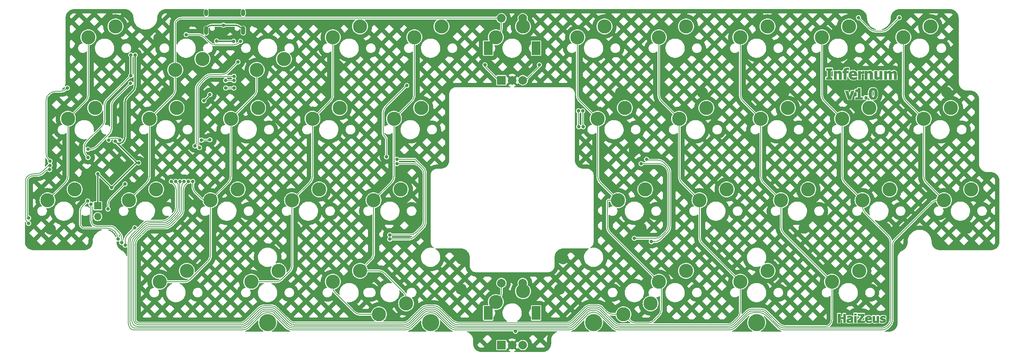
<source format=gbr>
%TF.GenerationSoftware,KiCad,Pcbnew,(7.0.0)*%
%TF.CreationDate,2023-12-07T17:50:08+01:00*%
%TF.ProjectId,Infernum HS,496e6665-726e-4756-9d20-48532e6b6963,rev?*%
%TF.SameCoordinates,Original*%
%TF.FileFunction,Copper,L1,Top*%
%TF.FilePolarity,Positive*%
%FSLAX46Y46*%
G04 Gerber Fmt 4.6, Leading zero omitted, Abs format (unit mm)*
G04 Created by KiCad (PCBNEW (7.0.0)) date 2023-12-07 17:50:08*
%MOMM*%
%LPD*%
G01*
G04 APERTURE LIST*
%TA.AperFunction,EtchedComponent*%
%ADD10C,0.010000*%
%TD*%
%TA.AperFunction,ComponentPad*%
%ADD11R,2.000000X2.000000*%
%TD*%
%TA.AperFunction,ComponentPad*%
%ADD12C,2.000000*%
%TD*%
%TA.AperFunction,ComponentPad*%
%ADD13R,2.000000X3.200000*%
%TD*%
%TA.AperFunction,ComponentPad*%
%ADD14C,4.000000*%
%TD*%
%TA.AperFunction,ComponentPad*%
%ADD15C,3.300000*%
%TD*%
%TA.AperFunction,ComponentPad*%
%ADD16R,1.700000X1.700000*%
%TD*%
%TA.AperFunction,ComponentPad*%
%ADD17O,1.700000X1.700000*%
%TD*%
%TA.AperFunction,ComponentPad*%
%ADD18O,1.000000X1.600000*%
%TD*%
%TA.AperFunction,ComponentPad*%
%ADD19O,1.000000X2.100000*%
%TD*%
%TA.AperFunction,ViaPad*%
%ADD20C,0.800000*%
%TD*%
%TA.AperFunction,Conductor*%
%ADD21C,0.300000*%
%TD*%
%TA.AperFunction,Conductor*%
%ADD22C,0.200000*%
%TD*%
%TA.AperFunction,Conductor*%
%ADD23C,0.250000*%
%TD*%
G04 APERTURE END LIST*
%TO.C,G\u002A\u002A\u002A*%
G36*
X238422462Y-156252285D02*
G01*
X237931395Y-156252285D01*
X237931395Y-154694418D01*
X238422462Y-154694418D01*
X238422462Y-156252285D01*
G37*
D10*
X238422462Y-156252285D02*
X237931395Y-156252285D01*
X237931395Y-154694418D01*
X238422462Y-154694418D01*
X238422462Y-156252285D01*
G36*
X238439395Y-154482752D02*
G01*
X237922928Y-154482752D01*
X237922928Y-154093285D01*
X238439395Y-154093285D01*
X238439395Y-154482752D01*
G37*
X238439395Y-154482752D02*
X237922928Y-154482752D01*
X237922928Y-154093285D01*
X238439395Y-154093285D01*
X238439395Y-154482752D01*
G36*
X240946517Y-104004533D02*
G01*
X240328450Y-104004533D01*
X240328450Y-103318733D01*
X240946517Y-103318733D01*
X240946517Y-104004533D01*
G37*
X240946517Y-104004533D02*
X240328450Y-104004533D01*
X240328450Y-103318733D01*
X240946517Y-103318733D01*
X240946517Y-104004533D01*
G36*
X234637862Y-154939952D02*
G01*
X235332128Y-154939952D01*
X235332128Y-154186418D01*
X235857062Y-154186418D01*
X235857062Y-156252285D01*
X235332128Y-156252285D01*
X235332128Y-155337885D01*
X234637862Y-155337885D01*
X234637862Y-156252285D01*
X234112928Y-156252285D01*
X234112928Y-154186418D01*
X234637862Y-154186418D01*
X234637862Y-154939952D01*
G37*
X234637862Y-154939952D02*
X235332128Y-154939952D01*
X235332128Y-154186418D01*
X235857062Y-154186418D01*
X235857062Y-156252285D01*
X235332128Y-156252285D01*
X235332128Y-155337885D01*
X234637862Y-155337885D01*
X234637862Y-156252285D01*
X234112928Y-156252285D01*
X234112928Y-154186418D01*
X234637862Y-154186418D01*
X234637862Y-154939952D01*
G36*
X240251262Y-154592107D02*
G01*
X239787259Y-155216879D01*
X239323257Y-155841652D01*
X239816893Y-155843836D01*
X240310528Y-155846020D01*
X240310528Y-156252285D01*
X238676462Y-156252285D01*
X238676462Y-155855134D01*
X239145072Y-155221859D01*
X239613682Y-154588585D01*
X239170472Y-154586393D01*
X238727262Y-154584202D01*
X238727262Y-154186418D01*
X240251262Y-154186418D01*
X240251262Y-154592107D01*
G37*
X240251262Y-154592107D02*
X239787259Y-155216879D01*
X239323257Y-155841652D01*
X239816893Y-155843836D01*
X240310528Y-155846020D01*
X240310528Y-156252285D01*
X238676462Y-156252285D01*
X238676462Y-155855134D01*
X239145072Y-155221859D01*
X239613682Y-154588585D01*
X239170472Y-154586393D01*
X238727262Y-154584202D01*
X238727262Y-154186418D01*
X240251262Y-154186418D01*
X240251262Y-154592107D01*
G36*
X239346317Y-103547333D02*
G01*
X239871250Y-103547333D01*
X239871250Y-104004533D01*
X238169450Y-104004533D01*
X238169450Y-103547333D01*
X238711317Y-103547333D01*
X238711317Y-102201133D01*
X238169450Y-102201133D01*
X238169450Y-101769333D01*
X238246680Y-101769333D01*
X238305741Y-101767201D01*
X238370060Y-101761312D01*
X238434292Y-101752423D01*
X238493095Y-101741292D01*
X238541124Y-101728679D01*
X238547094Y-101726698D01*
X238618409Y-101694546D01*
X238677001Y-101651671D01*
X238722455Y-101598410D01*
X238739346Y-101569529D01*
X238747675Y-101550716D01*
X238755508Y-101526704D01*
X238763915Y-101493715D01*
X238773966Y-101447973D01*
X238774489Y-101445483D01*
X238779372Y-101422200D01*
X239346317Y-101422200D01*
X239346317Y-103547333D01*
G37*
X239346317Y-103547333D02*
X239871250Y-103547333D01*
X239871250Y-104004533D01*
X238169450Y-104004533D01*
X238169450Y-103547333D01*
X238711317Y-103547333D01*
X238711317Y-102201133D01*
X238169450Y-102201133D01*
X238169450Y-101769333D01*
X238246680Y-101769333D01*
X238305741Y-101767201D01*
X238370060Y-101761312D01*
X238434292Y-101752423D01*
X238493095Y-101741292D01*
X238541124Y-101728679D01*
X238547094Y-101726698D01*
X238618409Y-101694546D01*
X238677001Y-101651671D01*
X238722455Y-101598410D01*
X238739346Y-101569529D01*
X238747675Y-101550716D01*
X238755508Y-101526704D01*
X238763915Y-101493715D01*
X238773966Y-101447973D01*
X238774489Y-101445483D01*
X238779372Y-101422200D01*
X239346317Y-101422200D01*
X239346317Y-103547333D01*
G36*
X232757271Y-97008950D02*
G01*
X232755017Y-97235433D01*
X232386717Y-97239997D01*
X232386717Y-98899133D01*
X232759526Y-98899133D01*
X232757271Y-99125617D01*
X232755017Y-99352100D01*
X232064327Y-99354266D01*
X231957658Y-99354532D01*
X231855888Y-99354653D01*
X231760286Y-99354635D01*
X231672120Y-99354484D01*
X231592659Y-99354208D01*
X231523173Y-99353812D01*
X231464929Y-99353303D01*
X231419197Y-99352688D01*
X231387245Y-99351972D01*
X231370343Y-99351162D01*
X231367943Y-99350738D01*
X231366421Y-99341072D01*
X231365052Y-99316758D01*
X231363894Y-99280080D01*
X231363003Y-99233323D01*
X231362436Y-99178772D01*
X231362250Y-99122089D01*
X231362250Y-98899133D01*
X231734783Y-98899133D01*
X231734783Y-97239997D01*
X231366483Y-97235433D01*
X231364228Y-97008950D01*
X231361973Y-96782466D01*
X232759526Y-96782466D01*
X232757271Y-97008950D01*
G37*
X232757271Y-97008950D02*
X232755017Y-97235433D01*
X232386717Y-97239997D01*
X232386717Y-98899133D01*
X232759526Y-98899133D01*
X232757271Y-99125617D01*
X232755017Y-99352100D01*
X232064327Y-99354266D01*
X231957658Y-99354532D01*
X231855888Y-99354653D01*
X231760286Y-99354635D01*
X231672120Y-99354484D01*
X231592659Y-99354208D01*
X231523173Y-99353812D01*
X231464929Y-99353303D01*
X231419197Y-99352688D01*
X231387245Y-99351972D01*
X231370343Y-99351162D01*
X231367943Y-99350738D01*
X231366421Y-99341072D01*
X231365052Y-99316758D01*
X231363894Y-99280080D01*
X231363003Y-99233323D01*
X231362436Y-99178772D01*
X231362250Y-99122089D01*
X231362250Y-98899133D01*
X231734783Y-98899133D01*
X231734783Y-97239997D01*
X231366483Y-97235433D01*
X231364228Y-97008950D01*
X231361973Y-96782466D01*
X232759526Y-96782466D01*
X232757271Y-97008950D01*
G36*
X236238054Y-96648981D02*
G01*
X236315472Y-96651022D01*
X236394338Y-96654792D01*
X236470819Y-96660136D01*
X236541085Y-96666898D01*
X236601306Y-96674922D01*
X236617933Y-96677750D01*
X236645450Y-96682751D01*
X236645450Y-97129600D01*
X236626343Y-97129600D01*
X236610714Y-97127780D01*
X236582713Y-97122837D01*
X236546445Y-97115548D01*
X236509926Y-97107578D01*
X236461891Y-97097409D01*
X236422513Y-97091235D01*
X236384648Y-97088393D01*
X236341153Y-97088216D01*
X236311017Y-97089056D01*
X236246347Y-97093437D01*
X236195068Y-97102235D01*
X236153992Y-97116419D01*
X236119931Y-97136960D01*
X236101491Y-97152781D01*
X236077808Y-97184970D01*
X236058536Y-97230468D01*
X236044797Y-97285976D01*
X236038290Y-97338782D01*
X236033335Y-97409000D01*
X236509983Y-97409000D01*
X236509983Y-97840800D01*
X236052783Y-97840800D01*
X236052783Y-99356333D01*
X235443183Y-99356333D01*
X235443183Y-97840800D01*
X235206117Y-97840800D01*
X235206117Y-97409000D01*
X235440602Y-97409000D01*
X235446206Y-97310890D01*
X235458754Y-97190979D01*
X235482170Y-97083966D01*
X235516781Y-96989499D01*
X235562913Y-96907223D01*
X235620894Y-96836784D01*
X235691052Y-96777829D01*
X235773713Y-96730003D01*
X235869205Y-96692952D01*
X235977855Y-96666323D01*
X236052783Y-96654791D01*
X236102878Y-96650710D01*
X236165912Y-96648825D01*
X236238054Y-96648981D01*
G37*
X236238054Y-96648981D02*
X236315472Y-96651022D01*
X236394338Y-96654792D01*
X236470819Y-96660136D01*
X236541085Y-96666898D01*
X236601306Y-96674922D01*
X236617933Y-96677750D01*
X236645450Y-96682751D01*
X236645450Y-97129600D01*
X236626343Y-97129600D01*
X236610714Y-97127780D01*
X236582713Y-97122837D01*
X236546445Y-97115548D01*
X236509926Y-97107578D01*
X236461891Y-97097409D01*
X236422513Y-97091235D01*
X236384648Y-97088393D01*
X236341153Y-97088216D01*
X236311017Y-97089056D01*
X236246347Y-97093437D01*
X236195068Y-97102235D01*
X236153992Y-97116419D01*
X236119931Y-97136960D01*
X236101491Y-97152781D01*
X236077808Y-97184970D01*
X236058536Y-97230468D01*
X236044797Y-97285976D01*
X236038290Y-97338782D01*
X236033335Y-97409000D01*
X236509983Y-97409000D01*
X236509983Y-97840800D01*
X236052783Y-97840800D01*
X236052783Y-99356333D01*
X235443183Y-99356333D01*
X235443183Y-97840800D01*
X235206117Y-97840800D01*
X235206117Y-97409000D01*
X235440602Y-97409000D01*
X235446206Y-97310890D01*
X235458754Y-97190979D01*
X235482170Y-97083966D01*
X235516781Y-96989499D01*
X235562913Y-96907223D01*
X235620894Y-96836784D01*
X235691052Y-96777829D01*
X235773713Y-96730003D01*
X235869205Y-96692952D01*
X235977855Y-96666323D01*
X236052783Y-96654791D01*
X236102878Y-96650710D01*
X236165912Y-96648825D01*
X236238054Y-96648981D01*
G36*
X240076567Y-97405532D02*
G01*
X240150650Y-97411184D01*
X240150650Y-97986768D01*
X240097733Y-97981473D01*
X240070094Y-97979232D01*
X240030159Y-97976681D01*
X239982554Y-97974083D01*
X239931907Y-97971702D01*
X239912977Y-97970915D01*
X239845584Y-97969270D01*
X239787849Y-97970706D01*
X239734826Y-97975941D01*
X239681568Y-97985693D01*
X239623129Y-98000677D01*
X239554563Y-98021612D01*
X239547452Y-98023901D01*
X239456488Y-98053281D01*
X239454319Y-98702690D01*
X239452150Y-99352100D01*
X239150983Y-99354322D01*
X239081175Y-99354679D01*
X239016770Y-99354707D01*
X238959718Y-99354427D01*
X238911967Y-99353861D01*
X238875466Y-99353033D01*
X238852164Y-99351964D01*
X238844066Y-99350794D01*
X238843314Y-99341741D01*
X238842591Y-99316824D01*
X238841903Y-99277110D01*
X238841256Y-99223668D01*
X238840657Y-99157567D01*
X238840111Y-99079876D01*
X238839626Y-98991662D01*
X238839208Y-98893994D01*
X238838862Y-98787941D01*
X238838596Y-98674571D01*
X238838414Y-98554953D01*
X238838325Y-98430155D01*
X238838317Y-98377022D01*
X238838317Y-97409000D01*
X239456383Y-97409000D01*
X239456383Y-97540233D01*
X239456656Y-97585208D01*
X239457410Y-97623540D01*
X239458546Y-97652352D01*
X239459966Y-97668764D01*
X239460871Y-97671466D01*
X239468917Y-97666353D01*
X239486560Y-97652699D01*
X239510586Y-97633029D01*
X239521456Y-97623878D01*
X239621678Y-97547060D01*
X239721902Y-97486549D01*
X239821816Y-97442468D01*
X239921107Y-97414940D01*
X240019459Y-97404089D01*
X240076567Y-97405532D01*
G37*
X240076567Y-97405532D02*
X240150650Y-97411184D01*
X240150650Y-97986768D01*
X240097733Y-97981473D01*
X240070094Y-97979232D01*
X240030159Y-97976681D01*
X239982554Y-97974083D01*
X239931907Y-97971702D01*
X239912977Y-97970915D01*
X239845584Y-97969270D01*
X239787849Y-97970706D01*
X239734826Y-97975941D01*
X239681568Y-97985693D01*
X239623129Y-98000677D01*
X239554563Y-98021612D01*
X239547452Y-98023901D01*
X239456488Y-98053281D01*
X239454319Y-98702690D01*
X239452150Y-99352100D01*
X239150983Y-99354322D01*
X239081175Y-99354679D01*
X239016770Y-99354707D01*
X238959718Y-99354427D01*
X238911967Y-99353861D01*
X238875466Y-99353033D01*
X238852164Y-99351964D01*
X238844066Y-99350794D01*
X238843314Y-99341741D01*
X238842591Y-99316824D01*
X238841903Y-99277110D01*
X238841256Y-99223668D01*
X238840657Y-99157567D01*
X238840111Y-99079876D01*
X238839626Y-98991662D01*
X238839208Y-98893994D01*
X238838862Y-98787941D01*
X238838596Y-98674571D01*
X238838414Y-98554953D01*
X238838325Y-98430155D01*
X238838317Y-98377022D01*
X238838317Y-97409000D01*
X239456383Y-97409000D01*
X239456383Y-97540233D01*
X239456656Y-97585208D01*
X239457410Y-97623540D01*
X239458546Y-97652352D01*
X239459966Y-97668764D01*
X239460871Y-97671466D01*
X239468917Y-97666353D01*
X239486560Y-97652699D01*
X239510586Y-97633029D01*
X239521456Y-97623878D01*
X239621678Y-97547060D01*
X239721902Y-97486549D01*
X239821816Y-97442468D01*
X239921107Y-97414940D01*
X240019459Y-97404089D01*
X240076567Y-97405532D01*
G36*
X241660799Y-97362705D02*
G01*
X241734039Y-97373038D01*
X241788950Y-97386803D01*
X241878150Y-97423563D01*
X241956160Y-97472944D01*
X242023008Y-97534984D01*
X242078722Y-97609722D01*
X242123329Y-97697195D01*
X242156856Y-97797442D01*
X242179330Y-97910500D01*
X242182387Y-97933711D01*
X242184023Y-97956024D01*
X242185518Y-97994339D01*
X242186860Y-98047726D01*
X242188039Y-98115255D01*
X242189043Y-98195995D01*
X242189863Y-98289015D01*
X242190486Y-98393386D01*
X242190902Y-98508176D01*
X242191100Y-98632455D01*
X242191117Y-98681000D01*
X242191117Y-99356544D01*
X241577283Y-99352100D01*
X241572573Y-98729800D01*
X241571660Y-98611713D01*
X241570807Y-98509304D01*
X241569974Y-98421317D01*
X241569122Y-98346497D01*
X241568210Y-98283588D01*
X241567200Y-98231336D01*
X241566052Y-98188485D01*
X241564726Y-98153779D01*
X241563182Y-98125963D01*
X241561382Y-98103782D01*
X241559284Y-98085980D01*
X241556851Y-98071302D01*
X241554041Y-98058493D01*
X241551031Y-98047064D01*
X241529824Y-97987663D01*
X241502345Y-97942579D01*
X241466616Y-97909748D01*
X241420659Y-97887110D01*
X241388855Y-97877910D01*
X241311228Y-97867058D01*
X241233404Y-97871388D01*
X241154026Y-97891181D01*
X241071741Y-97926716D01*
X241024833Y-97953023D01*
X240980383Y-97979844D01*
X240980383Y-99356333D01*
X240370783Y-99356333D01*
X240370783Y-97409000D01*
X240980383Y-97409000D01*
X240980383Y-97620294D01*
X241035697Y-97576030D01*
X241135904Y-97502976D01*
X241235805Y-97444181D01*
X241334073Y-97400323D01*
X241429384Y-97372082D01*
X241437316Y-97370421D01*
X241506391Y-97361115D01*
X241582901Y-97358637D01*
X241660799Y-97362705D01*
G37*
X241660799Y-97362705D02*
X241734039Y-97373038D01*
X241788950Y-97386803D01*
X241878150Y-97423563D01*
X241956160Y-97472944D01*
X242023008Y-97534984D01*
X242078722Y-97609722D01*
X242123329Y-97697195D01*
X242156856Y-97797442D01*
X242179330Y-97910500D01*
X242182387Y-97933711D01*
X242184023Y-97956024D01*
X242185518Y-97994339D01*
X242186860Y-98047726D01*
X242188039Y-98115255D01*
X242189043Y-98195995D01*
X242189863Y-98289015D01*
X242190486Y-98393386D01*
X242190902Y-98508176D01*
X242191100Y-98632455D01*
X242191117Y-98681000D01*
X242191117Y-99356544D01*
X241577283Y-99352100D01*
X241572573Y-98729800D01*
X241571660Y-98611713D01*
X241570807Y-98509304D01*
X241569974Y-98421317D01*
X241569122Y-98346497D01*
X241568210Y-98283588D01*
X241567200Y-98231336D01*
X241566052Y-98188485D01*
X241564726Y-98153779D01*
X241563182Y-98125963D01*
X241561382Y-98103782D01*
X241559284Y-98085980D01*
X241556851Y-98071302D01*
X241554041Y-98058493D01*
X241551031Y-98047064D01*
X241529824Y-97987663D01*
X241502345Y-97942579D01*
X241466616Y-97909748D01*
X241420659Y-97887110D01*
X241388855Y-97877910D01*
X241311228Y-97867058D01*
X241233404Y-97871388D01*
X241154026Y-97891181D01*
X241071741Y-97926716D01*
X241024833Y-97953023D01*
X240980383Y-97979844D01*
X240980383Y-99356333D01*
X240370783Y-99356333D01*
X240370783Y-97409000D01*
X240980383Y-97409000D01*
X240980383Y-97620294D01*
X241035697Y-97576030D01*
X241135904Y-97502976D01*
X241235805Y-97444181D01*
X241334073Y-97400323D01*
X241429384Y-97372082D01*
X241437316Y-97370421D01*
X241506391Y-97361115D01*
X241582901Y-97358637D01*
X241660799Y-97362705D01*
G36*
X242700142Y-155196068D02*
G01*
X242700865Y-155302536D01*
X242701599Y-155393431D01*
X242702386Y-155470113D01*
X242703272Y-155533942D01*
X242704298Y-155586279D01*
X242705509Y-155628483D01*
X242706949Y-155661915D01*
X242708660Y-155687936D01*
X242710687Y-155707904D01*
X242713072Y-155723181D01*
X242715861Y-155735127D01*
X242717592Y-155740800D01*
X242739567Y-155793183D01*
X242767376Y-155831391D01*
X242803425Y-155857183D01*
X242850121Y-155872322D01*
X242905617Y-155878401D01*
X242975673Y-155875033D01*
X243044081Y-155858071D01*
X243114487Y-155826544D01*
X243127812Y-155819158D01*
X243172262Y-155793842D01*
X243172262Y-154694418D01*
X243663328Y-154694418D01*
X243663328Y-156252285D01*
X243172262Y-156252285D01*
X243172262Y-156171852D01*
X243171853Y-156137288D01*
X243170754Y-156110165D01*
X243169157Y-156094159D01*
X243168076Y-156091418D01*
X243159940Y-156096146D01*
X243141354Y-156108893D01*
X243115403Y-156127502D01*
X243095400Y-156142200D01*
X243013468Y-156198499D01*
X242939431Y-156240056D01*
X242873390Y-156266818D01*
X242862935Y-156269900D01*
X242806908Y-156281376D01*
X242742137Y-156288250D01*
X242676305Y-156290034D01*
X242617094Y-156286239D01*
X242613455Y-156285760D01*
X242524751Y-156266300D01*
X242446602Y-156233733D01*
X242379217Y-156188206D01*
X242322809Y-156129869D01*
X242277588Y-156058868D01*
X242271129Y-156045760D01*
X242260257Y-156022775D01*
X242250818Y-156001949D01*
X242242704Y-155981949D01*
X242235808Y-155961443D01*
X242230023Y-155939098D01*
X242225239Y-155913581D01*
X242221351Y-155883560D01*
X242218249Y-155847701D01*
X242215827Y-155804671D01*
X242213976Y-155753139D01*
X242212590Y-155691770D01*
X242211560Y-155619233D01*
X242210778Y-155534195D01*
X242210138Y-155435322D01*
X242209531Y-155321282D01*
X242209323Y-155280735D01*
X242206305Y-154694418D01*
X242696938Y-154694418D01*
X242700142Y-155196068D01*
G37*
X242700142Y-155196068D02*
X242700865Y-155302536D01*
X242701599Y-155393431D01*
X242702386Y-155470113D01*
X242703272Y-155533942D01*
X242704298Y-155586279D01*
X242705509Y-155628483D01*
X242706949Y-155661915D01*
X242708660Y-155687936D01*
X242710687Y-155707904D01*
X242713072Y-155723181D01*
X242715861Y-155735127D01*
X242717592Y-155740800D01*
X242739567Y-155793183D01*
X242767376Y-155831391D01*
X242803425Y-155857183D01*
X242850121Y-155872322D01*
X242905617Y-155878401D01*
X242975673Y-155875033D01*
X243044081Y-155858071D01*
X243114487Y-155826544D01*
X243127812Y-155819158D01*
X243172262Y-155793842D01*
X243172262Y-154694418D01*
X243663328Y-154694418D01*
X243663328Y-156252285D01*
X243172262Y-156252285D01*
X243172262Y-156171852D01*
X243171853Y-156137288D01*
X243170754Y-156110165D01*
X243169157Y-156094159D01*
X243168076Y-156091418D01*
X243159940Y-156096146D01*
X243141354Y-156108893D01*
X243115403Y-156127502D01*
X243095400Y-156142200D01*
X243013468Y-156198499D01*
X242939431Y-156240056D01*
X242873390Y-156266818D01*
X242862935Y-156269900D01*
X242806908Y-156281376D01*
X242742137Y-156288250D01*
X242676305Y-156290034D01*
X242617094Y-156286239D01*
X242613455Y-156285760D01*
X242524751Y-156266300D01*
X242446602Y-156233733D01*
X242379217Y-156188206D01*
X242322809Y-156129869D01*
X242277588Y-156058868D01*
X242271129Y-156045760D01*
X242260257Y-156022775D01*
X242250818Y-156001949D01*
X242242704Y-155981949D01*
X242235808Y-155961443D01*
X242230023Y-155939098D01*
X242225239Y-155913581D01*
X242221351Y-155883560D01*
X242218249Y-155847701D01*
X242215827Y-155804671D01*
X242213976Y-155753139D01*
X242212590Y-155691770D01*
X242211560Y-155619233D01*
X242210778Y-155534195D01*
X242210138Y-155435322D01*
X242209531Y-155321282D01*
X242209323Y-155280735D01*
X242206305Y-154694418D01*
X242696938Y-154694418D01*
X242700142Y-155196068D01*
G36*
X242921367Y-97411011D02*
G01*
X243228283Y-97413233D01*
X243232650Y-98044000D01*
X243233476Y-98162324D01*
X243234227Y-98264952D01*
X243234948Y-98353120D01*
X243235681Y-98428064D01*
X243236468Y-98491022D01*
X243237353Y-98543229D01*
X243238377Y-98585922D01*
X243239584Y-98620338D01*
X243241017Y-98647713D01*
X243242718Y-98669283D01*
X243244730Y-98686286D01*
X243247095Y-98699957D01*
X243249857Y-98711533D01*
X243253058Y-98722250D01*
X243256439Y-98732452D01*
X243282121Y-98790109D01*
X243316399Y-98834272D01*
X243360429Y-98865712D01*
X243415369Y-98885198D01*
X243482377Y-98893499D01*
X243499217Y-98893904D01*
X243549033Y-98892620D01*
X243590258Y-98887061D01*
X243630937Y-98876105D01*
X243633952Y-98875114D01*
X243691703Y-98853448D01*
X243746204Y-98828422D01*
X243791572Y-98802812D01*
X243801900Y-98795871D01*
X243825183Y-98779447D01*
X243825183Y-97409000D01*
X244434783Y-97409000D01*
X244434783Y-99356333D01*
X243825183Y-99356333D01*
X243825183Y-99143208D01*
X243772267Y-99184929D01*
X243674896Y-99256788D01*
X243584215Y-99313492D01*
X243499826Y-99355264D01*
X243421332Y-99382328D01*
X243419998Y-99382675D01*
X243370649Y-99392266D01*
X243310628Y-99399144D01*
X243246025Y-99403012D01*
X243182929Y-99403570D01*
X243127429Y-99400520D01*
X243107301Y-99398007D01*
X243072300Y-99390763D01*
X243030325Y-99379448D01*
X242990066Y-99366420D01*
X242987529Y-99365502D01*
X242902185Y-99326162D01*
X242828066Y-99274468D01*
X242765082Y-99210289D01*
X242713144Y-99133494D01*
X242672162Y-99043952D01*
X242642046Y-98941532D01*
X242623835Y-98835633D01*
X242621841Y-98810010D01*
X242620076Y-98767758D01*
X242618545Y-98709182D01*
X242617252Y-98634583D01*
X242616201Y-98544266D01*
X242615395Y-98438533D01*
X242614838Y-98317689D01*
X242614534Y-98182036D01*
X242614474Y-98084111D01*
X242614450Y-97408789D01*
X242921367Y-97411011D01*
G37*
X242921367Y-97411011D02*
X243228283Y-97413233D01*
X243232650Y-98044000D01*
X243233476Y-98162324D01*
X243234227Y-98264952D01*
X243234948Y-98353120D01*
X243235681Y-98428064D01*
X243236468Y-98491022D01*
X243237353Y-98543229D01*
X243238377Y-98585922D01*
X243239584Y-98620338D01*
X243241017Y-98647713D01*
X243242718Y-98669283D01*
X243244730Y-98686286D01*
X243247095Y-98699957D01*
X243249857Y-98711533D01*
X243253058Y-98722250D01*
X243256439Y-98732452D01*
X243282121Y-98790109D01*
X243316399Y-98834272D01*
X243360429Y-98865712D01*
X243415369Y-98885198D01*
X243482377Y-98893499D01*
X243499217Y-98893904D01*
X243549033Y-98892620D01*
X243590258Y-98887061D01*
X243630937Y-98876105D01*
X243633952Y-98875114D01*
X243691703Y-98853448D01*
X243746204Y-98828422D01*
X243791572Y-98802812D01*
X243801900Y-98795871D01*
X243825183Y-98779447D01*
X243825183Y-97409000D01*
X244434783Y-97409000D01*
X244434783Y-99356333D01*
X243825183Y-99356333D01*
X243825183Y-99143208D01*
X243772267Y-99184929D01*
X243674896Y-99256788D01*
X243584215Y-99313492D01*
X243499826Y-99355264D01*
X243421332Y-99382328D01*
X243419998Y-99382675D01*
X243370649Y-99392266D01*
X243310628Y-99399144D01*
X243246025Y-99403012D01*
X243182929Y-99403570D01*
X243127429Y-99400520D01*
X243107301Y-99398007D01*
X243072300Y-99390763D01*
X243030325Y-99379448D01*
X242990066Y-99366420D01*
X242987529Y-99365502D01*
X242902185Y-99326162D01*
X242828066Y-99274468D01*
X242765082Y-99210289D01*
X242713144Y-99133494D01*
X242672162Y-99043952D01*
X242642046Y-98941532D01*
X242623835Y-98835633D01*
X242621841Y-98810010D01*
X242620076Y-98767758D01*
X242618545Y-98709182D01*
X242617252Y-98634583D01*
X242616201Y-98544266D01*
X242615395Y-98438533D01*
X242614838Y-98317689D01*
X242614534Y-98182036D01*
X242614474Y-98084111D01*
X242614450Y-97408789D01*
X242921367Y-97411011D01*
G36*
X234392165Y-97361796D02*
G01*
X234454638Y-97365475D01*
X234508078Y-97372718D01*
X234528783Y-97377412D01*
X234618976Y-97409174D01*
X234698361Y-97453142D01*
X234767267Y-97509695D01*
X234826025Y-97579211D01*
X234874965Y-97662070D01*
X234914418Y-97758652D01*
X234940246Y-97849725D01*
X234942907Y-97862131D01*
X234945249Y-97876207D01*
X234947300Y-97893101D01*
X234949084Y-97913957D01*
X234950630Y-97939924D01*
X234951962Y-97972147D01*
X234953108Y-98011773D01*
X234954094Y-98059948D01*
X234954947Y-98117820D01*
X234955692Y-98186534D01*
X234956356Y-98267238D01*
X234956965Y-98361077D01*
X234957547Y-98469198D01*
X234958127Y-98592749D01*
X234958311Y-98634656D01*
X234961458Y-99356545D01*
X234654104Y-99354323D01*
X234346750Y-99352100D01*
X234341799Y-98734033D01*
X234340792Y-98613675D01*
X234339807Y-98509044D01*
X234338813Y-98418934D01*
X234337777Y-98342138D01*
X234336664Y-98277450D01*
X234335443Y-98223664D01*
X234334081Y-98179573D01*
X234332543Y-98143972D01*
X234330798Y-98115653D01*
X234328812Y-98093410D01*
X234326553Y-98076038D01*
X234323986Y-98062329D01*
X234323344Y-98059547D01*
X234310682Y-98013531D01*
X234296516Y-97979241D01*
X234278088Y-97951517D01*
X234252641Y-97925196D01*
X234250531Y-97923277D01*
X234222555Y-97901753D01*
X234191660Y-97886710D01*
X234153583Y-97876724D01*
X234104063Y-97870370D01*
X234088517Y-97869116D01*
X234016792Y-97869939D01*
X233945650Y-97883624D01*
X233872517Y-97910928D01*
X233794816Y-97952608D01*
X233785848Y-97958123D01*
X233749880Y-97980500D01*
X233749865Y-98668416D01*
X233749850Y-99356333D01*
X233140250Y-99356333D01*
X233140250Y-97409000D01*
X233749850Y-97409000D01*
X233749850Y-97510600D01*
X233750194Y-97549823D01*
X233751132Y-97582011D01*
X233752521Y-97603892D01*
X233754220Y-97612195D01*
X233754265Y-97612200D01*
X233762562Y-97607363D01*
X233780619Y-97594533D01*
X233804922Y-97576231D01*
X233811415Y-97571210D01*
X233905193Y-97503091D01*
X233993350Y-97449159D01*
X234077722Y-97408397D01*
X234153782Y-97381595D01*
X234201470Y-97371582D01*
X234260490Y-97364907D01*
X234325753Y-97361626D01*
X234392165Y-97361796D01*
G37*
X234392165Y-97361796D02*
X234454638Y-97365475D01*
X234508078Y-97372718D01*
X234528783Y-97377412D01*
X234618976Y-97409174D01*
X234698361Y-97453142D01*
X234767267Y-97509695D01*
X234826025Y-97579211D01*
X234874965Y-97662070D01*
X234914418Y-97758652D01*
X234940246Y-97849725D01*
X234942907Y-97862131D01*
X234945249Y-97876207D01*
X234947300Y-97893101D01*
X234949084Y-97913957D01*
X234950630Y-97939924D01*
X234951962Y-97972147D01*
X234953108Y-98011773D01*
X234954094Y-98059948D01*
X234954947Y-98117820D01*
X234955692Y-98186534D01*
X234956356Y-98267238D01*
X234956965Y-98361077D01*
X234957547Y-98469198D01*
X234958127Y-98592749D01*
X234958311Y-98634656D01*
X234961458Y-99356545D01*
X234654104Y-99354323D01*
X234346750Y-99352100D01*
X234341799Y-98734033D01*
X234340792Y-98613675D01*
X234339807Y-98509044D01*
X234338813Y-98418934D01*
X234337777Y-98342138D01*
X234336664Y-98277450D01*
X234335443Y-98223664D01*
X234334081Y-98179573D01*
X234332543Y-98143972D01*
X234330798Y-98115653D01*
X234328812Y-98093410D01*
X234326553Y-98076038D01*
X234323986Y-98062329D01*
X234323344Y-98059547D01*
X234310682Y-98013531D01*
X234296516Y-97979241D01*
X234278088Y-97951517D01*
X234252641Y-97925196D01*
X234250531Y-97923277D01*
X234222555Y-97901753D01*
X234191660Y-97886710D01*
X234153583Y-97876724D01*
X234104063Y-97870370D01*
X234088517Y-97869116D01*
X234016792Y-97869939D01*
X233945650Y-97883624D01*
X233872517Y-97910928D01*
X233794816Y-97952608D01*
X233785848Y-97958123D01*
X233749880Y-97980500D01*
X233749865Y-98668416D01*
X233749850Y-99356333D01*
X233140250Y-99356333D01*
X233140250Y-97409000D01*
X233749850Y-97409000D01*
X233749850Y-97510600D01*
X233750194Y-97549823D01*
X233751132Y-97582011D01*
X233752521Y-97603892D01*
X233754220Y-97612195D01*
X233754265Y-97612200D01*
X233762562Y-97607363D01*
X233780619Y-97594533D01*
X233804922Y-97576231D01*
X233811415Y-97571210D01*
X233905193Y-97503091D01*
X233993350Y-97449159D01*
X234077722Y-97408397D01*
X234153782Y-97381595D01*
X234201470Y-97371582D01*
X234260490Y-97364907D01*
X234325753Y-97361626D01*
X234392165Y-97361796D01*
G36*
X237614672Y-102057320D02*
G01*
X237683017Y-102057711D01*
X237737073Y-102058418D01*
X237778161Y-102059486D01*
X237807603Y-102060961D01*
X237826720Y-102062887D01*
X237836833Y-102065311D01*
X237839338Y-102067783D01*
X237836545Y-102076956D01*
X237828375Y-102101080D01*
X237815178Y-102139171D01*
X237797303Y-102190244D01*
X237775098Y-102253315D01*
X237748912Y-102327398D01*
X237719095Y-102411510D01*
X237685995Y-102504665D01*
X237649961Y-102605880D01*
X237611342Y-102714169D01*
X237570488Y-102828547D01*
X237527746Y-102948030D01*
X237494321Y-103041349D01*
X237149217Y-104004332D01*
X236816634Y-104004433D01*
X236728735Y-104004344D01*
X236656492Y-104003992D01*
X236598630Y-104003339D01*
X236553871Y-104002344D01*
X236520942Y-104000966D01*
X236498565Y-103999168D01*
X236485465Y-103996908D01*
X236480367Y-103994147D01*
X236480282Y-103993950D01*
X236396428Y-103758495D01*
X236318249Y-103538876D01*
X236245708Y-103334987D01*
X236178767Y-103146723D01*
X236117391Y-102973979D01*
X236061540Y-102816650D01*
X236011178Y-102674630D01*
X235966268Y-102547814D01*
X235926773Y-102436097D01*
X235892655Y-102339373D01*
X235863877Y-102257538D01*
X235840401Y-102190487D01*
X235822192Y-102138113D01*
X235809210Y-102100312D01*
X235801420Y-102076978D01*
X235798784Y-102068007D01*
X235798783Y-102067983D01*
X235801711Y-102065091D01*
X235811419Y-102062782D01*
X235829298Y-102061018D01*
X235856736Y-102059761D01*
X235895122Y-102058971D01*
X235945845Y-102058612D01*
X236010295Y-102058645D01*
X236089860Y-102059031D01*
X236117510Y-102059215D01*
X236436238Y-102061433D01*
X236631795Y-102693677D01*
X236662602Y-102793190D01*
X236691958Y-102887847D01*
X236719481Y-102976426D01*
X236744790Y-103057706D01*
X236767502Y-103130466D01*
X236787235Y-103193485D01*
X236803608Y-103245542D01*
X236816239Y-103285417D01*
X236824746Y-103311888D01*
X236828747Y-103323734D01*
X236829006Y-103324266D01*
X236831682Y-103316107D01*
X236838921Y-103292991D01*
X236850343Y-103256156D01*
X236865567Y-103206840D01*
X236884212Y-103146281D01*
X236905896Y-103075718D01*
X236930241Y-102996389D01*
X236956864Y-102909532D01*
X236985385Y-102816385D01*
X237015423Y-102718186D01*
X237021766Y-102697438D01*
X237052140Y-102598171D01*
X237081144Y-102503571D01*
X237108390Y-102414892D01*
X237133490Y-102333389D01*
X237156055Y-102260315D01*
X237175698Y-102196925D01*
X237192030Y-102144471D01*
X237204665Y-102104209D01*
X237213213Y-102077393D01*
X237217287Y-102065275D01*
X237217527Y-102064732D01*
X237226793Y-102062992D01*
X237251120Y-102061399D01*
X237288635Y-102059996D01*
X237337468Y-102058830D01*
X237395745Y-102057945D01*
X237461595Y-102057387D01*
X237530716Y-102057200D01*
X237614672Y-102057320D01*
G37*
X237614672Y-102057320D02*
X237683017Y-102057711D01*
X237737073Y-102058418D01*
X237778161Y-102059486D01*
X237807603Y-102060961D01*
X237826720Y-102062887D01*
X237836833Y-102065311D01*
X237839338Y-102067783D01*
X237836545Y-102076956D01*
X237828375Y-102101080D01*
X237815178Y-102139171D01*
X237797303Y-102190244D01*
X237775098Y-102253315D01*
X237748912Y-102327398D01*
X237719095Y-102411510D01*
X237685995Y-102504665D01*
X237649961Y-102605880D01*
X237611342Y-102714169D01*
X237570488Y-102828547D01*
X237527746Y-102948030D01*
X237494321Y-103041349D01*
X237149217Y-104004332D01*
X236816634Y-104004433D01*
X236728735Y-104004344D01*
X236656492Y-104003992D01*
X236598630Y-104003339D01*
X236553871Y-104002344D01*
X236520942Y-104000966D01*
X236498565Y-103999168D01*
X236485465Y-103996908D01*
X236480367Y-103994147D01*
X236480282Y-103993950D01*
X236396428Y-103758495D01*
X236318249Y-103538876D01*
X236245708Y-103334987D01*
X236178767Y-103146723D01*
X236117391Y-102973979D01*
X236061540Y-102816650D01*
X236011178Y-102674630D01*
X235966268Y-102547814D01*
X235926773Y-102436097D01*
X235892655Y-102339373D01*
X235863877Y-102257538D01*
X235840401Y-102190487D01*
X235822192Y-102138113D01*
X235809210Y-102100312D01*
X235801420Y-102076978D01*
X235798784Y-102068007D01*
X235798783Y-102067983D01*
X235801711Y-102065091D01*
X235811419Y-102062782D01*
X235829298Y-102061018D01*
X235856736Y-102059761D01*
X235895122Y-102058971D01*
X235945845Y-102058612D01*
X236010295Y-102058645D01*
X236089860Y-102059031D01*
X236117510Y-102059215D01*
X236436238Y-102061433D01*
X236631795Y-102693677D01*
X236662602Y-102793190D01*
X236691958Y-102887847D01*
X236719481Y-102976426D01*
X236744790Y-103057706D01*
X236767502Y-103130466D01*
X236787235Y-103193485D01*
X236803608Y-103245542D01*
X236816239Y-103285417D01*
X236824746Y-103311888D01*
X236828747Y-103323734D01*
X236829006Y-103324266D01*
X236831682Y-103316107D01*
X236838921Y-103292991D01*
X236850343Y-103256156D01*
X236865567Y-103206840D01*
X236884212Y-103146281D01*
X236905896Y-103075718D01*
X236930241Y-102996389D01*
X236956864Y-102909532D01*
X236985385Y-102816385D01*
X237015423Y-102718186D01*
X237021766Y-102697438D01*
X237052140Y-102598171D01*
X237081144Y-102503571D01*
X237108390Y-102414892D01*
X237133490Y-102333389D01*
X237156055Y-102260315D01*
X237175698Y-102196925D01*
X237192030Y-102144471D01*
X237204665Y-102104209D01*
X237213213Y-102077393D01*
X237217287Y-102065275D01*
X237217527Y-102064732D01*
X237226793Y-102062992D01*
X237251120Y-102061399D01*
X237288635Y-102059996D01*
X237337468Y-102058830D01*
X237395745Y-102057945D01*
X237461595Y-102057387D01*
X237530716Y-102057200D01*
X237614672Y-102057320D01*
G36*
X240456731Y-155231455D02*
G01*
X240490497Y-155121881D01*
X240536965Y-155022114D01*
X240595671Y-154932761D01*
X240666151Y-154854433D01*
X240747940Y-154787738D01*
X240840576Y-154733286D01*
X240943594Y-154691685D01*
X241048171Y-154665091D01*
X241167813Y-154648937D01*
X241286455Y-154645559D01*
X241401527Y-154654694D01*
X241510462Y-154676079D01*
X241610689Y-154709453D01*
X241648262Y-154726342D01*
X241709292Y-154763416D01*
X241769187Y-154813149D01*
X241823977Y-154871503D01*
X241869693Y-154934442D01*
X241891651Y-154973818D01*
X241923210Y-155048029D01*
X241947177Y-155127237D01*
X241964034Y-155214055D01*
X241974262Y-155311097D01*
X241978341Y-155420975D01*
X241978462Y-155445613D01*
X241978462Y-155566485D01*
X241449295Y-155566485D01*
X241338948Y-155566538D01*
X241244412Y-155566712D01*
X241164568Y-155567032D01*
X241098293Y-155567522D01*
X241044466Y-155568206D01*
X241001966Y-155569107D01*
X240969672Y-155570250D01*
X240946463Y-155571659D01*
X240931218Y-155573358D01*
X240922814Y-155575371D01*
X240920132Y-155577722D01*
X240920128Y-155577830D01*
X240923387Y-155602852D01*
X240931987Y-155637810D01*
X240944159Y-155677267D01*
X240958138Y-155715792D01*
X240972156Y-155747948D01*
X240980136Y-155762374D01*
X241026030Y-155818423D01*
X241084488Y-155863181D01*
X241155424Y-155896609D01*
X241238752Y-155918673D01*
X241334386Y-155929335D01*
X241377890Y-155930404D01*
X241475820Y-155925651D01*
X241567548Y-155910338D01*
X241656554Y-155883394D01*
X241746317Y-155843747D01*
X241840318Y-155790325D01*
X241847882Y-155785577D01*
X241883390Y-155765899D01*
X241913234Y-155754675D01*
X241926460Y-155752752D01*
X241953062Y-155752752D01*
X241953062Y-156159753D01*
X241912845Y-156177165D01*
X241859781Y-156197961D01*
X241796140Y-156219480D01*
X241728071Y-156239806D01*
X241661726Y-156257026D01*
X241641294Y-156261692D01*
X241597664Y-156268930D01*
X241540978Y-156274870D01*
X241475070Y-156279420D01*
X241403775Y-156282489D01*
X241330927Y-156283988D01*
X241260360Y-156283824D01*
X241195909Y-156281907D01*
X241141407Y-156278146D01*
X241110628Y-156274270D01*
X240986479Y-156247167D01*
X240874115Y-156208517D01*
X240773783Y-156158485D01*
X240685731Y-156097235D01*
X240610205Y-156024931D01*
X240547455Y-155941739D01*
X240510484Y-155875518D01*
X240471967Y-155778394D01*
X240445558Y-155670485D01*
X240431526Y-155553116D01*
X240429161Y-155477585D01*
X240436131Y-155350226D01*
X240450019Y-155270152D01*
X240918205Y-155270152D01*
X241496899Y-155270152D01*
X241491482Y-155229935D01*
X241477789Y-155162073D01*
X241456648Y-155102037D01*
X241429322Y-155052537D01*
X241397076Y-155016285D01*
X241388918Y-155009980D01*
X241341133Y-154985296D01*
X241282272Y-154970117D01*
X241220695Y-154965352D01*
X241146890Y-154972577D01*
X241082236Y-154993868D01*
X241027378Y-155028650D01*
X240982962Y-155076345D01*
X240949633Y-155136378D01*
X240928037Y-155208172D01*
X240924235Y-155229946D01*
X240918205Y-155270152D01*
X240450019Y-155270152D01*
X240456731Y-155231455D01*
G37*
X240456731Y-155231455D02*
X240490497Y-155121881D01*
X240536965Y-155022114D01*
X240595671Y-154932761D01*
X240666151Y-154854433D01*
X240747940Y-154787738D01*
X240840576Y-154733286D01*
X240943594Y-154691685D01*
X241048171Y-154665091D01*
X241167813Y-154648937D01*
X241286455Y-154645559D01*
X241401527Y-154654694D01*
X241510462Y-154676079D01*
X241610689Y-154709453D01*
X241648262Y-154726342D01*
X241709292Y-154763416D01*
X241769187Y-154813149D01*
X241823977Y-154871503D01*
X241869693Y-154934442D01*
X241891651Y-154973818D01*
X241923210Y-155048029D01*
X241947177Y-155127237D01*
X241964034Y-155214055D01*
X241974262Y-155311097D01*
X241978341Y-155420975D01*
X241978462Y-155445613D01*
X241978462Y-155566485D01*
X241449295Y-155566485D01*
X241338948Y-155566538D01*
X241244412Y-155566712D01*
X241164568Y-155567032D01*
X241098293Y-155567522D01*
X241044466Y-155568206D01*
X241001966Y-155569107D01*
X240969672Y-155570250D01*
X240946463Y-155571659D01*
X240931218Y-155573358D01*
X240922814Y-155575371D01*
X240920132Y-155577722D01*
X240920128Y-155577830D01*
X240923387Y-155602852D01*
X240931987Y-155637810D01*
X240944159Y-155677267D01*
X240958138Y-155715792D01*
X240972156Y-155747948D01*
X240980136Y-155762374D01*
X241026030Y-155818423D01*
X241084488Y-155863181D01*
X241155424Y-155896609D01*
X241238752Y-155918673D01*
X241334386Y-155929335D01*
X241377890Y-155930404D01*
X241475820Y-155925651D01*
X241567548Y-155910338D01*
X241656554Y-155883394D01*
X241746317Y-155843747D01*
X241840318Y-155790325D01*
X241847882Y-155785577D01*
X241883390Y-155765899D01*
X241913234Y-155754675D01*
X241926460Y-155752752D01*
X241953062Y-155752752D01*
X241953062Y-156159753D01*
X241912845Y-156177165D01*
X241859781Y-156197961D01*
X241796140Y-156219480D01*
X241728071Y-156239806D01*
X241661726Y-156257026D01*
X241641294Y-156261692D01*
X241597664Y-156268930D01*
X241540978Y-156274870D01*
X241475070Y-156279420D01*
X241403775Y-156282489D01*
X241330927Y-156283988D01*
X241260360Y-156283824D01*
X241195909Y-156281907D01*
X241141407Y-156278146D01*
X241110628Y-156274270D01*
X240986479Y-156247167D01*
X240874115Y-156208517D01*
X240773783Y-156158485D01*
X240685731Y-156097235D01*
X240610205Y-156024931D01*
X240547455Y-155941739D01*
X240510484Y-155875518D01*
X240471967Y-155778394D01*
X240445558Y-155670485D01*
X240431526Y-155553116D01*
X240429161Y-155477585D01*
X240436131Y-155350226D01*
X240450019Y-155270152D01*
X240918205Y-155270152D01*
X241496899Y-155270152D01*
X241491482Y-155229935D01*
X241477789Y-155162073D01*
X241456648Y-155102037D01*
X241429322Y-155052537D01*
X241397076Y-155016285D01*
X241388918Y-155009980D01*
X241341133Y-154985296D01*
X241282272Y-154970117D01*
X241220695Y-154965352D01*
X241146890Y-154972577D01*
X241082236Y-154993868D01*
X241027378Y-155028650D01*
X240982962Y-155076345D01*
X240949633Y-155136378D01*
X240928037Y-155208172D01*
X240924235Y-155229946D01*
X240918205Y-155270152D01*
X240450019Y-155270152D01*
X240456731Y-155231455D01*
G36*
X236638265Y-98100812D02*
G01*
X236663303Y-98002306D01*
X236709491Y-97883770D01*
X236769219Y-97775246D01*
X236842539Y-97676609D01*
X236897329Y-97617918D01*
X236949714Y-97569257D01*
X236999249Y-97530147D01*
X237052359Y-97495972D01*
X237111117Y-97464306D01*
X237200988Y-97424232D01*
X237294289Y-97393666D01*
X237394259Y-97371857D01*
X237504141Y-97358057D01*
X237593717Y-97352559D01*
X237727763Y-97353028D01*
X237851300Y-97365469D01*
X237966138Y-97390230D01*
X238074081Y-97427661D01*
X238139817Y-97458139D01*
X238202145Y-97496506D01*
X238265243Y-97547059D01*
X238324980Y-97605778D01*
X238377225Y-97668641D01*
X238414514Y-97725593D01*
X238448718Y-97792601D01*
X238476623Y-97861971D01*
X238498755Y-97936148D01*
X238515639Y-98017579D01*
X238527798Y-98108709D01*
X238535758Y-98211986D01*
X238539548Y-98308583D01*
X238544505Y-98501200D01*
X237221183Y-98501200D01*
X237221183Y-98525245D01*
X237224379Y-98555016D01*
X237232892Y-98594613D01*
X237245109Y-98638410D01*
X237259416Y-98680783D01*
X237274201Y-98716107D01*
X237278148Y-98723861D01*
X237319429Y-98783577D01*
X237374591Y-98836974D01*
X237441219Y-98882330D01*
X237516897Y-98917923D01*
X237576783Y-98936830D01*
X237620432Y-98945052D01*
X237676006Y-98951280D01*
X237738595Y-98955332D01*
X237803288Y-98957029D01*
X237865174Y-98956189D01*
X237919343Y-98952632D01*
X237939300Y-98950183D01*
X238046944Y-98927754D01*
X238154681Y-98891682D01*
X238264508Y-98841186D01*
X238364917Y-98783922D01*
X238403214Y-98761270D01*
X238431825Y-98747190D01*
X238454588Y-98740066D01*
X238473421Y-98738266D01*
X238508117Y-98738266D01*
X238508117Y-99243836D01*
X238406880Y-99283188D01*
X238307513Y-99317677D01*
X238198682Y-99348204D01*
X238087730Y-99372858D01*
X238013705Y-99385457D01*
X237948385Y-99392979D01*
X237871842Y-99398503D01*
X237789684Y-99401860D01*
X237707524Y-99402880D01*
X237630970Y-99401394D01*
X237580528Y-99398527D01*
X237435015Y-99380571D01*
X237299642Y-99350454D01*
X237174892Y-99308408D01*
X237061248Y-99254667D01*
X236959192Y-99189463D01*
X236869205Y-99113027D01*
X236791772Y-99025594D01*
X236783229Y-99014215D01*
X236725537Y-98922386D01*
X236678695Y-98818938D01*
X236643095Y-98705567D01*
X236619129Y-98583971D01*
X236607189Y-98455849D01*
X236607668Y-98322898D01*
X236611322Y-98269910D01*
X236630598Y-98130977D01*
X236631185Y-98128666D01*
X237221183Y-98128666D01*
X237937624Y-98128666D01*
X237930890Y-98065816D01*
X237915649Y-97981527D01*
X237889417Y-97910034D01*
X237852296Y-97851433D01*
X237804386Y-97805821D01*
X237745790Y-97773294D01*
X237676607Y-97753950D01*
X237599175Y-97747873D01*
X237524120Y-97752380D01*
X237460392Y-97766222D01*
X237404456Y-97790620D01*
X237352776Y-97826797D01*
X237340924Y-97837089D01*
X237303593Y-97879092D01*
X237270558Y-97932028D01*
X237244218Y-97990618D01*
X237226968Y-98049582D01*
X237221183Y-98100812D01*
X237221183Y-98128666D01*
X236631185Y-98128666D01*
X236638265Y-98100812D01*
G37*
X236638265Y-98100812D02*
X236663303Y-98002306D01*
X236709491Y-97883770D01*
X236769219Y-97775246D01*
X236842539Y-97676609D01*
X236897329Y-97617918D01*
X236949714Y-97569257D01*
X236999249Y-97530147D01*
X237052359Y-97495972D01*
X237111117Y-97464306D01*
X237200988Y-97424232D01*
X237294289Y-97393666D01*
X237394259Y-97371857D01*
X237504141Y-97358057D01*
X237593717Y-97352559D01*
X237727763Y-97353028D01*
X237851300Y-97365469D01*
X237966138Y-97390230D01*
X238074081Y-97427661D01*
X238139817Y-97458139D01*
X238202145Y-97496506D01*
X238265243Y-97547059D01*
X238324980Y-97605778D01*
X238377225Y-97668641D01*
X238414514Y-97725593D01*
X238448718Y-97792601D01*
X238476623Y-97861971D01*
X238498755Y-97936148D01*
X238515639Y-98017579D01*
X238527798Y-98108709D01*
X238535758Y-98211986D01*
X238539548Y-98308583D01*
X238544505Y-98501200D01*
X237221183Y-98501200D01*
X237221183Y-98525245D01*
X237224379Y-98555016D01*
X237232892Y-98594613D01*
X237245109Y-98638410D01*
X237259416Y-98680783D01*
X237274201Y-98716107D01*
X237278148Y-98723861D01*
X237319429Y-98783577D01*
X237374591Y-98836974D01*
X237441219Y-98882330D01*
X237516897Y-98917923D01*
X237576783Y-98936830D01*
X237620432Y-98945052D01*
X237676006Y-98951280D01*
X237738595Y-98955332D01*
X237803288Y-98957029D01*
X237865174Y-98956189D01*
X237919343Y-98952632D01*
X237939300Y-98950183D01*
X238046944Y-98927754D01*
X238154681Y-98891682D01*
X238264508Y-98841186D01*
X238364917Y-98783922D01*
X238403214Y-98761270D01*
X238431825Y-98747190D01*
X238454588Y-98740066D01*
X238473421Y-98738266D01*
X238508117Y-98738266D01*
X238508117Y-99243836D01*
X238406880Y-99283188D01*
X238307513Y-99317677D01*
X238198682Y-99348204D01*
X238087730Y-99372858D01*
X238013705Y-99385457D01*
X237948385Y-99392979D01*
X237871842Y-99398503D01*
X237789684Y-99401860D01*
X237707524Y-99402880D01*
X237630970Y-99401394D01*
X237580528Y-99398527D01*
X237435015Y-99380571D01*
X237299642Y-99350454D01*
X237174892Y-99308408D01*
X237061248Y-99254667D01*
X236959192Y-99189463D01*
X236869205Y-99113027D01*
X236791772Y-99025594D01*
X236783229Y-99014215D01*
X236725537Y-98922386D01*
X236678695Y-98818938D01*
X236643095Y-98705567D01*
X236619129Y-98583971D01*
X236607189Y-98455849D01*
X236607668Y-98322898D01*
X236611322Y-98269910D01*
X236630598Y-98130977D01*
X236631185Y-98128666D01*
X237221183Y-98128666D01*
X237937624Y-98128666D01*
X237930890Y-98065816D01*
X237915649Y-97981527D01*
X237889417Y-97910034D01*
X237852296Y-97851433D01*
X237804386Y-97805821D01*
X237745790Y-97773294D01*
X237676607Y-97753950D01*
X237599175Y-97747873D01*
X237524120Y-97752380D01*
X237460392Y-97766222D01*
X237404456Y-97790620D01*
X237352776Y-97826797D01*
X237340924Y-97837089D01*
X237303593Y-97879092D01*
X237270558Y-97932028D01*
X237244218Y-97990618D01*
X237226968Y-98049582D01*
X237221183Y-98100812D01*
X237221183Y-98128666D01*
X236631185Y-98128666D01*
X236638265Y-98100812D01*
G36*
X244819661Y-154662107D02*
G01*
X244940692Y-154681443D01*
X245055741Y-154710962D01*
X245149556Y-154745359D01*
X245187328Y-154761550D01*
X245187328Y-155160085D01*
X245164960Y-155160085D01*
X245146753Y-155155653D01*
X245120311Y-155144020D01*
X245091283Y-155127680D01*
X245090616Y-155127259D01*
X245006532Y-155078753D01*
X244924152Y-155040069D01*
X244851129Y-155014178D01*
X244817080Y-155005443D01*
X244783782Y-154999739D01*
X244746075Y-154996504D01*
X244698795Y-154995179D01*
X244674910Y-154995058D01*
X244629349Y-154995205D01*
X244596561Y-154996172D01*
X244572385Y-154998644D01*
X244552661Y-155003305D01*
X244533228Y-155010839D01*
X244509928Y-155021932D01*
X244509118Y-155022330D01*
X244466203Y-155048068D01*
X244439284Y-155075714D01*
X244427433Y-155106575D01*
X244428471Y-155136081D01*
X244436749Y-155160917D01*
X244452594Y-155182777D01*
X244477471Y-155202358D01*
X244512842Y-155220354D01*
X244560170Y-155237463D01*
X244620919Y-155254379D01*
X244696552Y-155271798D01*
X244727532Y-155278291D01*
X244824563Y-155300139D01*
X244906710Y-155323103D01*
X244976020Y-155348078D01*
X245034541Y-155375962D01*
X245084322Y-155407650D01*
X245127409Y-155444039D01*
X245143434Y-155460330D01*
X245186635Y-155513031D01*
X245216983Y-155566868D01*
X245237759Y-155628116D01*
X245242977Y-155650564D01*
X245253868Y-155740512D01*
X245248495Y-155828545D01*
X245227250Y-155913000D01*
X245190523Y-155992213D01*
X245148359Y-156053038D01*
X245095102Y-156107084D01*
X245028212Y-156156663D01*
X244950736Y-156200228D01*
X244865720Y-156236230D01*
X244776211Y-156263122D01*
X244708962Y-156276234D01*
X244666873Y-156281182D01*
X244614922Y-156285354D01*
X244558567Y-156288498D01*
X244503269Y-156290361D01*
X244454487Y-156290694D01*
X244421095Y-156289506D01*
X244314895Y-156278160D01*
X244208396Y-156259666D01*
X244106562Y-156235118D01*
X244014354Y-156205608D01*
X243981175Y-156192618D01*
X243917328Y-156166038D01*
X243917328Y-155752752D01*
X243943090Y-155752752D01*
X243969624Y-155759382D01*
X244003440Y-155778438D01*
X244012940Y-155785161D01*
X244064074Y-155820448D01*
X244114048Y-155849414D01*
X244169806Y-155875864D01*
X244205891Y-155890893D01*
X244284369Y-155919101D01*
X244356758Y-155937350D01*
X244429605Y-155946954D01*
X244497295Y-155949298D01*
X244574801Y-155945396D01*
X244639079Y-155934040D01*
X244689643Y-155915512D01*
X244726011Y-155890097D01*
X244747696Y-155858075D01*
X244754216Y-155819731D01*
X244752097Y-155800617D01*
X244745004Y-155777999D01*
X244731769Y-155758582D01*
X244710671Y-155741528D01*
X244679987Y-155726002D01*
X244637996Y-155711166D01*
X244582977Y-155696185D01*
X244513208Y-155680221D01*
X244497295Y-155676829D01*
X244402402Y-155655612D01*
X244322265Y-155634857D01*
X244254763Y-155613678D01*
X244197773Y-155591191D01*
X244149172Y-155566510D01*
X244106838Y-155538748D01*
X244068647Y-155507022D01*
X244052177Y-155491145D01*
X244008729Y-155442164D01*
X243976952Y-155392558D01*
X243954392Y-155337372D01*
X243938597Y-155271651D01*
X243935987Y-155256521D01*
X243929537Y-155211688D01*
X243927015Y-155176049D01*
X243928254Y-155142368D01*
X243932490Y-155107425D01*
X243952807Y-155025114D01*
X243988396Y-154948792D01*
X244038390Y-154879325D01*
X244101923Y-154817575D01*
X244178128Y-154764407D01*
X244266139Y-154720684D01*
X244349650Y-154691573D01*
X244457646Y-154667688D01*
X244574443Y-154654982D01*
X244696347Y-154653204D01*
X244819661Y-154662107D01*
G37*
X244819661Y-154662107D02*
X244940692Y-154681443D01*
X245055741Y-154710962D01*
X245149556Y-154745359D01*
X245187328Y-154761550D01*
X245187328Y-155160085D01*
X245164960Y-155160085D01*
X245146753Y-155155653D01*
X245120311Y-155144020D01*
X245091283Y-155127680D01*
X245090616Y-155127259D01*
X245006532Y-155078753D01*
X244924152Y-155040069D01*
X244851129Y-155014178D01*
X244817080Y-155005443D01*
X244783782Y-154999739D01*
X244746075Y-154996504D01*
X244698795Y-154995179D01*
X244674910Y-154995058D01*
X244629349Y-154995205D01*
X244596561Y-154996172D01*
X244572385Y-154998644D01*
X244552661Y-155003305D01*
X244533228Y-155010839D01*
X244509928Y-155021932D01*
X244509118Y-155022330D01*
X244466203Y-155048068D01*
X244439284Y-155075714D01*
X244427433Y-155106575D01*
X244428471Y-155136081D01*
X244436749Y-155160917D01*
X244452594Y-155182777D01*
X244477471Y-155202358D01*
X244512842Y-155220354D01*
X244560170Y-155237463D01*
X244620919Y-155254379D01*
X244696552Y-155271798D01*
X244727532Y-155278291D01*
X244824563Y-155300139D01*
X244906710Y-155323103D01*
X244976020Y-155348078D01*
X245034541Y-155375962D01*
X245084322Y-155407650D01*
X245127409Y-155444039D01*
X245143434Y-155460330D01*
X245186635Y-155513031D01*
X245216983Y-155566868D01*
X245237759Y-155628116D01*
X245242977Y-155650564D01*
X245253868Y-155740512D01*
X245248495Y-155828545D01*
X245227250Y-155913000D01*
X245190523Y-155992213D01*
X245148359Y-156053038D01*
X245095102Y-156107084D01*
X245028212Y-156156663D01*
X244950736Y-156200228D01*
X244865720Y-156236230D01*
X244776211Y-156263122D01*
X244708962Y-156276234D01*
X244666873Y-156281182D01*
X244614922Y-156285354D01*
X244558567Y-156288498D01*
X244503269Y-156290361D01*
X244454487Y-156290694D01*
X244421095Y-156289506D01*
X244314895Y-156278160D01*
X244208396Y-156259666D01*
X244106562Y-156235118D01*
X244014354Y-156205608D01*
X243981175Y-156192618D01*
X243917328Y-156166038D01*
X243917328Y-155752752D01*
X243943090Y-155752752D01*
X243969624Y-155759382D01*
X244003440Y-155778438D01*
X244012940Y-155785161D01*
X244064074Y-155820448D01*
X244114048Y-155849414D01*
X244169806Y-155875864D01*
X244205891Y-155890893D01*
X244284369Y-155919101D01*
X244356758Y-155937350D01*
X244429605Y-155946954D01*
X244497295Y-155949298D01*
X244574801Y-155945396D01*
X244639079Y-155934040D01*
X244689643Y-155915512D01*
X244726011Y-155890097D01*
X244747696Y-155858075D01*
X244754216Y-155819731D01*
X244752097Y-155800617D01*
X244745004Y-155777999D01*
X244731769Y-155758582D01*
X244710671Y-155741528D01*
X244679987Y-155726002D01*
X244637996Y-155711166D01*
X244582977Y-155696185D01*
X244513208Y-155680221D01*
X244497295Y-155676829D01*
X244402402Y-155655612D01*
X244322265Y-155634857D01*
X244254763Y-155613678D01*
X244197773Y-155591191D01*
X244149172Y-155566510D01*
X244106838Y-155538748D01*
X244068647Y-155507022D01*
X244052177Y-155491145D01*
X244008729Y-155442164D01*
X243976952Y-155392558D01*
X243954392Y-155337372D01*
X243938597Y-155271651D01*
X243935987Y-155256521D01*
X243929537Y-155211688D01*
X243927015Y-155176049D01*
X243928254Y-155142368D01*
X243932490Y-155107425D01*
X243952807Y-155025114D01*
X243988396Y-154948792D01*
X244038390Y-154879325D01*
X244101923Y-154817575D01*
X244178128Y-154764407D01*
X244266139Y-154720684D01*
X244349650Y-154691573D01*
X244457646Y-154667688D01*
X244574443Y-154654982D01*
X244696347Y-154653204D01*
X244819661Y-154662107D01*
G36*
X241320951Y-102695864D02*
G01*
X241973364Y-102695864D01*
X241973645Y-102796055D01*
X241976127Y-102890014D01*
X241978616Y-102939868D01*
X241988169Y-103062953D01*
X242001209Y-103170327D01*
X242018103Y-103262925D01*
X242039217Y-103341678D01*
X242064916Y-103407520D01*
X242095568Y-103461384D01*
X242131539Y-103504202D01*
X242173194Y-103536908D01*
X242220899Y-103560435D01*
X242222426Y-103561008D01*
X242262438Y-103569750D01*
X242311136Y-103571341D01*
X242362095Y-103566272D01*
X242408890Y-103555034D01*
X242433584Y-103544884D01*
X242477498Y-103516137D01*
X242515412Y-103477347D01*
X242547874Y-103427345D01*
X242575435Y-103364958D01*
X242598644Y-103289016D01*
X242618051Y-103198349D01*
X242629279Y-103128233D01*
X242634221Y-103082426D01*
X242638227Y-103022693D01*
X242641302Y-102951901D01*
X242643446Y-102872915D01*
X242644662Y-102788602D01*
X242644952Y-102701828D01*
X242644318Y-102615459D01*
X242642761Y-102532361D01*
X242640284Y-102455401D01*
X242636889Y-102387444D01*
X242632577Y-102331357D01*
X242628699Y-102298500D01*
X242609907Y-102192990D01*
X242586580Y-102103310D01*
X242558239Y-102028851D01*
X242524409Y-101969005D01*
X242484613Y-101923162D01*
X242438376Y-101890714D01*
X242385221Y-101871050D01*
X242324671Y-101863563D01*
X242289155Y-101864341D01*
X242228901Y-101874423D01*
X242176029Y-101896685D01*
X242130167Y-101931703D01*
X242090945Y-101980054D01*
X242057990Y-102042315D01*
X242030930Y-102119062D01*
X242009394Y-102210873D01*
X241993010Y-102318325D01*
X241992203Y-102325106D01*
X241984703Y-102404063D01*
X241978995Y-102495252D01*
X241975181Y-102594058D01*
X241973364Y-102695864D01*
X241320951Y-102695864D01*
X241320706Y-102665323D01*
X241321644Y-102620233D01*
X241327354Y-102479868D01*
X241337084Y-102353987D01*
X241351249Y-102240531D01*
X241370267Y-102137439D01*
X241394552Y-102042651D01*
X241424522Y-101954106D01*
X241460593Y-101869743D01*
X241481995Y-101826658D01*
X241543392Y-101724998D01*
X241614995Y-101636591D01*
X241696934Y-101561366D01*
X241789339Y-101499254D01*
X241892339Y-101450185D01*
X242006063Y-101414088D01*
X242130642Y-101390894D01*
X242266204Y-101380533D01*
X242309872Y-101379916D01*
X242445883Y-101385426D01*
X242569833Y-101402302D01*
X242682498Y-101430867D01*
X242784650Y-101471441D01*
X242877065Y-101524346D01*
X242960516Y-101589903D01*
X243035778Y-101668434D01*
X243051433Y-101687635D01*
X243104607Y-101762991D01*
X243150806Y-101846638D01*
X243190617Y-101940175D01*
X243224627Y-102045201D01*
X243253421Y-102163316D01*
X243277585Y-102296120D01*
X243279911Y-102311200D01*
X243284793Y-102353220D01*
X243289058Y-102409071D01*
X243292649Y-102475662D01*
X243295510Y-102549900D01*
X243297585Y-102628694D01*
X243298817Y-102708950D01*
X243299150Y-102787577D01*
X243298528Y-102861481D01*
X243296895Y-102927572D01*
X243294193Y-102982757D01*
X243292539Y-103004039D01*
X243274957Y-103155329D01*
X243250871Y-103291823D01*
X243220005Y-103414470D01*
X243182087Y-103524217D01*
X243136844Y-103622014D01*
X243093347Y-103695068D01*
X243026435Y-103783219D01*
X242951421Y-103858026D01*
X242867083Y-103920280D01*
X242772198Y-103970771D01*
X242665546Y-104010292D01*
X242567883Y-104035187D01*
X242529127Y-104041129D01*
X242477449Y-104045847D01*
X242416820Y-104049273D01*
X242351211Y-104051341D01*
X242284593Y-104051986D01*
X242220939Y-104051143D01*
X242164219Y-104048744D01*
X242118404Y-104044724D01*
X242105345Y-104042867D01*
X242009174Y-104024077D01*
X241925605Y-104000688D01*
X241850602Y-103971256D01*
X241780131Y-103934339D01*
X241750358Y-103915896D01*
X241665406Y-103851369D01*
X241589900Y-103773743D01*
X241523797Y-103682884D01*
X241467054Y-103578662D01*
X241419627Y-103460945D01*
X241381472Y-103329601D01*
X241352546Y-103184499D01*
X241332806Y-103025506D01*
X241322207Y-102852491D01*
X241320951Y-102695864D01*
G37*
X241320951Y-102695864D02*
X241973364Y-102695864D01*
X241973645Y-102796055D01*
X241976127Y-102890014D01*
X241978616Y-102939868D01*
X241988169Y-103062953D01*
X242001209Y-103170327D01*
X242018103Y-103262925D01*
X242039217Y-103341678D01*
X242064916Y-103407520D01*
X242095568Y-103461384D01*
X242131539Y-103504202D01*
X242173194Y-103536908D01*
X242220899Y-103560435D01*
X242222426Y-103561008D01*
X242262438Y-103569750D01*
X242311136Y-103571341D01*
X242362095Y-103566272D01*
X242408890Y-103555034D01*
X242433584Y-103544884D01*
X242477498Y-103516137D01*
X242515412Y-103477347D01*
X242547874Y-103427345D01*
X242575435Y-103364958D01*
X242598644Y-103289016D01*
X242618051Y-103198349D01*
X242629279Y-103128233D01*
X242634221Y-103082426D01*
X242638227Y-103022693D01*
X242641302Y-102951901D01*
X242643446Y-102872915D01*
X242644662Y-102788602D01*
X242644952Y-102701828D01*
X242644318Y-102615459D01*
X242642761Y-102532361D01*
X242640284Y-102455401D01*
X242636889Y-102387444D01*
X242632577Y-102331357D01*
X242628699Y-102298500D01*
X242609907Y-102192990D01*
X242586580Y-102103310D01*
X242558239Y-102028851D01*
X242524409Y-101969005D01*
X242484613Y-101923162D01*
X242438376Y-101890714D01*
X242385221Y-101871050D01*
X242324671Y-101863563D01*
X242289155Y-101864341D01*
X242228901Y-101874423D01*
X242176029Y-101896685D01*
X242130167Y-101931703D01*
X242090945Y-101980054D01*
X242057990Y-102042315D01*
X242030930Y-102119062D01*
X242009394Y-102210873D01*
X241993010Y-102318325D01*
X241992203Y-102325106D01*
X241984703Y-102404063D01*
X241978995Y-102495252D01*
X241975181Y-102594058D01*
X241973364Y-102695864D01*
X241320951Y-102695864D01*
X241320706Y-102665323D01*
X241321644Y-102620233D01*
X241327354Y-102479868D01*
X241337084Y-102353987D01*
X241351249Y-102240531D01*
X241370267Y-102137439D01*
X241394552Y-102042651D01*
X241424522Y-101954106D01*
X241460593Y-101869743D01*
X241481995Y-101826658D01*
X241543392Y-101724998D01*
X241614995Y-101636591D01*
X241696934Y-101561366D01*
X241789339Y-101499254D01*
X241892339Y-101450185D01*
X242006063Y-101414088D01*
X242130642Y-101390894D01*
X242266204Y-101380533D01*
X242309872Y-101379916D01*
X242445883Y-101385426D01*
X242569833Y-101402302D01*
X242682498Y-101430867D01*
X242784650Y-101471441D01*
X242877065Y-101524346D01*
X242960516Y-101589903D01*
X243035778Y-101668434D01*
X243051433Y-101687635D01*
X243104607Y-101762991D01*
X243150806Y-101846638D01*
X243190617Y-101940175D01*
X243224627Y-102045201D01*
X243253421Y-102163316D01*
X243277585Y-102296120D01*
X243279911Y-102311200D01*
X243284793Y-102353220D01*
X243289058Y-102409071D01*
X243292649Y-102475662D01*
X243295510Y-102549900D01*
X243297585Y-102628694D01*
X243298817Y-102708950D01*
X243299150Y-102787577D01*
X243298528Y-102861481D01*
X243296895Y-102927572D01*
X243294193Y-102982757D01*
X243292539Y-103004039D01*
X243274957Y-103155329D01*
X243250871Y-103291823D01*
X243220005Y-103414470D01*
X243182087Y-103524217D01*
X243136844Y-103622014D01*
X243093347Y-103695068D01*
X243026435Y-103783219D01*
X242951421Y-103858026D01*
X242867083Y-103920280D01*
X242772198Y-103970771D01*
X242665546Y-104010292D01*
X242567883Y-104035187D01*
X242529127Y-104041129D01*
X242477449Y-104045847D01*
X242416820Y-104049273D01*
X242351211Y-104051341D01*
X242284593Y-104051986D01*
X242220939Y-104051143D01*
X242164219Y-104048744D01*
X242118404Y-104044724D01*
X242105345Y-104042867D01*
X242009174Y-104024077D01*
X241925605Y-104000688D01*
X241850602Y-103971256D01*
X241780131Y-103934339D01*
X241750358Y-103915896D01*
X241665406Y-103851369D01*
X241589900Y-103773743D01*
X241523797Y-103682884D01*
X241467054Y-103578662D01*
X241419627Y-103460945D01*
X241381472Y-103329601D01*
X241352546Y-103184499D01*
X241332806Y-103025506D01*
X241322207Y-102852491D01*
X241320951Y-102695864D01*
G36*
X247339316Y-97366828D02*
G01*
X247414073Y-97382525D01*
X247428414Y-97386856D01*
X247512838Y-97422568D01*
X247588042Y-97472212D01*
X247653356Y-97535102D01*
X247708105Y-97610552D01*
X247751619Y-97697878D01*
X247763126Y-97728402D01*
X247770648Y-97749946D01*
X247777267Y-97769672D01*
X247783044Y-97788766D01*
X247788042Y-97808416D01*
X247792325Y-97829808D01*
X247795954Y-97854129D01*
X247798993Y-97882565D01*
X247801504Y-97916304D01*
X247803551Y-97956533D01*
X247805195Y-98004438D01*
X247806500Y-98061205D01*
X247807529Y-98128022D01*
X247808343Y-98206076D01*
X247809007Y-98296553D01*
X247809582Y-98400640D01*
X247810132Y-98519524D01*
X247810596Y-98626083D01*
X247813769Y-99356333D01*
X247203383Y-99356333D01*
X247202973Y-98892783D01*
X247202675Y-98747081D01*
X247202031Y-98617404D01*
X247201009Y-98502848D01*
X247199575Y-98402509D01*
X247197696Y-98315480D01*
X247195340Y-98240858D01*
X247192473Y-98177738D01*
X247189061Y-98125214D01*
X247185073Y-98082382D01*
X247180475Y-98048338D01*
X247175234Y-98022176D01*
X247170574Y-98006365D01*
X247147522Y-97956686D01*
X247117094Y-97919357D01*
X247077521Y-97893333D01*
X247027036Y-97877570D01*
X246963870Y-97871025D01*
X246940917Y-97870705D01*
X246902976Y-97871580D01*
X246871295Y-97874764D01*
X246841968Y-97881527D01*
X246811087Y-97893138D01*
X246774743Y-97910866D01*
X246729030Y-97935981D01*
X246714433Y-97944273D01*
X246653050Y-97979286D01*
X246653050Y-99356333D01*
X246043450Y-99356333D01*
X246043151Y-98816583D01*
X246042970Y-98680427D01*
X246042525Y-98560102D01*
X246041727Y-98454505D01*
X246040483Y-98362535D01*
X246038705Y-98283090D01*
X246036300Y-98215068D01*
X246033178Y-98157366D01*
X246029249Y-98108884D01*
X246024421Y-98068519D01*
X246018604Y-98035169D01*
X246011707Y-98007732D01*
X246003640Y-97985107D01*
X245994311Y-97966191D01*
X245983630Y-97949883D01*
X245971507Y-97935081D01*
X245970467Y-97933923D01*
X245938975Y-97905719D01*
X245902071Y-97886502D01*
X245856506Y-97875186D01*
X245799031Y-97870684D01*
X245780983Y-97870495D01*
X245741123Y-97871072D01*
X245712058Y-97873547D01*
X245687664Y-97879150D01*
X245661816Y-97889109D01*
X245641283Y-97898525D01*
X245605458Y-97916383D01*
X245569360Y-97935909D01*
X245541849Y-97952231D01*
X245501682Y-97977968D01*
X245497350Y-99352100D01*
X245194442Y-99354324D01*
X245111254Y-99354813D01*
X245043620Y-99354913D01*
X244990162Y-99354585D01*
X244949503Y-99353792D01*
X244920269Y-99352496D01*
X244901081Y-99350659D01*
X244890563Y-99348242D01*
X244887462Y-99345857D01*
X244886946Y-99336144D01*
X244886487Y-99310577D01*
X244886087Y-99270236D01*
X244885747Y-99216202D01*
X244885470Y-99149554D01*
X244885258Y-99071371D01*
X244885113Y-98982734D01*
X244885038Y-98884723D01*
X244885034Y-98778416D01*
X244885103Y-98664895D01*
X244885247Y-98545239D01*
X244885470Y-98420527D01*
X244885570Y-98374200D01*
X244887750Y-97413233D01*
X245501060Y-97408789D01*
X245503438Y-97509461D01*
X245505817Y-97610133D01*
X245591758Y-97545550D01*
X245671321Y-97488625D01*
X245743263Y-97443797D01*
X245810447Y-97409871D01*
X245875742Y-97385651D01*
X245942013Y-97369940D01*
X246012127Y-97361542D01*
X246035915Y-97360201D01*
X246119575Y-97360329D01*
X246193701Y-97369195D01*
X246263859Y-97387872D01*
X246335615Y-97417434D01*
X246337570Y-97418366D01*
X246408871Y-97461256D01*
X246473330Y-97517292D01*
X246527345Y-97582996D01*
X246554143Y-97627320D01*
X246586011Y-97687964D01*
X246659747Y-97624291D01*
X246753035Y-97549311D01*
X246845972Y-97485436D01*
X246936773Y-97433685D01*
X247023650Y-97395075D01*
X247104819Y-97370623D01*
X247105142Y-97370552D01*
X247178069Y-97360499D01*
X247258388Y-97359372D01*
X247339316Y-97366828D01*
G37*
X247339316Y-97366828D02*
X247414073Y-97382525D01*
X247428414Y-97386856D01*
X247512838Y-97422568D01*
X247588042Y-97472212D01*
X247653356Y-97535102D01*
X247708105Y-97610552D01*
X247751619Y-97697878D01*
X247763126Y-97728402D01*
X247770648Y-97749946D01*
X247777267Y-97769672D01*
X247783044Y-97788766D01*
X247788042Y-97808416D01*
X247792325Y-97829808D01*
X247795954Y-97854129D01*
X247798993Y-97882565D01*
X247801504Y-97916304D01*
X247803551Y-97956533D01*
X247805195Y-98004438D01*
X247806500Y-98061205D01*
X247807529Y-98128022D01*
X247808343Y-98206076D01*
X247809007Y-98296553D01*
X247809582Y-98400640D01*
X247810132Y-98519524D01*
X247810596Y-98626083D01*
X247813769Y-99356333D01*
X247203383Y-99356333D01*
X247202973Y-98892783D01*
X247202675Y-98747081D01*
X247202031Y-98617404D01*
X247201009Y-98502848D01*
X247199575Y-98402509D01*
X247197696Y-98315480D01*
X247195340Y-98240858D01*
X247192473Y-98177738D01*
X247189061Y-98125214D01*
X247185073Y-98082382D01*
X247180475Y-98048338D01*
X247175234Y-98022176D01*
X247170574Y-98006365D01*
X247147522Y-97956686D01*
X247117094Y-97919357D01*
X247077521Y-97893333D01*
X247027036Y-97877570D01*
X246963870Y-97871025D01*
X246940917Y-97870705D01*
X246902976Y-97871580D01*
X246871295Y-97874764D01*
X246841968Y-97881527D01*
X246811087Y-97893138D01*
X246774743Y-97910866D01*
X246729030Y-97935981D01*
X246714433Y-97944273D01*
X246653050Y-97979286D01*
X246653050Y-99356333D01*
X246043450Y-99356333D01*
X246043151Y-98816583D01*
X246042970Y-98680427D01*
X246042525Y-98560102D01*
X246041727Y-98454505D01*
X246040483Y-98362535D01*
X246038705Y-98283090D01*
X246036300Y-98215068D01*
X246033178Y-98157366D01*
X246029249Y-98108884D01*
X246024421Y-98068519D01*
X246018604Y-98035169D01*
X246011707Y-98007732D01*
X246003640Y-97985107D01*
X245994311Y-97966191D01*
X245983630Y-97949883D01*
X245971507Y-97935081D01*
X245970467Y-97933923D01*
X245938975Y-97905719D01*
X245902071Y-97886502D01*
X245856506Y-97875186D01*
X245799031Y-97870684D01*
X245780983Y-97870495D01*
X245741123Y-97871072D01*
X245712058Y-97873547D01*
X245687664Y-97879150D01*
X245661816Y-97889109D01*
X245641283Y-97898525D01*
X245605458Y-97916383D01*
X245569360Y-97935909D01*
X245541849Y-97952231D01*
X245501682Y-97977968D01*
X245497350Y-99352100D01*
X245194442Y-99354324D01*
X245111254Y-99354813D01*
X245043620Y-99354913D01*
X244990162Y-99354585D01*
X244949503Y-99353792D01*
X244920269Y-99352496D01*
X244901081Y-99350659D01*
X244890563Y-99348242D01*
X244887462Y-99345857D01*
X244886946Y-99336144D01*
X244886487Y-99310577D01*
X244886087Y-99270236D01*
X244885747Y-99216202D01*
X244885470Y-99149554D01*
X244885258Y-99071371D01*
X244885113Y-98982734D01*
X244885038Y-98884723D01*
X244885034Y-98778416D01*
X244885103Y-98664895D01*
X244885247Y-98545239D01*
X244885470Y-98420527D01*
X244885570Y-98374200D01*
X244887750Y-97413233D01*
X245501060Y-97408789D01*
X245503438Y-97509461D01*
X245505817Y-97610133D01*
X245591758Y-97545550D01*
X245671321Y-97488625D01*
X245743263Y-97443797D01*
X245810447Y-97409871D01*
X245875742Y-97385651D01*
X245942013Y-97369940D01*
X246012127Y-97361542D01*
X246035915Y-97360201D01*
X246119575Y-97360329D01*
X246193701Y-97369195D01*
X246263859Y-97387872D01*
X246335615Y-97417434D01*
X246337570Y-97418366D01*
X246408871Y-97461256D01*
X246473330Y-97517292D01*
X246527345Y-97582996D01*
X246554143Y-97627320D01*
X246586011Y-97687964D01*
X246659747Y-97624291D01*
X246753035Y-97549311D01*
X246845972Y-97485436D01*
X246936773Y-97433685D01*
X247023650Y-97395075D01*
X247104819Y-97370623D01*
X247105142Y-97370552D01*
X247178069Y-97360499D01*
X247258388Y-97359372D01*
X247339316Y-97366828D01*
G36*
X236130945Y-155762379D02*
G01*
X236627528Y-155762379D01*
X236631613Y-155818984D01*
X236644826Y-155862567D01*
X236668606Y-155895191D01*
X236704393Y-155918921D01*
X236747295Y-155934175D01*
X236822769Y-155945900D01*
X236898726Y-155941182D01*
X236942548Y-155930702D01*
X236979875Y-155916001D01*
X237019733Y-155895496D01*
X237045040Y-155879436D01*
X237093195Y-155844953D01*
X237093195Y-155684552D01*
X237092877Y-155634542D01*
X237091992Y-155590905D01*
X237090642Y-155556243D01*
X237088932Y-155533159D01*
X237086964Y-155524255D01*
X237086845Y-155524228D01*
X237076482Y-155525197D01*
X237052672Y-155527792D01*
X237018784Y-155531636D01*
X236978186Y-155536351D01*
X236971193Y-155537173D01*
X236881585Y-155549829D01*
X236807629Y-155565272D01*
X236748162Y-155584263D01*
X236702024Y-155607562D01*
X236668054Y-155635930D01*
X236645091Y-155670127D01*
X236631975Y-155710915D01*
X236627543Y-155759055D01*
X236627528Y-155762379D01*
X236130945Y-155762379D01*
X236134198Y-155711714D01*
X236141462Y-155669845D01*
X236158759Y-155603935D01*
X236182463Y-155548888D01*
X236215649Y-155498966D01*
X236258555Y-155451265D01*
X236303631Y-155410843D01*
X236353942Y-155375524D01*
X236410936Y-155344872D01*
X236476062Y-155318447D01*
X236550770Y-155295813D01*
X236636507Y-155276532D01*
X236734723Y-155260166D01*
X236846866Y-155246279D01*
X236974387Y-155234433D01*
X236977460Y-155234185D01*
X237103026Y-155224093D01*
X237097304Y-155185938D01*
X237083792Y-155132916D01*
X237059840Y-155091708D01*
X237023372Y-155059407D01*
X236995828Y-155043687D01*
X236959256Y-155027981D01*
X236920336Y-155016702D01*
X236875608Y-155009310D01*
X236821607Y-155005266D01*
X236754873Y-155004029D01*
X236741828Y-155004060D01*
X236670508Y-155006082D01*
X236607092Y-155012094D01*
X236546590Y-155023123D01*
X236484016Y-155040195D01*
X236414383Y-155064338D01*
X236374772Y-155079614D01*
X236339400Y-155092690D01*
X236307601Y-155102825D01*
X236284215Y-155108542D01*
X236277367Y-155109285D01*
X236254995Y-155109285D01*
X236254995Y-154729598D01*
X236282512Y-154720722D01*
X236304511Y-154714978D01*
X236339608Y-154707372D01*
X236384154Y-154698567D01*
X236434501Y-154689228D01*
X236487004Y-154680018D01*
X236538013Y-154671600D01*
X236583882Y-154664639D01*
X236610373Y-154661064D01*
X236644881Y-154657873D01*
X236691166Y-154655182D01*
X236744075Y-154653211D01*
X236798455Y-154652183D01*
X236819489Y-154652085D01*
X236956278Y-154656318D01*
X237078683Y-154669131D01*
X237187019Y-154690696D01*
X237281601Y-154721182D01*
X237362742Y-154760760D01*
X237430757Y-154809601D01*
X237485960Y-154867876D01*
X237528666Y-154935756D01*
X237559188Y-155013411D01*
X237570875Y-155060245D01*
X237573594Y-155075506D01*
X237575929Y-155093682D01*
X237577907Y-155116081D01*
X237579557Y-155144009D01*
X237580906Y-155178773D01*
X237581981Y-155221680D01*
X237582812Y-155274036D01*
X237583425Y-155337149D01*
X237583848Y-155412325D01*
X237584110Y-155500872D01*
X237584237Y-155604095D01*
X237584262Y-155689024D01*
X237584262Y-156252545D01*
X237340845Y-156250298D01*
X237097428Y-156248052D01*
X237094982Y-156173968D01*
X237093455Y-156140926D01*
X237091448Y-156115476D01*
X237089302Y-156101450D01*
X237088406Y-156099885D01*
X237080472Y-156104926D01*
X237062802Y-156118394D01*
X237038607Y-156137805D01*
X237027352Y-156147067D01*
X236969664Y-156188651D01*
X236903791Y-156225912D01*
X236836069Y-156255623D01*
X236779928Y-156272975D01*
X236738430Y-156279792D01*
X236684438Y-156284130D01*
X236622254Y-156285651D01*
X236619062Y-156285648D01*
X236568935Y-156284926D01*
X236530651Y-156282633D01*
X236499149Y-156278164D01*
X236469365Y-156270914D01*
X236452571Y-156265746D01*
X236371789Y-156231237D01*
X236301321Y-156184127D01*
X236241866Y-156125753D01*
X236194120Y-156057452D01*
X236158782Y-155980561D01*
X236136551Y-155896416D01*
X236128123Y-155806355D01*
X236130945Y-155762379D01*
G37*
X236130945Y-155762379D02*
X236627528Y-155762379D01*
X236631613Y-155818984D01*
X236644826Y-155862567D01*
X236668606Y-155895191D01*
X236704393Y-155918921D01*
X236747295Y-155934175D01*
X236822769Y-155945900D01*
X236898726Y-155941182D01*
X236942548Y-155930702D01*
X236979875Y-155916001D01*
X237019733Y-155895496D01*
X237045040Y-155879436D01*
X237093195Y-155844953D01*
X237093195Y-155684552D01*
X237092877Y-155634542D01*
X237091992Y-155590905D01*
X237090642Y-155556243D01*
X237088932Y-155533159D01*
X237086964Y-155524255D01*
X237086845Y-155524228D01*
X237076482Y-155525197D01*
X237052672Y-155527792D01*
X237018784Y-155531636D01*
X236978186Y-155536351D01*
X236971193Y-155537173D01*
X236881585Y-155549829D01*
X236807629Y-155565272D01*
X236748162Y-155584263D01*
X236702024Y-155607562D01*
X236668054Y-155635930D01*
X236645091Y-155670127D01*
X236631975Y-155710915D01*
X236627543Y-155759055D01*
X236627528Y-155762379D01*
X236130945Y-155762379D01*
X236134198Y-155711714D01*
X236141462Y-155669845D01*
X236158759Y-155603935D01*
X236182463Y-155548888D01*
X236215649Y-155498966D01*
X236258555Y-155451265D01*
X236303631Y-155410843D01*
X236353942Y-155375524D01*
X236410936Y-155344872D01*
X236476062Y-155318447D01*
X236550770Y-155295813D01*
X236636507Y-155276532D01*
X236734723Y-155260166D01*
X236846866Y-155246279D01*
X236974387Y-155234433D01*
X236977460Y-155234185D01*
X237103026Y-155224093D01*
X237097304Y-155185938D01*
X237083792Y-155132916D01*
X237059840Y-155091708D01*
X237023372Y-155059407D01*
X236995828Y-155043687D01*
X236959256Y-155027981D01*
X236920336Y-155016702D01*
X236875608Y-155009310D01*
X236821607Y-155005266D01*
X236754873Y-155004029D01*
X236741828Y-155004060D01*
X236670508Y-155006082D01*
X236607092Y-155012094D01*
X236546590Y-155023123D01*
X236484016Y-155040195D01*
X236414383Y-155064338D01*
X236374772Y-155079614D01*
X236339400Y-155092690D01*
X236307601Y-155102825D01*
X236284215Y-155108542D01*
X236277367Y-155109285D01*
X236254995Y-155109285D01*
X236254995Y-154729598D01*
X236282512Y-154720722D01*
X236304511Y-154714978D01*
X236339608Y-154707372D01*
X236384154Y-154698567D01*
X236434501Y-154689228D01*
X236487004Y-154680018D01*
X236538013Y-154671600D01*
X236583882Y-154664639D01*
X236610373Y-154661064D01*
X236644881Y-154657873D01*
X236691166Y-154655182D01*
X236744075Y-154653211D01*
X236798455Y-154652183D01*
X236819489Y-154652085D01*
X236956278Y-154656318D01*
X237078683Y-154669131D01*
X237187019Y-154690696D01*
X237281601Y-154721182D01*
X237362742Y-154760760D01*
X237430757Y-154809601D01*
X237485960Y-154867876D01*
X237528666Y-154935756D01*
X237559188Y-155013411D01*
X237570875Y-155060245D01*
X237573594Y-155075506D01*
X237575929Y-155093682D01*
X237577907Y-155116081D01*
X237579557Y-155144009D01*
X237580906Y-155178773D01*
X237581981Y-155221680D01*
X237582812Y-155274036D01*
X237583425Y-155337149D01*
X237583848Y-155412325D01*
X237584110Y-155500872D01*
X237584237Y-155604095D01*
X237584262Y-155689024D01*
X237584262Y-156252545D01*
X237340845Y-156250298D01*
X237097428Y-156248052D01*
X237094982Y-156173968D01*
X237093455Y-156140926D01*
X237091448Y-156115476D01*
X237089302Y-156101450D01*
X237088406Y-156099885D01*
X237080472Y-156104926D01*
X237062802Y-156118394D01*
X237038607Y-156137805D01*
X237027352Y-156147067D01*
X236969664Y-156188651D01*
X236903791Y-156225912D01*
X236836069Y-156255623D01*
X236779928Y-156272975D01*
X236738430Y-156279792D01*
X236684438Y-156284130D01*
X236622254Y-156285651D01*
X236619062Y-156285648D01*
X236568935Y-156284926D01*
X236530651Y-156282633D01*
X236499149Y-156278164D01*
X236469365Y-156270914D01*
X236452571Y-156265746D01*
X236371789Y-156231237D01*
X236301321Y-156184127D01*
X236241866Y-156125753D01*
X236194120Y-156057452D01*
X236158782Y-155980561D01*
X236136551Y-155896416D01*
X236128123Y-155806355D01*
X236130945Y-155762379D01*
%TD*%
D11*
%TO.P,SW1,A,A*%
%TO.N,enc1A*%
X155456249Y-99574999D03*
D12*
%TO.P,SW1,B,B*%
%TO.N,enc1B*%
X160456250Y-99575000D03*
%TO.P,SW1,C,C*%
%TO.N,GND*%
X157956250Y-99575000D03*
D13*
%TO.P,SW1,MP*%
%TO.N,N/C*%
X152356249Y-92074999D03*
X163556249Y-92074999D03*
D12*
%TO.P,SW1,S1,S1*%
%TO.N,Net-(D6-A)*%
X160456250Y-85075000D03*
%TO.P,SW1,S2,S2*%
%TO.N,Col 1*%
X155456250Y-85075000D03*
%TD*%
D11*
%TO.P,SW2,A,A*%
%TO.N,enc2A*%
X155456249Y-161487499D03*
D12*
%TO.P,SW2,B,B*%
%TO.N,enc2B*%
X160456250Y-161487500D03*
%TO.P,SW2,C,C*%
%TO.N,GND*%
X157956250Y-161487500D03*
D13*
%TO.P,SW2,MP*%
%TO.N,N/C*%
X152356249Y-153987499D03*
X163556249Y-153987499D03*
D12*
%TO.P,SW2,S1,S1*%
%TO.N,Net-(D35-A)*%
X160456250Y-146987500D03*
%TO.P,SW2,S2,S2*%
%TO.N,Col 9*%
X155456250Y-146987500D03*
%TD*%
D14*
%TO.P,S4,*%
%TO.N,*%
X138906250Y-156210000D03*
X100806250Y-156210000D03*
%TD*%
%TO.P,S3,*%
%TO.N,*%
X215106250Y-156210000D03*
X177006250Y-156210000D03*
%TD*%
D15*
%TO.P,MX31,1,COL*%
%TO.N,Col 9*%
X258921250Y-127635000D03*
%TO.P,MX31,2,ROW*%
%TO.N,Net-(D31-A)*%
X265271250Y-125095000D03*
%TD*%
%TO.P,MX7,1,COL*%
%TO.N,Col 5*%
X173196250Y-89535000D03*
%TO.P,MX7,2,ROW*%
%TO.N,Net-(D7-A)*%
X179546250Y-86995000D03*
%TD*%
%TO.P,MX61,1,COL*%
%TO.N,Net-(D36-A)*%
X190341250Y-151765000D03*
%TO.P,MX61,2,ROW*%
%TO.N,Col 5*%
X183991250Y-154305000D03*
%TD*%
%TO.P,MX22,1,COL*%
%TO.N,Col 0*%
X49371250Y-127635000D03*
%TO.P,MX22,2,ROW*%
%TO.N,Net-(D22-A)*%
X55721250Y-125095000D03*
%TD*%
%TO.P,MX11,1,COL*%
%TO.N,Col 9*%
X249396250Y-89535000D03*
%TO.P,MX11,2,ROW*%
%TO.N,Net-(D11-A)*%
X255746250Y-86995000D03*
%TD*%
%TO.P,MX3,1,COL*%
%TO.N,Net-(D3-A)*%
X104616250Y-94615000D03*
%TO.P,MX3,2,ROW*%
%TO.N,Col 2*%
X98266250Y-97155000D03*
%TD*%
%TO.P,MX13,1,COL*%
%TO.N,Col 1*%
X73183750Y-108585000D03*
%TO.P,MX13,2,ROW*%
%TO.N,Net-(D13-A)*%
X79533750Y-106045000D03*
%TD*%
%TO.P,MX23,1,COL*%
%TO.N,Col 1*%
X68421250Y-127635000D03*
%TO.P,MX23,2,ROW*%
%TO.N,Net-(D23-A)*%
X74771250Y-125095000D03*
%TD*%
%TO.P,MX20,1,COL*%
%TO.N,Col 8*%
X235108750Y-108585000D03*
%TO.P,MX20,2,ROW*%
%TO.N,Net-(D20-A)*%
X241458750Y-106045000D03*
%TD*%
%TO.P,MX12,1,COL*%
%TO.N,Col 0*%
X54133750Y-108585000D03*
%TO.P,MX12,2,ROW*%
%TO.N,Net-(D12-A)*%
X60483750Y-106045000D03*
%TD*%
%TO.P,MX9,1,COL*%
%TO.N,Col 7*%
X211296250Y-89535000D03*
%TO.P,MX9,2,ROW*%
%TO.N,Net-(D9-A)*%
X217646250Y-86995000D03*
%TD*%
%TO.P,MX2,1,COL*%
%TO.N,Net-(D2-A)*%
X85566250Y-94615000D03*
%TO.P,MX2,2,ROW*%
%TO.N,Col 1*%
X79216250Y-97155000D03*
%TD*%
%TO.P,MX4,1,COL*%
%TO.N,Col 3*%
X116046250Y-89535000D03*
%TO.P,MX4,2,ROW*%
%TO.N,Net-(D4-A)*%
X122396250Y-86995000D03*
%TD*%
%TO.P,MX29,1,COL*%
%TO.N,Col 7*%
X220821250Y-127635000D03*
%TO.P,MX29,2,ROW*%
%TO.N,Net-(D29-A)*%
X227171250Y-125095000D03*
%TD*%
%TO.P,MX8,1,COL*%
%TO.N,Col 6*%
X192246250Y-89535000D03*
%TO.P,MX8,2,ROW*%
%TO.N,Net-(D8-A)*%
X198596250Y-86995000D03*
%TD*%
%TO.P,MX59,1,COL*%
%TO.N,Col 4*%
X133191250Y-151765000D03*
%TO.P,MX59,2,ROW*%
%TO.N,Net-(D34-A)*%
X126841250Y-154305000D03*
%TD*%
%TO.P,MX57,1,COL*%
%TO.N,Col 2*%
X75565000Y-146685000D03*
%TO.P,MX57,2,ROW*%
%TO.N,Net-(D32-A)*%
X81915000Y-144145000D03*
%TD*%
%TO.P,MX24,1,COL*%
%TO.N,Col 2*%
X87471250Y-127635000D03*
%TO.P,MX24,2,ROW*%
%TO.N,Net-(D24-A)*%
X93821250Y-125095000D03*
%TD*%
%TO.P,MX28,1,COL*%
%TO.N,Col 6*%
X201771250Y-127635000D03*
%TO.P,MX28,2,ROW*%
%TO.N,Net-(D28-A)*%
X208121250Y-125095000D03*
%TD*%
%TO.P,MX5,1,COL*%
%TO.N,Col 4*%
X135096250Y-89535000D03*
%TO.P,MX5,2,ROW*%
%TO.N,Net-(D5-A)*%
X141446250Y-86995000D03*
%TD*%
%TO.P,MX25,1,COL*%
%TO.N,Col 3*%
X106521250Y-127635000D03*
%TO.P,MX25,2,ROW*%
%TO.N,Net-(D25-A)*%
X112871250Y-125095000D03*
%TD*%
%TO.P,MX21,1,COL*%
%TO.N,Col 9*%
X254158750Y-108585000D03*
%TO.P,MX21,2,ROW*%
%TO.N,Net-(D21-A)*%
X260508750Y-106045000D03*
%TD*%
%TO.P,MX19,1,COL*%
%TO.N,Col 7*%
X216058750Y-108585000D03*
%TO.P,MX19,2,ROW*%
%TO.N,Net-(D19-A)*%
X222408750Y-106045000D03*
%TD*%
%TO.P,MX17,1,COL*%
%TO.N,Col 5*%
X177958750Y-108585000D03*
%TO.P,MX17,2,ROW*%
%TO.N,Net-(D17-A)*%
X184308750Y-106045000D03*
%TD*%
%TO.P,MX15,1,COL*%
%TO.N,Col 3*%
X111283750Y-108585000D03*
%TO.P,MX15,2,ROW*%
%TO.N,Net-(D15-A)*%
X117633750Y-106045000D03*
%TD*%
%TO.P,MX60,1,COL*%
%TO.N,Net-(D34-A)*%
X116046250Y-146685000D03*
%TO.P,MX60,2,ROW*%
%TO.N,Col 4*%
X122396250Y-144145000D03*
%TD*%
%TO.P,MX62,1,COL*%
%TO.N,Col 5*%
X192246250Y-146685000D03*
%TO.P,MX62,2,ROW*%
%TO.N,Net-(D36-A)*%
X198596250Y-144145000D03*
%TD*%
%TO.P,MX10,1,COL*%
%TO.N,Col 8*%
X230346250Y-89535000D03*
%TO.P,MX10,2,ROW*%
%TO.N,Net-(D10-A)*%
X236696250Y-86995000D03*
%TD*%
%TO.P,MX18,1,COL*%
%TO.N,Col 6*%
X197008750Y-108585000D03*
%TO.P,MX18,2,ROW*%
%TO.N,Net-(D18-A)*%
X203358750Y-106045000D03*
%TD*%
D16*
%TO.P,SW5,1,1*%
%TO.N,+3V3*%
X61093749Y-128924999D03*
D17*
%TO.P,SW5,2,2*%
%TO.N,BOOT0*%
X61093749Y-131464999D03*
%TD*%
D15*
%TO.P,MX35,1,COL*%
%TO.N,Col 9*%
X154146250Y-151447500D03*
%TO.P,MX35,2,ROW*%
%TO.N,Net-(D35-A)*%
X160496250Y-148907500D03*
%TD*%
%TO.P,MX1,1,COL*%
%TO.N,Col 0*%
X58896250Y-89535000D03*
%TO.P,MX1,2,ROW*%
%TO.N,Net-(D1-A)*%
X65246250Y-86995000D03*
%TD*%
D18*
%TO.P,USB1,13,SHIELD*%
%TO.N,GNDREF*%
X86459599Y-83778399D03*
D19*
X86459599Y-87958399D03*
D18*
X95099599Y-83778399D03*
D19*
X95099599Y-87958399D03*
%TD*%
D15*
%TO.P,MX56,1,COL*%
%TO.N,Col 6*%
X211296250Y-146685000D03*
%TO.P,MX56,2,ROW*%
%TO.N,Net-(D37-A)*%
X217646250Y-144145000D03*
%TD*%
%TO.P,MX27,1,COL*%
%TO.N,Col 5*%
X182721250Y-127635000D03*
%TO.P,MX27,2,ROW*%
%TO.N,Net-(D27-A)*%
X189071250Y-125095000D03*
%TD*%
%TO.P,MX55,1,COL*%
%TO.N,Col 3*%
X96996250Y-146685000D03*
%TO.P,MX55,2,ROW*%
%TO.N,Net-(D33-A)*%
X103346250Y-144145000D03*
%TD*%
%TO.P,MX16,1,COL*%
%TO.N,Col 4*%
X130333750Y-108585000D03*
%TO.P,MX16,2,ROW*%
%TO.N,Net-(D16-A)*%
X136683750Y-106045000D03*
%TD*%
%TO.P,MX30,1,COL*%
%TO.N,Col 8*%
X239871250Y-127635000D03*
%TO.P,MX30,2,ROW*%
%TO.N,Net-(D30-A)*%
X246221250Y-125095000D03*
%TD*%
%TO.P,MX26,1,COL*%
%TO.N,Col 4*%
X125571250Y-127635000D03*
%TO.P,MX26,2,ROW*%
%TO.N,Net-(D26-A)*%
X131921250Y-125095000D03*
%TD*%
%TO.P,MX14,1,COL*%
%TO.N,Col 2*%
X92233750Y-108585000D03*
%TO.P,MX14,2,ROW*%
%TO.N,Net-(D14-A)*%
X98583750Y-106045000D03*
%TD*%
%TO.P,MX58,1,COL*%
%TO.N,Col 7*%
X232727500Y-146685000D03*
%TO.P,MX58,2,ROW*%
%TO.N,Net-(D38-A)*%
X239077500Y-144145000D03*
%TD*%
%TO.P,MX6,1,COL*%
%TO.N,Col 1*%
X154146250Y-89535000D03*
%TO.P,MX6,2,ROW*%
%TO.N,Net-(D6-A)*%
X160496250Y-86995000D03*
%TD*%
D20*
%TO.N,GND*%
X50006250Y-134337659D03*
X207168750Y-134143750D03*
X134143750Y-102393750D03*
X69056250Y-124618750D03*
X188118750Y-134143750D03*
X75406250Y-89693750D03*
X221456250Y-102393750D03*
X76993750Y-102393750D03*
X88170750Y-134143750D03*
X146050000Y-148431250D03*
X259556250Y-102393750D03*
X226218750Y-134143750D03*
X146050000Y-141287500D03*
X169862500Y-141287500D03*
X58546784Y-121569435D03*
X96043750Y-102393750D03*
X83343750Y-84137500D03*
X240506250Y-102393750D03*
X73912999Y-118881855D03*
X62302550Y-126750503D03*
X58554638Y-122606178D03*
X202406250Y-102393750D03*
X126270750Y-134143750D03*
X127793750Y-115887500D03*
X107220750Y-134143750D03*
X264318750Y-134143750D03*
X183356250Y-102393750D03*
X186531250Y-115887500D03*
X245268750Y-134143750D03*
X64993250Y-110937612D03*
X65087500Y-119062500D03*
X64577953Y-131490077D03*
X83343750Y-85774500D03*
X94456250Y-93662500D03*
X169068750Y-148431250D03*
X98145600Y-85953600D03*
X115093750Y-102393750D03*
%TO.N,+3V3*%
X65202780Y-113843223D03*
X64343180Y-124668180D03*
X70643750Y-118885145D03*
X69850000Y-93662500D03*
X61118750Y-121443750D03*
%TO.N,+5V*%
X129381250Y-136730753D03*
X58826513Y-117632082D03*
X68848623Y-98512500D03*
X189367059Y-118049274D03*
X128587500Y-117475000D03*
X190500000Y-137318750D03*
X131033250Y-118062997D03*
X68850497Y-93662500D03*
X133350000Y-100806250D03*
X91011493Y-99640055D03*
X92910493Y-99640055D03*
%TO.N,Row 0*%
X81756250Y-88900000D03*
X49962029Y-118474789D03*
X94456250Y-90487500D03*
X53975000Y-101403184D03*
%TO.N,Row 3*%
X44945750Y-133044959D03*
X67517475Y-138148598D03*
X238918750Y-84931250D03*
X69725799Y-134072457D03*
X248443750Y-84931250D03*
X49948681Y-119474203D03*
%TO.N,Row 1*%
X174563810Y-110434500D03*
X174453660Y-106735500D03*
X66248429Y-113549867D03*
X87312500Y-113506250D03*
X63688498Y-113563846D03*
X85344250Y-113569082D03*
%TO.N,Row 2*%
X49874796Y-120470971D03*
X44945750Y-131762500D03*
%TO.N,RGB*%
X68774799Y-100293951D03*
X58789860Y-115730417D03*
%TO.N,Net-(D39-DIN)*%
X91011493Y-101387174D03*
X92910493Y-101387174D03*
%TO.N,D-*%
X87312500Y-102913000D03*
X85923492Y-104362000D03*
%TO.N,Col 5*%
X82302213Y-123256641D03*
%TO.N,Net-(D45-DOUT)*%
X173454157Y-106735500D03*
X173564307Y-110434500D03*
%TO.N,Net-(D45-DIN)*%
X186531250Y-136525000D03*
X188118750Y-119062500D03*
%TO.N,enc1A*%
X92910493Y-98640552D03*
X84865759Y-115318252D03*
X151606250Y-95975500D03*
%TO.N,enc1B*%
X164306250Y-95975500D03*
X93877716Y-95305500D03*
X83838000Y-114918252D03*
%TO.N,enc2A*%
X65815398Y-136663594D03*
X58737500Y-127793750D03*
%TO.N,enc2B*%
X59531250Y-128587500D03*
X66714363Y-137553606D03*
%TO.N,Col 9*%
X158750000Y-158255750D03*
X78289664Y-123245500D03*
%TO.N,Net-(D49-DOUT)*%
X129381250Y-135731250D03*
X131033250Y-119062500D03*
%TO.N,Col 2*%
X83301550Y-123238450D03*
%TO.N,Col 6*%
X81304989Y-123189211D03*
%TO.N,Col 7*%
X80306480Y-123233766D03*
%TO.N,Col 8*%
X79307046Y-123245500D03*
%TO.N,GNDREF*%
X90487500Y-86703400D03*
%TO.N,VCC*%
X92868750Y-90487500D03*
X88883470Y-90414149D03*
%TO.N,BOOT0*%
X67468750Y-123825000D03*
X63500000Y-129696143D03*
%TD*%
D21*
%TO.N,+3V3*%
X68054536Y-103395464D02*
X69264213Y-102185787D01*
X61093750Y-121468750D02*
X61093750Y-128925000D01*
X61118750Y-121443750D02*
X61093750Y-121468750D01*
X69850000Y-100771573D02*
X69850000Y-93662500D01*
X64343180Y-124668180D02*
X69818271Y-119193089D01*
X65202780Y-113843223D02*
X65659557Y-114300000D01*
X65202780Y-113843223D02*
X69962530Y-118602974D01*
X70643750Y-118885145D02*
X70561713Y-118885145D01*
X67468750Y-112677823D02*
X67468750Y-104809677D01*
X64343180Y-124668180D02*
X61118750Y-121443750D01*
X65659557Y-114300000D02*
X66380896Y-114300000D01*
X66882941Y-114092015D02*
G75*
G03*
X67468750Y-112677823I-1414141J1414215D01*
G01*
X68054558Y-103395486D02*
G75*
G03*
X67468750Y-104809677I1414142J-1414214D01*
G01*
X66380896Y-114300005D02*
G75*
G03*
X66882962Y-114092036I4J710005D01*
G01*
X69264227Y-102185801D02*
G75*
G03*
X69850000Y-100771573I-1414227J1414201D01*
G01*
X70561713Y-118885146D02*
G75*
G03*
X69818271Y-119193089I-13J-1051354D01*
G01*
X69962564Y-118602940D02*
G75*
G03*
X70643750Y-118885145I681236J681140D01*
G01*
D22*
%TO.N,+5V*%
X194282963Y-135123287D02*
X192673286Y-136732964D01*
X127793750Y-107485032D02*
X127793750Y-111918750D01*
X133350000Y-100806250D02*
X128587500Y-105568750D01*
X137718750Y-132687258D02*
X137718750Y-121312741D01*
X58529537Y-117267037D02*
X58826513Y-117564013D01*
X191259073Y-137318750D02*
X190500000Y-137318750D01*
X62706250Y-105483300D02*
X62706250Y-108848848D01*
X58826513Y-117564013D02*
X58826513Y-117632082D01*
X128587500Y-113506250D02*
X128587500Y-117475000D01*
X194868750Y-121084678D02*
X194868750Y-133709073D01*
X193467036Y-118854537D02*
X194282964Y-119670465D01*
X129381250Y-136730753D02*
X133675255Y-136730753D01*
X137132963Y-119898527D02*
X135297432Y-118062997D01*
X189367059Y-118049274D02*
X189586535Y-118268750D01*
D21*
X68850497Y-98510626D02*
X68848623Y-98512500D01*
D22*
X131033250Y-118062997D02*
X135297432Y-118062997D01*
X135089469Y-136144966D02*
X137132964Y-134101471D01*
X189586535Y-118268750D02*
X192052822Y-118268750D01*
X68848623Y-98512500D02*
X63292036Y-104069087D01*
X128026234Y-112480016D02*
X128258717Y-112712499D01*
X91011493Y-99640055D02*
X92910493Y-99640055D01*
X57943750Y-115268202D02*
X57943750Y-115852823D01*
D21*
X68850497Y-93662500D02*
X68850497Y-98510626D01*
D22*
X62120463Y-110263062D02*
X58529536Y-113853989D01*
X191259073Y-137318745D02*
G75*
G03*
X192673286Y-136732964I27J1999945D01*
G01*
X194282966Y-135123290D02*
G75*
G03*
X194868750Y-133709073I-1414166J1414190D01*
G01*
X128587544Y-113506250D02*
G75*
G03*
X128258716Y-112712500I-1122544J-50D01*
G01*
X194868780Y-121084678D02*
G75*
G03*
X194282964Y-119670465I-1999980J-22D01*
G01*
X63292046Y-104069097D02*
G75*
G03*
X62706250Y-105483300I1414154J-1414203D01*
G01*
X137718735Y-121312741D02*
G75*
G03*
X137132963Y-119898527I-1999935J41D01*
G01*
X133675255Y-136730734D02*
G75*
G03*
X135089468Y-136144965I45J1999934D01*
G01*
X57943720Y-115852823D02*
G75*
G03*
X58529538Y-117267036I1999980J23D01*
G01*
X127793786Y-111918750D02*
G75*
G03*
X128026234Y-112480016I793714J-50D01*
G01*
X128587480Y-105568730D02*
G75*
G03*
X127793750Y-107485032I1916320J-1916270D01*
G01*
X58529545Y-113853998D02*
G75*
G03*
X57943750Y-115268202I1414155J-1414202D01*
G01*
X137132975Y-134101482D02*
G75*
G03*
X137718750Y-132687258I-1414175J1414182D01*
G01*
X62120429Y-110263028D02*
G75*
G03*
X62706250Y-108848848I-1414129J1414228D01*
G01*
X193467015Y-118854558D02*
G75*
G03*
X192052822Y-118268750I-1414215J-1414142D01*
G01*
%TO.N,Row 0*%
X51294777Y-102150272D02*
X52399485Y-102150272D01*
X53813698Y-101564486D02*
X53975000Y-101403184D01*
X88603339Y-91281250D02*
X92834073Y-91281250D01*
X94456250Y-90487500D02*
X94248286Y-90695464D01*
X87189125Y-90695463D02*
X85979448Y-89485786D01*
X49513594Y-103019607D02*
X49738155Y-102795046D01*
X49020295Y-116681250D02*
X49020295Y-104210536D01*
X49622612Y-118135372D02*
X49962029Y-118474789D01*
X84565235Y-88900000D02*
X81756250Y-88900000D01*
X85979431Y-89485803D02*
G75*
G03*
X84565235Y-88900000I-1414231J-1414197D01*
G01*
X87189116Y-90695472D02*
G75*
G03*
X88603339Y-91281250I1414184J1414172D01*
G01*
X49020321Y-116681250D02*
G75*
G03*
X49622612Y-118135372I2056379J-50D01*
G01*
X52399485Y-102150269D02*
G75*
G03*
X53813698Y-101564486I15J1999969D01*
G01*
X92834073Y-91281245D02*
G75*
G03*
X94248286Y-90695464I27J1999945D01*
G01*
X51294777Y-102150266D02*
G75*
G03*
X49738156Y-102795047I23J-2201434D01*
G01*
X49513581Y-103019594D02*
G75*
G03*
X49020295Y-104210536I1190919J-1190906D01*
G01*
%TO.N,Row 3*%
X240506250Y-86518750D02*
X241532484Y-87544984D01*
X67517475Y-138148598D02*
X67517475Y-137109208D01*
X46796573Y-121443750D02*
X46102016Y-121443750D01*
X44450000Y-132556250D02*
X44938709Y-133044959D01*
X44687803Y-122029536D02*
X44464920Y-122252420D01*
X48210787Y-120857963D02*
X49344137Y-119724614D01*
X245854537Y-87520463D02*
X248443750Y-84931250D01*
X44245750Y-122781543D02*
X44245750Y-132063147D01*
X44938709Y-133044959D02*
X44945750Y-133044959D01*
X68103262Y-135694994D02*
X69725799Y-134072457D01*
X238918750Y-84931250D02*
X240506250Y-86518750D01*
X242887500Y-88106250D02*
X244587466Y-88106250D01*
X46796573Y-121443745D02*
G75*
G03*
X48210787Y-120857963I27J1999945D01*
G01*
X44464907Y-122252407D02*
G75*
G03*
X44245750Y-122781543I529093J-529093D01*
G01*
X44245787Y-132063147D02*
G75*
G03*
X44450000Y-132556250I697313J-53D01*
G01*
X49948681Y-119474203D02*
G75*
G03*
X49344137Y-119724614I19J-854997D01*
G01*
X46102016Y-121443747D02*
G75*
G03*
X44687803Y-122029536I-16J-1999953D01*
G01*
X241532491Y-87544977D02*
G75*
G03*
X242887500Y-88106250I1355009J1354977D01*
G01*
X244440323Y-88106280D02*
G75*
G03*
X245854536Y-87520462I-23J1999980D01*
G01*
X68103253Y-135694985D02*
G75*
G03*
X67517475Y-137109208I1414247J-1414215D01*
G01*
%TO.N,Row 1*%
X66248429Y-113549867D02*
X65964516Y-113265954D01*
X85344250Y-113569082D02*
X85724668Y-113569082D01*
X85725000Y-113568750D02*
X87250000Y-113568750D01*
X64293750Y-113143223D02*
X65668218Y-113143223D01*
X87250000Y-113568750D02*
X87312500Y-113506250D01*
X174563810Y-110434500D02*
X174453660Y-110324350D01*
X85724668Y-113569082D02*
X85725000Y-113568750D01*
X174453660Y-110324350D02*
X174453660Y-106735500D01*
X63688498Y-113563846D02*
X63978568Y-113273776D01*
X64293750Y-113143201D02*
G75*
G03*
X63978569Y-113273777I50J-445799D01*
G01*
X65964517Y-113265953D02*
G75*
G03*
X65668218Y-113143223I-296317J-296347D01*
G01*
%TO.N,Row 2*%
X46962259Y-121843750D02*
X46267702Y-121843750D01*
X44645750Y-122931062D02*
X44645750Y-131038236D01*
X48382039Y-121256174D02*
X48666925Y-120971288D01*
X46267702Y-121843737D02*
G75*
G03*
X44853489Y-122429536I-2J-1999963D01*
G01*
X44853511Y-122429558D02*
G75*
G03*
X44645750Y-122931062I501489J-501542D01*
G01*
X46962259Y-121843735D02*
G75*
G03*
X48376473Y-121257963I41J1999935D01*
G01*
X44645721Y-131038236D02*
G75*
G03*
X44945750Y-131762500I1024279J36D01*
G01*
X49874796Y-120470981D02*
G75*
G03*
X48666925Y-120971288I4J-1708219D01*
G01*
%TO.N,Net-(D34-A)*%
X121035688Y-153719213D02*
X116632036Y-149315561D01*
X116046250Y-147901348D02*
X116046250Y-146685000D01*
X126841250Y-154305000D02*
X122449902Y-154305000D01*
X116046202Y-147901348D02*
G75*
G03*
X116632036Y-149315561I1999998J48D01*
G01*
X121035687Y-153719214D02*
G75*
G03*
X122449902Y-154305000I1414213J1414214D01*
G01*
%TO.N,RGB*%
X68774799Y-100293951D02*
X64879536Y-104189214D01*
X64293750Y-105603427D02*
X64293750Y-110758985D01*
X59322318Y-115730417D02*
X58789860Y-115730417D01*
X63707963Y-112173199D02*
X60736531Y-115144631D01*
X64879533Y-104189211D02*
G75*
G03*
X64293750Y-105603427I1414167J-1414189D01*
G01*
X59322318Y-115730424D02*
G75*
G03*
X60736531Y-115144631I-18J2000024D01*
G01*
X63707960Y-112173196D02*
G75*
G03*
X64293750Y-110758985I-1414160J1414196D01*
G01*
%TO.N,Net-(D39-DIN)*%
X92910493Y-101387174D02*
X91011493Y-101387174D01*
D23*
%TO.N,D-*%
X87270079Y-103015413D02*
X85923492Y-104362000D01*
X87270072Y-103015406D02*
G75*
G03*
X87312500Y-102913000I-102372J102406D01*
G01*
D22*
%TO.N,Col 4*%
X129747963Y-123458287D02*
X125571250Y-127635000D01*
X130333750Y-108585000D02*
X130333750Y-122044073D01*
X134510463Y-104408287D02*
X130333750Y-108585000D01*
X125571250Y-127635000D02*
X125571250Y-140141573D01*
X122396250Y-144145000D02*
X126787598Y-144145000D01*
X133191250Y-150548652D02*
X133191250Y-151765000D01*
X135096250Y-89535000D02*
X135096250Y-102994073D01*
X124985463Y-141555787D02*
X122396250Y-144145000D01*
X128201812Y-144730787D02*
X132605464Y-149134439D01*
X133191298Y-150548652D02*
G75*
G03*
X132605464Y-149134439I-1999998J-48D01*
G01*
X124985466Y-141555790D02*
G75*
G03*
X125571250Y-140141573I-1414166J1414190D01*
G01*
X129747966Y-123458290D02*
G75*
G03*
X130333750Y-122044073I-1414166J1414190D01*
G01*
X134510466Y-104408290D02*
G75*
G03*
X135096250Y-102994073I-1414166J1414190D01*
G01*
X128201813Y-144730786D02*
G75*
G03*
X126787598Y-144145000I-1414213J-1414214D01*
G01*
%TO.N,Col 5*%
X192250463Y-154618287D02*
X191098286Y-155770464D01*
X73759771Y-134118900D02*
X76865416Y-134118900D01*
X133848534Y-155752280D02*
X136705027Y-152895787D01*
X174169157Y-153520603D02*
X174954157Y-152735603D01*
X173196250Y-89535000D02*
X173196250Y-102994073D01*
X69862500Y-138016171D02*
X69891950Y-138045621D01*
X185456713Y-155770463D02*
X183991250Y-154305000D01*
X174169157Y-153531657D02*
X174169157Y-153520603D01*
X180226250Y-127796548D02*
X180226250Y-133836573D01*
X138119241Y-152310000D02*
X139693256Y-152310000D01*
X70001979Y-155913366D02*
X69936515Y-155784895D01*
X192836250Y-148103427D02*
X192836250Y-153204073D01*
X70128248Y-156053866D02*
X70039798Y-155965416D01*
X141107469Y-152895786D02*
X143817885Y-155606199D01*
X70448287Y-136601957D02*
X72345558Y-134704686D01*
X177847353Y-152204883D02*
X176235429Y-152204883D01*
X173782037Y-104408287D02*
X177958750Y-108585000D01*
X101593256Y-152310000D02*
X100019241Y-152310000D01*
X192246250Y-146685000D02*
X192250464Y-146689214D01*
X98605027Y-152895787D02*
X95730350Y-155770464D01*
X105863966Y-155752280D02*
X103007469Y-152895786D01*
X81085152Y-129899163D02*
X81085152Y-125302129D01*
X132434321Y-156338066D02*
X107278179Y-156338066D01*
X180812037Y-135250787D02*
X192246250Y-146685000D01*
X171930350Y-155770464D02*
X174169157Y-153531657D01*
X178544537Y-123458287D02*
X182721250Y-127635000D01*
X177958750Y-108585000D02*
X177958750Y-122044073D01*
X180387798Y-127635000D02*
X180226250Y-127796548D01*
X78279630Y-133533113D02*
X80499366Y-131313376D01*
X69936515Y-155784895D02*
X69891950Y-155647753D01*
X180030899Y-153719213D02*
X179049594Y-152737907D01*
X70858267Y-156356250D02*
X94444476Y-156356250D01*
X189684073Y-156356250D02*
X186870927Y-156356250D01*
X81670939Y-123887915D02*
X82302213Y-123256641D01*
X179049594Y-152737907D02*
X178989778Y-152678091D01*
X145628668Y-156356250D02*
X170516137Y-156356250D01*
X69891950Y-155647753D02*
X69891950Y-138045621D01*
X181445113Y-154305000D02*
X183991250Y-154305000D01*
X182721250Y-127635000D02*
X180387798Y-127635000D01*
X70039798Y-155965416D02*
X70001979Y-155913366D01*
X141107491Y-152895764D02*
G75*
G03*
X139693256Y-152310000I-1414191J-1414236D01*
G01*
X100019241Y-152310030D02*
G75*
G03*
X98605028Y-152895788I-41J-1999970D01*
G01*
X177958755Y-122044073D02*
G75*
G03*
X178544537Y-123458287I1999945J-27D01*
G01*
X70128255Y-156053859D02*
G75*
G03*
X70858267Y-156356250I730045J730059D01*
G01*
X189684073Y-156356245D02*
G75*
G03*
X191098286Y-155770464I27J1999945D01*
G01*
X176235429Y-152204911D02*
G75*
G03*
X174954157Y-152735603I-29J-1811989D01*
G01*
X105863983Y-155752263D02*
G75*
G03*
X107278179Y-156338066I1414217J1414163D01*
G01*
X103007491Y-152895764D02*
G75*
G03*
X101593256Y-152310000I-1414191J-1414236D01*
G01*
X170516137Y-156356290D02*
G75*
G03*
X171930349Y-155770463I-37J1999990D01*
G01*
X73759771Y-134118880D02*
G75*
G03*
X72345558Y-134704686I29J-2000020D01*
G01*
X178989798Y-152678071D02*
G75*
G03*
X177847353Y-152204883I-1142398J-1142429D01*
G01*
X192836245Y-148103427D02*
G75*
G03*
X192250464Y-146689214I-1999945J27D01*
G01*
X192250466Y-154618290D02*
G75*
G03*
X192836250Y-153204073I-1414166J1414190D01*
G01*
X180030892Y-153719220D02*
G75*
G03*
X181445113Y-154305000I1414208J1414220D01*
G01*
X132434321Y-156338090D02*
G75*
G03*
X133848533Y-155752279I-21J1999990D01*
G01*
X81670914Y-123887890D02*
G75*
G03*
X81085152Y-125302129I1414286J-1414210D01*
G01*
X80499375Y-131313385D02*
G75*
G03*
X81085152Y-129899163I-1414175J1414185D01*
G01*
X76865416Y-134118911D02*
G75*
G03*
X78279630Y-133533113I-16J2000011D01*
G01*
X180226255Y-133836573D02*
G75*
G03*
X180812037Y-135250787I1999945J-27D01*
G01*
X185456710Y-155770466D02*
G75*
G03*
X186870927Y-156356250I1414190J1414166D01*
G01*
X143817898Y-155606186D02*
G75*
G03*
X145628668Y-156356250I1810802J1810786D01*
G01*
X173196255Y-102994073D02*
G75*
G03*
X173782037Y-104408287I1999945J-27D01*
G01*
X94316137Y-156356290D02*
G75*
G03*
X95730349Y-155770463I-37J1999990D01*
G01*
X138119241Y-152310030D02*
G75*
G03*
X136705028Y-152895788I-41J-1999970D01*
G01*
X70448301Y-136601971D02*
G75*
G03*
X69862500Y-138016171I1414199J-1414229D01*
G01*
%TO.N,Net-(D45-DOUT)*%
X173454157Y-110324350D02*
X173454157Y-106735500D01*
X173564307Y-110434500D02*
X173454157Y-110324350D01*
%TO.N,Net-(D45-DIN)*%
X193882963Y-119836149D02*
X193695100Y-119648286D01*
X194468750Y-133543387D02*
X194468750Y-121250363D01*
X192901351Y-135939213D02*
X193882964Y-134957600D01*
X192280887Y-119062500D02*
X188118750Y-119062500D01*
X186531250Y-136525000D02*
X191487137Y-136525000D01*
X191487137Y-136525026D02*
G75*
G03*
X192901351Y-135939213I-37J2000026D01*
G01*
X193695107Y-119648279D02*
G75*
G03*
X192280887Y-119062500I-1414207J-1414221D01*
G01*
X194468790Y-121250363D02*
G75*
G03*
X193882962Y-119836150I-1999990J-37D01*
G01*
X193882960Y-134957596D02*
G75*
G03*
X194468750Y-133543387I-1414160J1414196D01*
G01*
%TO.N,enc1A*%
X86283097Y-99226339D02*
X85123286Y-100386150D01*
X92910493Y-98640552D02*
X87697311Y-98640552D01*
X151893512Y-96669012D02*
X154335107Y-99110608D01*
X84537500Y-101800363D02*
X84537500Y-114525765D01*
X85123304Y-100386168D02*
G75*
G03*
X84537500Y-101800363I1414196J-1414232D01*
G01*
X154335140Y-99110575D02*
G75*
G03*
X155456250Y-99575000I1121160J1121075D01*
G01*
X151606243Y-95975500D02*
G75*
G03*
X151893512Y-96669012I980757J0D01*
G01*
X84537512Y-114525765D02*
G75*
G03*
X84865759Y-115318252I1120688J-35D01*
G01*
X87697311Y-98640574D02*
G75*
G03*
X86283097Y-99226339I-11J-2000026D01*
G01*
%TO.N,enc1B*%
X84137500Y-101634677D02*
X84137500Y-114195196D01*
X93877716Y-95305500D02*
X91528450Y-97654766D01*
X86117411Y-98826339D02*
X84723286Y-100220464D01*
X161577393Y-99110608D02*
X164018988Y-96669012D01*
X90114237Y-98240552D02*
X87531625Y-98240552D01*
X87531625Y-98240584D02*
G75*
G03*
X86117411Y-98826339I-25J-2000016D01*
G01*
X84723297Y-100220475D02*
G75*
G03*
X84137500Y-101634677I1414203J-1414225D01*
G01*
X164018983Y-96669007D02*
G75*
G03*
X164306250Y-95975500I-693483J693507D01*
G01*
X160456250Y-99575046D02*
G75*
G03*
X161577393Y-99110608I-50J1585546D01*
G01*
X83837991Y-114918243D02*
G75*
G03*
X84137500Y-114195196I-722991J723043D01*
G01*
X90114237Y-98240592D02*
G75*
G03*
X91528450Y-97654766I-37J1999992D01*
G01*
%TO.N,Col 0*%
X58310463Y-104408287D02*
X54133750Y-108585000D01*
X53547963Y-123458287D02*
X49371250Y-127635000D01*
X58896250Y-89535000D02*
X58896250Y-102994073D01*
X54133750Y-108585000D02*
X54133750Y-122044073D01*
X53547966Y-123458290D02*
G75*
G03*
X54133750Y-122044073I-1414166J1414190D01*
G01*
X58310466Y-104408290D02*
G75*
G03*
X58896250Y-102994073I-1414166J1414190D01*
G01*
%TO.N,enc2A*%
X65087500Y-134937500D02*
X65109567Y-134959567D01*
X61153427Y-134143750D02*
X63171218Y-134143750D01*
X61150821Y-134146356D02*
X61153427Y-134143750D01*
X57946356Y-134146356D02*
X61150821Y-134146356D01*
X57036250Y-130323427D02*
X57036250Y-133236250D01*
X58737500Y-127793750D02*
X57622037Y-128909213D01*
X65087495Y-134937505D02*
G75*
G03*
X63171218Y-134143750I-1916295J-1916295D01*
G01*
X65815390Y-136663594D02*
G75*
G03*
X65109567Y-134959567I-2409890J-6D01*
G01*
X57622034Y-128909210D02*
G75*
G03*
X57036250Y-130323427I1414166J-1414190D01*
G01*
X57036244Y-133236250D02*
G75*
G03*
X57946356Y-134146356I910156J50D01*
G01*
%TO.N,enc2B*%
X62706250Y-133743750D02*
X60884561Y-133743750D01*
X62708889Y-133741111D02*
X64115444Y-133741111D01*
X66745122Y-136776011D02*
X66745122Y-137479348D01*
X62706250Y-133743750D02*
X62708889Y-133741111D01*
X66055948Y-135112198D02*
X65087500Y-134143750D01*
X59531250Y-132420373D02*
X59531250Y-128587500D01*
X66714340Y-137553583D02*
G75*
G03*
X66745122Y-137479348I-74240J74283D01*
G01*
X65087477Y-134143773D02*
G75*
G03*
X64115444Y-133741111I-972077J-972027D01*
G01*
X59531281Y-132420373D02*
G75*
G03*
X59912659Y-133341175I1302219J-27D01*
G01*
X59912684Y-133341150D02*
G75*
G03*
X60884561Y-133743750I971916J971850D01*
G01*
X66745103Y-136776011D02*
G75*
G03*
X66055947Y-135112199I-2353003J11D01*
G01*
%TO.N,Col 9*%
X254158750Y-108585000D02*
X254158750Y-122044073D01*
X69850000Y-157956250D02*
X69427845Y-157956250D01*
X106615435Y-157938066D02*
X133097065Y-157938066D01*
X159049500Y-157956250D02*
X159543750Y-157956250D01*
X138781985Y-153910000D02*
X139030515Y-153910000D01*
X158750000Y-158255750D02*
X159049500Y-157956250D01*
X182833619Y-157956250D02*
X208721573Y-157956250D01*
X177006250Y-153831981D02*
X176905363Y-153831981D01*
X249396250Y-89535000D02*
X249396250Y-102994073D01*
X249982037Y-104408287D02*
X254158750Y-108585000D01*
X69801848Y-157956250D02*
X69850000Y-157956250D01*
X254744537Y-123458287D02*
X258921250Y-127635000D01*
X247442036Y-136780762D02*
X256002011Y-128220787D01*
X245854536Y-157370464D02*
X246270463Y-156954537D01*
X172593094Y-157370464D02*
X175584464Y-154379094D01*
X217202036Y-154495786D02*
X220076713Y-157370463D01*
X221490927Y-157956250D02*
X244440323Y-157956250D01*
X78289664Y-123245500D02*
X78899365Y-123855201D01*
X140444729Y-154495787D02*
X143319406Y-157370464D01*
X144733619Y-157956250D02*
X159543750Y-157956250D01*
X72330156Y-132667503D02*
X72040440Y-132815115D01*
X72639398Y-132567028D02*
X72330156Y-132667503D01*
X214424677Y-153910000D02*
X215787823Y-153910000D01*
X134511279Y-157352279D02*
X137367772Y-154495786D01*
X69427845Y-157956250D02*
X69801848Y-157956250D01*
X69850000Y-157956250D02*
X94978881Y-157956250D01*
X72907400Y-132518900D02*
X72900647Y-132525653D01*
X79485152Y-125269415D02*
X79485152Y-129236421D01*
X159543750Y-157956250D02*
X171178881Y-157956250D01*
X68262500Y-137353427D02*
X68262500Y-156472504D01*
X78899366Y-130650634D02*
X77616887Y-131933113D01*
X71437500Y-133350000D02*
X68848286Y-135939214D01*
X76202673Y-132518900D02*
X72907400Y-132518900D01*
X257416225Y-127635000D02*
X258921250Y-127635000D01*
X100681985Y-153910000D02*
X100930515Y-153910000D01*
X210135786Y-157370464D02*
X213010463Y-154495787D01*
X72900647Y-132525653D02*
X72639398Y-132567028D01*
X102344729Y-154495787D02*
X105201222Y-157352280D01*
X71780222Y-133004170D02*
X71437500Y-133346892D01*
X155456250Y-146987500D02*
X155456250Y-149309073D01*
X72040440Y-132815115D02*
X71780222Y-133004170D01*
X246856250Y-155540323D02*
X246856250Y-138194975D01*
X178504007Y-154455065D02*
X181419405Y-157370463D01*
X154870463Y-150723287D02*
X154146250Y-151447500D01*
X71437500Y-133346892D02*
X71437500Y-133350000D01*
X96393095Y-157370463D02*
X99267772Y-154495786D01*
X217202025Y-154495797D02*
G75*
G03*
X215787823Y-153910000I-1414225J-1414203D01*
G01*
X102344722Y-154495794D02*
G75*
G03*
X100930515Y-153910000I-1414222J-1414206D01*
G01*
X133097065Y-157938051D02*
G75*
G03*
X134511279Y-157352279I35J1999951D01*
G01*
X79485155Y-125269415D02*
G75*
G03*
X78899365Y-123855201I-1999955J15D01*
G01*
X176905340Y-153831966D02*
G75*
G03*
X176905363Y-153831981I60J66D01*
G01*
X176905337Y-153832007D02*
G75*
G03*
X175584464Y-154379094I-37J-1867993D01*
G01*
X246270441Y-156954515D02*
G75*
G03*
X246856250Y-155540323I-1414141J1414215D01*
G01*
X257416225Y-127635018D02*
G75*
G03*
X256002011Y-128220787I-25J-1999982D01*
G01*
X76202673Y-132518880D02*
G75*
G03*
X77616886Y-131933112I27J1999980D01*
G01*
X208721573Y-157956245D02*
G75*
G03*
X210135786Y-157370464I27J1999945D01*
G01*
X244440323Y-157956280D02*
G75*
G03*
X245854535Y-157370463I-23J1999980D01*
G01*
X68763010Y-157680883D02*
G75*
G03*
X69427845Y-157956250I664790J664783D01*
G01*
X247442059Y-136780785D02*
G75*
G03*
X246856250Y-138194975I1414141J-1414215D01*
G01*
X220076710Y-157370466D02*
G75*
G03*
X221490927Y-157956250I1414190J1414166D01*
G01*
X181419406Y-157370462D02*
G75*
G03*
X182833619Y-157956250I1414194J1414162D01*
G01*
X100681985Y-153909990D02*
G75*
G03*
X99267772Y-154495786I15J-2000010D01*
G01*
X94978881Y-157956251D02*
G75*
G03*
X96393095Y-157370463I19J1999951D01*
G01*
X249396255Y-102994073D02*
G75*
G03*
X249982037Y-104408287I1999945J-27D01*
G01*
X140444722Y-154495794D02*
G75*
G03*
X139030515Y-153910000I-1414222J-1414206D01*
G01*
X68848272Y-135939200D02*
G75*
G03*
X68262500Y-137353427I1414228J-1414200D01*
G01*
X254158755Y-122044073D02*
G75*
G03*
X254744537Y-123458287I1999945J-27D01*
G01*
X178504006Y-154455066D02*
G75*
G03*
X176999723Y-153831970I-1504306J-1504334D01*
G01*
X78899346Y-130650614D02*
G75*
G03*
X79485152Y-129236421I-1414146J1414214D01*
G01*
X138781985Y-153909990D02*
G75*
G03*
X137367772Y-154495786I15J-2000010D01*
G01*
X68262501Y-156472504D02*
G75*
G03*
X68763022Y-157680871I1708899J4D01*
G01*
X171178881Y-157956251D02*
G75*
G03*
X172593094Y-157370464I19J1999951D01*
G01*
X143319407Y-157370463D02*
G75*
G03*
X144733619Y-157956250I1414193J1414163D01*
G01*
X105201211Y-157352291D02*
G75*
G03*
X106615435Y-157938066I1414189J1414191D01*
G01*
X154870466Y-150723290D02*
G75*
G03*
X155456250Y-149309073I-1414166J1414190D01*
G01*
X214424677Y-153909984D02*
G75*
G03*
X213010463Y-154495787I23J-2000016D01*
G01*
%TO.N,Net-(D49-DOUT)*%
X137318750Y-121478427D02*
X137318750Y-132521573D01*
X131033250Y-119062500D02*
X134902823Y-119062500D01*
X136732963Y-133935787D02*
X135523286Y-135145464D01*
X136317037Y-119648287D02*
X136732964Y-120064214D01*
X134109073Y-135731250D02*
X129381250Y-135731250D01*
X137318745Y-121478427D02*
G75*
G03*
X136732964Y-120064214I-1999945J27D01*
G01*
X136317026Y-119648298D02*
G75*
G03*
X134902823Y-119062500I-1414226J-1414202D01*
G01*
X136732966Y-133935790D02*
G75*
G03*
X137318750Y-132521573I-1414166J1414190D01*
G01*
X134109073Y-135731245D02*
G75*
G03*
X135523286Y-135145464I27J1999945D01*
G01*
%TO.N,Col 1*%
X79216250Y-97155000D02*
X79216250Y-86241493D01*
X79216250Y-97155000D02*
X79216250Y-101724073D01*
X154870463Y-88810787D02*
X154146250Y-89535000D01*
X72597963Y-123458287D02*
X68421250Y-127635000D01*
X80883427Y-85045000D02*
X155426250Y-85045000D01*
X73183750Y-108585000D02*
X73183750Y-122044073D01*
X78630463Y-103138287D02*
X73183750Y-108585000D01*
X155456250Y-85075000D02*
X155456250Y-87396573D01*
X155426250Y-85045000D02*
X155456250Y-85075000D01*
X78630466Y-103138290D02*
G75*
G03*
X79216250Y-101724073I-1414166J1414190D01*
G01*
X79469220Y-85630794D02*
G75*
G03*
X79216250Y-86241493I610680J-610706D01*
G01*
X72597966Y-123458290D02*
G75*
G03*
X73183750Y-122044073I-1414166J1414190D01*
G01*
X80883427Y-85045020D02*
G75*
G03*
X79469214Y-85630788I-27J-1999980D01*
G01*
X154870466Y-88810790D02*
G75*
G03*
X155456250Y-87396573I-1414166J1414190D01*
G01*
%TO.N,Col 2*%
X87471250Y-127635000D02*
X87471250Y-140518040D01*
X87471250Y-127635000D02*
X86553427Y-127635000D01*
X85139213Y-127049213D02*
X83887336Y-125797336D01*
X91647963Y-123458287D02*
X87471250Y-127635000D01*
X86885463Y-141932254D02*
X82718503Y-146099214D01*
X81304290Y-146685000D02*
X75565000Y-146685000D01*
X92233750Y-108585000D02*
X92233750Y-122044073D01*
X97680463Y-103138287D02*
X92233750Y-108585000D01*
X98266250Y-97155000D02*
X98266250Y-101724073D01*
X83301550Y-124383123D02*
X83301550Y-123238450D01*
X86885433Y-141932224D02*
G75*
G03*
X87471250Y-140518040I-1414133J1414224D01*
G01*
X91647966Y-123458290D02*
G75*
G03*
X92233750Y-122044073I-1414166J1414190D01*
G01*
X85139199Y-127049227D02*
G75*
G03*
X86553427Y-127635000I1414201J1414227D01*
G01*
X97680466Y-103138290D02*
G75*
G03*
X98266250Y-101724073I-1414166J1414190D01*
G01*
X83301520Y-124383123D02*
G75*
G03*
X83887337Y-125797335I1999980J23D01*
G01*
X81304290Y-146684992D02*
G75*
G03*
X82718502Y-146099213I10J1999992D01*
G01*
%TO.N,Col 3*%
X111283750Y-108585000D02*
X111283750Y-122044073D01*
X106521250Y-127635000D02*
X106521250Y-142899290D01*
X105935463Y-144313504D02*
X104149753Y-146099214D01*
X102735540Y-146685000D02*
X96996250Y-146685000D01*
X115460463Y-104408287D02*
X111283750Y-108585000D01*
X110697963Y-123458287D02*
X106521250Y-127635000D01*
X116046250Y-89535000D02*
X116046250Y-102994073D01*
X105935458Y-144313499D02*
G75*
G03*
X106521250Y-142899290I-1414158J1414199D01*
G01*
X115460466Y-104408290D02*
G75*
G03*
X116046250Y-102994073I-1414166J1414190D01*
G01*
X110697966Y-123458290D02*
G75*
G03*
X111283750Y-122044073I-1414166J1414190D01*
G01*
X102735540Y-146685028D02*
G75*
G03*
X104149753Y-146099214I-40J2000028D01*
G01*
%TO.N,Col 6*%
X209638728Y-156170464D02*
X210710463Y-155098729D01*
X177006250Y-152615741D02*
X177808327Y-152615741D01*
X183330677Y-156756250D02*
X208224515Y-156756250D01*
X100184927Y-152710000D02*
X101427571Y-152710000D01*
X192246250Y-89535000D02*
X192246250Y-102994073D01*
X133970750Y-156195750D02*
X136870713Y-153295787D01*
X80685152Y-124673471D02*
X80685152Y-129733479D01*
X145230677Y-156756250D02*
X170681823Y-156756250D01*
X197008750Y-108585000D02*
X192832036Y-104408286D01*
X80099366Y-131147692D02*
X78113945Y-133133113D01*
X172096036Y-156170464D02*
X175234958Y-153031543D01*
X70785507Y-156756250D02*
X94517584Y-156756250D01*
X138284927Y-152710000D02*
X139527571Y-152710000D01*
X197008750Y-108585000D02*
X197008750Y-122044073D01*
X102841784Y-153295786D02*
X105698280Y-156152280D01*
X76699731Y-133718900D02*
X73594085Y-133718900D01*
X178753066Y-153007065D02*
X181916463Y-156170463D01*
X95870750Y-156195750D02*
X98770713Y-153295787D01*
X107112493Y-156738066D02*
X132661484Y-156738066D01*
X202357037Y-137745787D02*
X211296250Y-146685000D01*
X140941784Y-153295786D02*
X143816464Y-156170464D01*
X72179872Y-134304686D02*
X70048287Y-136436271D01*
X81304989Y-123225207D02*
X81270939Y-123259257D01*
X211296250Y-153684515D02*
X211296250Y-146685000D01*
X69462500Y-137850485D02*
X69462500Y-155433243D01*
X176237428Y-152616306D02*
X177004886Y-152616306D01*
X81304989Y-123189211D02*
X81304989Y-123225207D01*
X197594537Y-123458287D02*
X201771250Y-127635000D01*
X201771250Y-127635000D02*
X201771250Y-136331573D01*
X192246255Y-102994073D02*
G75*
G03*
X192832036Y-104408286I1999945J-27D01*
G01*
X178753052Y-153007079D02*
G75*
G03*
X177808327Y-152615741I-944752J-944721D01*
G01*
X208224515Y-156756275D02*
G75*
G03*
X209638728Y-156170464I-15J1999975D01*
G01*
X140941799Y-153295771D02*
G75*
G03*
X139527571Y-152710000I-1414199J-1414229D01*
G01*
X76699731Y-133718921D02*
G75*
G03*
X78113944Y-133133112I-31J2000021D01*
G01*
X73594085Y-133718890D02*
G75*
G03*
X72179872Y-134304686I15J-2000010D01*
G01*
X201771255Y-136331573D02*
G75*
G03*
X202357037Y-137745787I1999945J-27D01*
G01*
X177004886Y-152616302D02*
G75*
G03*
X177006249Y-152615740I14J1902D01*
G01*
X170681823Y-156756280D02*
G75*
G03*
X172096035Y-156170463I-23J1999980D01*
G01*
X132661484Y-156738059D02*
G75*
G03*
X133970750Y-156195750I16J1851559D01*
G01*
X102841799Y-153295771D02*
G75*
G03*
X101427571Y-152710000I-1414199J-1414229D01*
G01*
X143816486Y-156170442D02*
G75*
G03*
X145230677Y-156756250I1414214J1414142D01*
G01*
X138284927Y-152710020D02*
G75*
G03*
X136870714Y-153295788I-27J-1999980D01*
G01*
X100184927Y-152710020D02*
G75*
G03*
X98770714Y-153295788I-27J-1999980D01*
G01*
X69462468Y-155433243D02*
G75*
G03*
X69850000Y-156368750I1323032J43D01*
G01*
X70048294Y-136436278D02*
G75*
G03*
X69462500Y-137850485I1414206J-1414222D01*
G01*
X105698290Y-156152270D02*
G75*
G03*
X107112493Y-156738066I1414210J1414170D01*
G01*
X197008755Y-122044073D02*
G75*
G03*
X197594537Y-123458287I1999945J-27D01*
G01*
X69849987Y-156368763D02*
G75*
G03*
X70785507Y-156756250I935513J935563D01*
G01*
X94517584Y-156756243D02*
G75*
G03*
X95870750Y-156195750I16J1913643D01*
G01*
X80099367Y-131147693D02*
G75*
G03*
X80685152Y-129733479I-1414167J1414193D01*
G01*
X176237428Y-152616323D02*
G75*
G03*
X175234958Y-153031543I-28J-1417677D01*
G01*
X81270943Y-123259261D02*
G75*
G03*
X80685152Y-124673471I1414257J-1414239D01*
G01*
X210710445Y-155098711D02*
G75*
G03*
X211296250Y-153684515I-1414145J1414211D01*
G01*
X181916485Y-156170441D02*
G75*
G03*
X183330677Y-156756250I1414215J1414141D01*
G01*
%TO.N,Col 7*%
X140776099Y-153695786D02*
X143640865Y-156560551D01*
X172218044Y-156614142D02*
X175518546Y-153313640D01*
X96061722Y-156570464D02*
X98936399Y-153695787D01*
X175518546Y-153313640D02*
X175524091Y-153313640D01*
X100350613Y-153110000D02*
X101261886Y-153110000D01*
X216644537Y-123458287D02*
X220821250Y-127635000D01*
X134191663Y-156540523D02*
X137085704Y-153646482D01*
X232727500Y-155381573D02*
X232727500Y-146685000D01*
X76534045Y-133318900D02*
X73288807Y-133318900D01*
X216058750Y-108585000D02*
X216058750Y-122044073D01*
X145075416Y-157156250D02*
X170909280Y-157156250D01*
X138380885Y-153110000D02*
X139361886Y-153110000D01*
X217533406Y-153695786D02*
X220408086Y-156570464D01*
X175969964Y-153079194D02*
X176230987Y-153027264D01*
X178550270Y-153369956D02*
X178835377Y-153655063D01*
X80285152Y-129567793D02*
X80285152Y-123255094D01*
X175719976Y-153182750D02*
X175969964Y-153079194D01*
X72112892Y-133805980D02*
X69621936Y-136296936D01*
X220821250Y-127635000D02*
X220821250Y-133950323D01*
X145072999Y-157153761D02*
X145075416Y-157156250D01*
X214093306Y-153110000D02*
X216119193Y-153110000D01*
X69062500Y-137647533D02*
X69062500Y-155758263D01*
X221822299Y-157156250D02*
X231271479Y-157156250D01*
X175524091Y-153313640D02*
X175719976Y-153182750D01*
X70460487Y-157156250D02*
X94647509Y-157156250D01*
X176834806Y-153024406D02*
X177716039Y-153024406D01*
X183164991Y-157156250D02*
X208390201Y-157156250D01*
X211882037Y-104408287D02*
X216058750Y-108585000D01*
X106946807Y-157138066D02*
X132749067Y-157138066D01*
X176230987Y-153027264D02*
X176827907Y-153027264D01*
X102676099Y-153695786D02*
X105532593Y-156552279D01*
X178835378Y-153655064D02*
X181750777Y-156570463D01*
X77956311Y-132725061D02*
X79699366Y-130982006D01*
X221407037Y-135364537D02*
X232727500Y-146685000D01*
X209804414Y-156570464D02*
X212679093Y-153695786D01*
X211296250Y-89535000D02*
X211296250Y-102994073D01*
X80285152Y-123255094D02*
X80306480Y-123233766D01*
X69062550Y-155758263D02*
G75*
G03*
X70460487Y-157156250I1397950J-37D01*
G01*
X102676106Y-153695779D02*
G75*
G03*
X101261886Y-153110000I-1414206J-1414221D01*
G01*
X140776106Y-153695779D02*
G75*
G03*
X139361886Y-153110000I-1414206J-1414221D01*
G01*
X69621926Y-136296926D02*
G75*
G03*
X69062500Y-137647533I1350574J-1350574D01*
G01*
X94647509Y-157156270D02*
G75*
G03*
X96061721Y-156570463I-9J1999970D01*
G01*
X211296255Y-102994073D02*
G75*
G03*
X211882037Y-104408287I1999945J-27D01*
G01*
X170909280Y-157156242D02*
G75*
G03*
X172218044Y-156614142I20J1850842D01*
G01*
X208390201Y-157156265D02*
G75*
G03*
X209804414Y-156570464I-1J1999965D01*
G01*
X79699360Y-130982000D02*
G75*
G03*
X80285152Y-129567793I-1414160J1414200D01*
G01*
X232141727Y-156795801D02*
G75*
G03*
X232727500Y-155381573I-1414227J1414201D01*
G01*
X181750792Y-156570448D02*
G75*
G03*
X183164991Y-157156250I1414208J1414148D01*
G01*
X176827907Y-153027266D02*
G75*
G03*
X176834806Y-153024406I-7J9766D01*
G01*
X100350613Y-153110010D02*
G75*
G03*
X98936400Y-153695788I-13J-1999990D01*
G01*
X73288807Y-133318907D02*
G75*
G03*
X72112892Y-133805980I-7J-1662993D01*
G01*
X178550253Y-153369973D02*
G75*
G03*
X177716039Y-153024406I-834253J-834227D01*
G01*
X214093306Y-153110005D02*
G75*
G03*
X212679093Y-153695786I-6J-1999995D01*
G01*
X217533410Y-153695782D02*
G75*
G03*
X216119193Y-153110000I-1414210J-1414218D01*
G01*
X178835379Y-153655064D02*
G75*
G03*
X178835377Y-153655063I-1J0D01*
G01*
X220821220Y-133950323D02*
G75*
G03*
X221407038Y-135364536I1999980J23D01*
G01*
X76534045Y-133318931D02*
G75*
G03*
X77948258Y-132733112I-45J2000031D01*
G01*
X231271479Y-157156248D02*
G75*
G03*
X232141713Y-156795787I21J1230648D01*
G01*
X105532596Y-156552276D02*
G75*
G03*
X106946807Y-157138066I1414204J1414176D01*
G01*
X143640862Y-156560554D02*
G75*
G03*
X145072999Y-157153761I1432138J1432154D01*
G01*
X220408097Y-156570453D02*
G75*
G03*
X221822299Y-157156250I1414203J1414153D01*
G01*
X138380885Y-153110001D02*
G75*
G03*
X137085704Y-153646482I15J-1831699D01*
G01*
X216058755Y-122044073D02*
G75*
G03*
X216644537Y-123458287I1999945J-27D01*
G01*
X132749067Y-157138034D02*
G75*
G03*
X134191663Y-156540523I33J2040134D01*
G01*
%TO.N,Col 8*%
X101088132Y-153512463D02*
X101363309Y-153516551D01*
X177066692Y-153424377D02*
X177378374Y-153424377D01*
X235694537Y-123458287D02*
X239871250Y-127635000D01*
X68669043Y-137251988D02*
X68696692Y-137041959D01*
X144899305Y-157556250D02*
X171065940Y-157556250D01*
X94805156Y-157553774D02*
X94802752Y-157556250D01*
X68935068Y-136466452D02*
X69064001Y-136298419D01*
X100516300Y-153510000D02*
X101085741Y-153510000D01*
X102148843Y-153782577D02*
X102316903Y-153911533D01*
X68662500Y-156295465D02*
X68662500Y-137529554D01*
X73123121Y-132918900D02*
X76368359Y-132918900D01*
X239871250Y-129140025D02*
X239871250Y-127635000D01*
X101967996Y-153678166D02*
X102148843Y-153782577D01*
X246456250Y-155374637D02*
X246456250Y-137381879D01*
X245870464Y-135967666D02*
X240457037Y-130554239D01*
X138457234Y-153510000D02*
X139196201Y-153510000D01*
X99837439Y-153598240D02*
X99644505Y-153678155D01*
X230932037Y-104408287D02*
X235108750Y-108585000D01*
X99098172Y-154103213D02*
X99094710Y-154103162D01*
X134355503Y-156942368D02*
X134418903Y-156878969D01*
X217367721Y-154095786D02*
X220242400Y-156970464D01*
X134418903Y-156878969D02*
X137314561Y-153983311D01*
X132920938Y-157538066D02*
X132923344Y-157535588D01*
X100516338Y-153512594D02*
X100249170Y-153516544D01*
X102316903Y-153911533D02*
X102514354Y-154103224D01*
X176753316Y-153429315D02*
X177066692Y-153424377D01*
X68830652Y-136647312D02*
X68935068Y-136466452D01*
X68696692Y-137041959D02*
X68750737Y-136840249D01*
X100249170Y-153516544D02*
X100039152Y-153544192D01*
X99463644Y-153782573D02*
X99295599Y-153911519D01*
X106789202Y-157535609D02*
X106791587Y-157538066D01*
X172390112Y-157007760D02*
X175684232Y-153713640D01*
X99644505Y-153678155D02*
X99463644Y-153782573D01*
X99094710Y-154103162D02*
X96237317Y-156960553D01*
X101363309Y-153516551D02*
X101573340Y-153544202D01*
X176370653Y-153429315D02*
X176753316Y-153429315D01*
X100039152Y-153544192D02*
X99837439Y-153598240D01*
X69064001Y-136298419D02*
X69255701Y-136101018D01*
X178408444Y-153851046D02*
X178654403Y-154039775D01*
X69255650Y-136097536D02*
X71947206Y-133405980D01*
X101573340Y-153544202D02*
X101775061Y-153598251D01*
X106791587Y-157538066D02*
X132920938Y-157538066D01*
X79885152Y-123823606D02*
X79307046Y-123245500D01*
X69923285Y-157556250D02*
X94802752Y-157556250D01*
X68664978Y-137527148D02*
X68669043Y-137251988D01*
X68750737Y-136840249D02*
X68830652Y-136647312D01*
X77782573Y-132333113D02*
X79299366Y-130816320D01*
X221656613Y-157556250D02*
X244274637Y-157556250D01*
X102517801Y-154103173D02*
X105356998Y-156942370D01*
X101775061Y-153598251D02*
X101967996Y-153678166D01*
X101085741Y-153510000D02*
X101088132Y-153512463D01*
X102514354Y-154103224D02*
X102517801Y-154103173D01*
X140610414Y-154095786D02*
X143485091Y-156970463D01*
X69255701Y-136101018D02*
X69255650Y-136097536D01*
X68662500Y-137529554D02*
X68664978Y-137527148D01*
X178654403Y-154039775D02*
X181585091Y-156970463D01*
X79885152Y-129402107D02*
X79885152Y-123823606D01*
X214258991Y-153510000D02*
X215953508Y-153510000D01*
X235108750Y-108585000D02*
X235108750Y-122044073D01*
X99295599Y-153911519D02*
X99098172Y-154103213D01*
X245688850Y-156970464D02*
X245870463Y-156788851D01*
X209970100Y-156970464D02*
X212844777Y-154095787D01*
X182999305Y-157556250D02*
X208555887Y-157556250D01*
X230346250Y-89535000D02*
X230346250Y-102994073D01*
X176370653Y-153429294D02*
G75*
G03*
X175684232Y-153713640I47J-970806D01*
G01*
X171065940Y-157556281D02*
G75*
G03*
X172390111Y-157007759I-40J1872681D01*
G01*
X178408454Y-153851036D02*
G75*
G03*
X177378374Y-153424377I-1030054J-1030064D01*
G01*
X138457234Y-153510030D02*
G75*
G03*
X137314562Y-153983312I-34J-1615970D01*
G01*
X245870434Y-156788822D02*
G75*
G03*
X246456250Y-155374637I-1414134J1414222D01*
G01*
X246456279Y-137381879D02*
G75*
G03*
X245870464Y-135967666I-1999979J-21D01*
G01*
X244274637Y-157556290D02*
G75*
G03*
X245688849Y-156970463I-37J1999990D01*
G01*
X68662550Y-156295465D02*
G75*
G03*
X69923285Y-157556250I1260750J-35D01*
G01*
X132923344Y-157535616D02*
G75*
G03*
X134355503Y-156942368I-44J2025416D01*
G01*
X140610414Y-154095786D02*
G75*
G03*
X139196201Y-153510000I-1414214J-1414214D01*
G01*
X94805156Y-157553744D02*
G75*
G03*
X96237316Y-156960552I44J2025344D01*
G01*
X239871218Y-129140025D02*
G75*
G03*
X240457037Y-130554239I1999982J25D01*
G01*
X73123121Y-132918917D02*
G75*
G03*
X71947206Y-133405980I-21J-1662983D01*
G01*
X79299353Y-130816307D02*
G75*
G03*
X79885152Y-129402107I-1414153J1414207D01*
G01*
X143485099Y-156970455D02*
G75*
G03*
X144899305Y-157556250I1414201J1414155D01*
G01*
X217367717Y-154095790D02*
G75*
G03*
X215953508Y-153510000I-1414217J-1414210D01*
G01*
X76368359Y-132918870D02*
G75*
G03*
X77782572Y-132333112I41J1999970D01*
G01*
X105357004Y-156942364D02*
G75*
G03*
X106789202Y-157535609I1432196J1432164D01*
G01*
X235108755Y-122044073D02*
G75*
G03*
X235694537Y-123458287I1999945J-27D01*
G01*
X181585099Y-156970455D02*
G75*
G03*
X182999305Y-157556250I1414201J1414155D01*
G01*
X220242404Y-156970460D02*
G75*
G03*
X221656613Y-157556250I1414196J1414160D01*
G01*
X214258991Y-153509994D02*
G75*
G03*
X212844777Y-154095787I9J-2000006D01*
G01*
X208555887Y-157556255D02*
G75*
G03*
X209970100Y-156970464I13J1999955D01*
G01*
X230346255Y-102994073D02*
G75*
G03*
X230932037Y-104408287I1999945J-27D01*
G01*
D21*
%TO.N,GNDREF*%
X86459600Y-87958400D02*
X86459600Y-87371650D01*
X94555692Y-87289187D02*
X95099600Y-87833095D01*
X86459600Y-87371650D02*
X86542064Y-87289186D01*
X87956277Y-86703400D02*
X93141478Y-86703400D01*
X95099600Y-87833095D02*
X95099600Y-87958400D01*
X87956277Y-86703384D02*
G75*
G03*
X86542064Y-87289186I23J-2000016D01*
G01*
X94555703Y-87289176D02*
G75*
G03*
X93141478Y-86703400I-1414203J-1414224D01*
G01*
%TO.N,VCC*%
X88956821Y-90487500D02*
X88883470Y-90414149D01*
X92868750Y-90487500D02*
X88956821Y-90487500D01*
D22*
%TO.N,BOOT0*%
X67468750Y-123825000D02*
X64085786Y-127207964D01*
X63500000Y-128622177D02*
X63500000Y-129696143D01*
X64085797Y-127207975D02*
G75*
G03*
X63500000Y-128622177I1414203J-1414225D01*
G01*
%TD*%
%TA.AperFunction,Conductor*%
%TO.N,GND*%
G36*
X158103342Y-158267936D02*
G01*
X158138725Y-158298966D01*
X158155782Y-158342828D01*
X158164108Y-158406076D01*
X158164109Y-158406081D01*
X158164956Y-158412512D01*
X158167439Y-158418508D01*
X158167440Y-158418509D01*
X158222829Y-158552231D01*
X158225464Y-158558591D01*
X158321718Y-158684032D01*
X158447159Y-158780286D01*
X158593238Y-158840794D01*
X158750000Y-158861432D01*
X158906762Y-158840794D01*
X159052841Y-158780286D01*
X159178282Y-158684032D01*
X159274536Y-158558591D01*
X159335044Y-158412512D01*
X159341660Y-158362255D01*
X159344218Y-158342828D01*
X159361275Y-158298966D01*
X159396658Y-158267936D01*
X159442371Y-158256750D01*
X159487577Y-158256750D01*
X159571594Y-158256750D01*
X168413132Y-158256750D01*
X168467051Y-158272722D01*
X168503573Y-158315483D01*
X168510913Y-158371237D01*
X168486704Y-158421993D01*
X168438756Y-158451376D01*
X168432487Y-158453055D01*
X168432472Y-158453060D01*
X168429360Y-158453894D01*
X168426386Y-158455125D01*
X168426371Y-158455131D01*
X168191967Y-158552231D01*
X168191959Y-158552234D01*
X168188975Y-158553471D01*
X168186182Y-158555083D01*
X168186171Y-158555089D01*
X167966449Y-158681950D01*
X167966439Y-158681956D01*
X167963643Y-158683571D01*
X167961080Y-158685537D01*
X167961069Y-158685545D01*
X167759785Y-158840000D01*
X167759776Y-158840007D01*
X167757219Y-158841970D01*
X167754937Y-158844251D01*
X167754937Y-158844252D01*
X167575517Y-159023676D01*
X167575510Y-159023683D01*
X167573237Y-159025957D01*
X167571273Y-159028516D01*
X167571270Y-159028520D01*
X167416813Y-159229817D01*
X167416808Y-159229823D01*
X167414844Y-159232384D01*
X167413228Y-159235182D01*
X167413226Y-159235186D01*
X167286372Y-159454907D01*
X167286365Y-159454919D01*
X167284749Y-159457720D01*
X167283508Y-159460715D01*
X167283505Y-159460722D01*
X167186421Y-159695105D01*
X167186417Y-159695116D01*
X167185178Y-159698108D01*
X167184339Y-159701238D01*
X167184338Y-159701242D01*
X167118672Y-159946313D01*
X167118670Y-159946322D01*
X167117836Y-159949436D01*
X167117415Y-159952631D01*
X167117413Y-159952643D01*
X167093742Y-160132452D01*
X167083875Y-160207403D01*
X167083875Y-160210644D01*
X167083875Y-161128005D01*
X167083663Y-161134484D01*
X167078414Y-161214519D01*
X167078374Y-161215105D01*
X167065700Y-161392252D01*
X167064049Y-161404504D01*
X167041682Y-161516934D01*
X167041322Y-161518663D01*
X167010875Y-161658613D01*
X167007883Y-161669391D01*
X166968901Y-161784221D01*
X166967913Y-161786995D01*
X166920178Y-161914971D01*
X166916210Y-161924161D01*
X166861396Y-162035307D01*
X166859497Y-162038966D01*
X166795299Y-162156532D01*
X166790724Y-162164088D01*
X166721192Y-162268146D01*
X166718130Y-162272472D01*
X166638520Y-162378816D01*
X166633698Y-162384764D01*
X166550861Y-162479218D01*
X166546432Y-162483946D01*
X166452706Y-162577669D01*
X166447979Y-162582096D01*
X166353532Y-162664923D01*
X166347584Y-162669745D01*
X166241208Y-162749375D01*
X166236882Y-162752437D01*
X166132854Y-162821945D01*
X166125298Y-162826520D01*
X166007729Y-162890716D01*
X166004070Y-162892616D01*
X165892906Y-162947435D01*
X165883717Y-162951402D01*
X165755773Y-162999122D01*
X165752998Y-163000110D01*
X165638141Y-163039098D01*
X165627363Y-163042089D01*
X165487471Y-163072521D01*
X165485767Y-163072876D01*
X165373212Y-163095263D01*
X165360979Y-163096912D01*
X165189621Y-163109198D01*
X165189018Y-163109239D01*
X165102472Y-163114913D01*
X165095995Y-163115125D01*
X158465117Y-163115125D01*
X158413390Y-163100536D01*
X158376907Y-163061070D01*
X158366422Y-163008357D01*
X158385024Y-162957934D01*
X158427231Y-162924661D01*
X158639393Y-162836780D01*
X158646299Y-162833261D01*
X158817339Y-162728447D01*
X158824776Y-162719967D01*
X158819523Y-162709983D01*
X157965464Y-161855924D01*
X157956250Y-161850604D01*
X157947035Y-161855924D01*
X157092975Y-162709984D01*
X157087723Y-162719966D01*
X157095162Y-162728449D01*
X157266196Y-162833259D01*
X157273107Y-162836781D01*
X157485269Y-162924661D01*
X157527476Y-162957934D01*
X157546078Y-163008357D01*
X157535593Y-163061070D01*
X157499110Y-163100536D01*
X157447383Y-163115125D01*
X150815742Y-163115125D01*
X150809265Y-163114913D01*
X150729188Y-163109663D01*
X150728603Y-163109623D01*
X150551499Y-163096957D01*
X150539247Y-163095307D01*
X150426809Y-163072942D01*
X150425080Y-163072582D01*
X150285109Y-163042134D01*
X150274330Y-163039142D01*
X150183638Y-163008357D01*
X150159482Y-163000157D01*
X150156753Y-162999185D01*
X150046151Y-162957934D01*
X150028759Y-162951447D01*
X150019570Y-162947480D01*
X149908417Y-162892667D01*
X149904789Y-162890783D01*
X149787158Y-162826552D01*
X149779619Y-162821988D01*
X149675573Y-162752467D01*
X149671246Y-162749405D01*
X149564885Y-162669785D01*
X149558939Y-162664964D01*
X149464485Y-162582133D01*
X149459757Y-162577705D01*
X149389298Y-162507248D01*
X154255750Y-162507248D01*
X154267383Y-162565731D01*
X154272800Y-162573838D01*
X154272801Y-162573840D01*
X154306278Y-162623941D01*
X154311698Y-162632052D01*
X154335504Y-162647959D01*
X154368168Y-162669785D01*
X154378019Y-162676367D01*
X154436502Y-162688000D01*
X156471140Y-162688000D01*
X156475998Y-162688000D01*
X156534481Y-162676367D01*
X156600802Y-162632052D01*
X156645117Y-162565731D01*
X156656750Y-162507248D01*
X156656750Y-162451073D01*
X156671002Y-162399899D01*
X156709655Y-162363459D01*
X156733763Y-162350775D01*
X157587825Y-161496714D01*
X157593145Y-161487500D01*
X158319354Y-161487500D01*
X158324674Y-161496714D01*
X159178733Y-162350773D01*
X159188717Y-162356026D01*
X159197198Y-162348588D01*
X159302719Y-162176395D01*
X159336676Y-162142944D01*
X159382329Y-162129238D01*
X159429096Y-162138457D01*
X159466133Y-162168461D01*
X159562510Y-162296084D01*
X159562516Y-162296091D01*
X159565269Y-162299736D01*
X159729688Y-162449624D01*
X159918849Y-162566747D01*
X159923116Y-162568400D01*
X160122040Y-162645464D01*
X160122042Y-162645464D01*
X160126310Y-162647118D01*
X160345007Y-162688000D01*
X160562910Y-162688000D01*
X160567493Y-162688000D01*
X160786190Y-162647118D01*
X160993651Y-162566747D01*
X161182812Y-162449624D01*
X161347231Y-162299736D01*
X161481308Y-162122189D01*
X161580479Y-161923028D01*
X161601414Y-161849450D01*
X163508429Y-161849450D01*
X163776104Y-162117125D01*
X165066558Y-162117125D01*
X165120855Y-162113564D01*
X165233605Y-162105481D01*
X165283184Y-162095619D01*
X165365513Y-162077710D01*
X165419560Y-162059363D01*
X165424509Y-162057517D01*
X165632577Y-161849451D01*
X164570503Y-160787377D01*
X163508429Y-161849450D01*
X161601414Y-161849450D01*
X161641365Y-161709036D01*
X161661893Y-161487500D01*
X161641365Y-161265964D01*
X161580479Y-161051972D01*
X161481308Y-160852811D01*
X161347231Y-160675264D01*
X161182812Y-160525376D01*
X160993651Y-160408253D01*
X160989388Y-160406601D01*
X160989383Y-160406599D01*
X160790459Y-160329535D01*
X160790451Y-160329532D01*
X160786190Y-160327882D01*
X160781686Y-160327040D01*
X160571999Y-160287842D01*
X160571995Y-160287841D01*
X160567493Y-160287000D01*
X160345007Y-160287000D01*
X160340505Y-160287841D01*
X160340500Y-160287842D01*
X160130813Y-160327040D01*
X160130810Y-160327040D01*
X160126310Y-160327882D01*
X160122051Y-160329531D01*
X160122040Y-160329535D01*
X159923116Y-160406599D01*
X159923107Y-160406603D01*
X159918849Y-160408253D01*
X159914963Y-160410658D01*
X159914959Y-160410661D01*
X159733576Y-160522968D01*
X159733571Y-160522971D01*
X159729688Y-160525376D01*
X159726313Y-160528452D01*
X159726306Y-160528458D01*
X159568645Y-160672186D01*
X159565269Y-160675264D01*
X159562521Y-160678902D01*
X159562510Y-160678915D01*
X159466133Y-160806539D01*
X159429096Y-160836543D01*
X159382329Y-160845762D01*
X159336676Y-160832056D01*
X159302719Y-160798605D01*
X159197199Y-160626412D01*
X159188716Y-160618973D01*
X159178734Y-160624225D01*
X158324674Y-161478285D01*
X158319354Y-161487500D01*
X157593145Y-161487500D01*
X157587825Y-161478285D01*
X156733763Y-160624223D01*
X156709655Y-160611540D01*
X156671002Y-160575100D01*
X156656750Y-160523926D01*
X156656750Y-160472610D01*
X156656750Y-160467752D01*
X156645117Y-160409269D01*
X156600802Y-160342948D01*
X156592649Y-160337500D01*
X156542590Y-160304051D01*
X156542588Y-160304050D01*
X156534481Y-160298633D01*
X156524917Y-160296730D01*
X156524916Y-160296730D01*
X156480761Y-160287947D01*
X156480756Y-160287946D01*
X156475998Y-160287000D01*
X154436502Y-160287000D01*
X154431744Y-160287946D01*
X154431738Y-160287947D01*
X154387583Y-160296730D01*
X154387580Y-160296731D01*
X154378019Y-160298633D01*
X154369913Y-160304049D01*
X154369909Y-160304051D01*
X154319808Y-160337528D01*
X154319805Y-160337530D01*
X154311698Y-160342948D01*
X154306280Y-160351055D01*
X154306278Y-160351058D01*
X154272801Y-160401159D01*
X154272799Y-160401163D01*
X154267383Y-160409269D01*
X154265481Y-160418830D01*
X154265480Y-160418833D01*
X154256697Y-160462988D01*
X154256696Y-160462994D01*
X154255750Y-160467752D01*
X154255750Y-162507248D01*
X149389298Y-162507248D01*
X149366024Y-162483975D01*
X149361595Y-162479246D01*
X149361570Y-162479218D01*
X149278764Y-162384798D01*
X149273947Y-162378857D01*
X149273916Y-162378816D01*
X149194313Y-162272481D01*
X149191252Y-162268155D01*
X149191246Y-162268146D01*
X149121741Y-162164128D01*
X149117176Y-162156590D01*
X149052933Y-162038944D01*
X149051037Y-162035290D01*
X149049548Y-162032271D01*
X148996232Y-161924161D01*
X148992285Y-161915021D01*
X148944522Y-161786970D01*
X148943553Y-161784247D01*
X148938934Y-161770640D01*
X148904562Y-161669391D01*
X148901579Y-161658645D01*
X148871125Y-161518663D01*
X148870769Y-161516952D01*
X148848400Y-161404504D01*
X148846754Y-161392277D01*
X148844321Y-161358186D01*
X149857557Y-161358186D01*
X149865951Y-161396769D01*
X149884276Y-161450749D01*
X149911442Y-161523580D01*
X149937822Y-161577071D01*
X149973841Y-161643032D01*
X150007682Y-161693677D01*
X150052025Y-161752911D01*
X150092528Y-161799094D01*
X150144620Y-161851185D01*
X150190797Y-161891679D01*
X150250043Y-161936030D01*
X150300705Y-161969881D01*
X150366599Y-162005861D01*
X150420155Y-162032271D01*
X150492928Y-162059414D01*
X150546954Y-162077753D01*
X150629324Y-162095670D01*
X150678790Y-162105510D01*
X150797186Y-162113977D01*
X150845181Y-162117125D01*
X151222767Y-162117125D01*
X151490441Y-161849450D01*
X150428367Y-160787376D01*
X149857557Y-161358186D01*
X148844321Y-161358186D01*
X148833663Y-161208847D01*
X148833653Y-161208713D01*
X148828836Y-161135252D01*
X148828625Y-161128776D01*
X148828625Y-160337658D01*
X148828625Y-160337401D01*
X148828591Y-160337320D01*
X148828575Y-160337149D01*
X148828575Y-160210647D01*
X148828575Y-160210644D01*
X148828575Y-160207406D01*
X148812024Y-160081683D01*
X151134061Y-160081683D01*
X152196134Y-161143757D01*
X153084859Y-160255032D01*
X157087723Y-160255032D01*
X157092975Y-160265015D01*
X157947035Y-161119075D01*
X157956250Y-161124395D01*
X157965464Y-161119075D01*
X158819523Y-160265015D01*
X158824775Y-160255032D01*
X158817336Y-160246549D01*
X158646303Y-160141740D01*
X158639392Y-160138218D01*
X158427279Y-160050359D01*
X158419911Y-160047965D01*
X158196655Y-159994365D01*
X158189013Y-159993155D01*
X157960125Y-159975142D01*
X157952375Y-159975142D01*
X157723486Y-159993155D01*
X157715844Y-159994365D01*
X157492588Y-160047965D01*
X157485220Y-160050359D01*
X157273107Y-160138218D01*
X157266195Y-160141740D01*
X157095162Y-160246549D01*
X157087723Y-160255032D01*
X153084859Y-160255032D01*
X153258208Y-160081683D01*
X153049894Y-159873369D01*
X161948976Y-159873369D01*
X162019580Y-159937733D01*
X162022887Y-159940891D01*
X162075133Y-159993136D01*
X162078291Y-159996444D01*
X162090599Y-160009945D01*
X162093603Y-160013396D01*
X162140814Y-160070251D01*
X162143653Y-160073835D01*
X162277730Y-160251382D01*
X162280401Y-160255095D01*
X162322173Y-160316076D01*
X162324671Y-160319910D01*
X162334288Y-160335443D01*
X162336604Y-160339384D01*
X162372548Y-160403918D01*
X162374680Y-160407963D01*
X162473851Y-160607124D01*
X162475794Y-160611262D01*
X162505633Y-160678838D01*
X162507383Y-160683062D01*
X162513983Y-160700097D01*
X162515537Y-160704401D01*
X162539028Y-160774487D01*
X162540381Y-160778857D01*
X162581159Y-160922181D01*
X162802736Y-161143757D01*
X163864810Y-160081683D01*
X165276196Y-160081683D01*
X166085875Y-160891362D01*
X166085875Y-160207403D01*
X166085928Y-160204164D01*
X166087641Y-160151839D01*
X166087800Y-160148603D01*
X166088647Y-160135681D01*
X166088912Y-160132452D01*
X166094043Y-160080359D01*
X166094413Y-160077141D01*
X166128374Y-159819174D01*
X166128849Y-159815972D01*
X166137372Y-159764341D01*
X166137952Y-159761154D01*
X166140478Y-159748453D01*
X166141162Y-159745286D01*
X166153053Y-159694283D01*
X166153840Y-159691138D01*
X166221182Y-159439810D01*
X166222073Y-159436693D01*
X166237282Y-159386560D01*
X166238273Y-159383473D01*
X166242436Y-159371211D01*
X166243527Y-159368163D01*
X166261955Y-159319204D01*
X166263145Y-159316194D01*
X166288596Y-159254750D01*
X166103130Y-159254750D01*
X165276196Y-160081683D01*
X163864810Y-160081683D01*
X163037877Y-159254750D01*
X162567597Y-159254750D01*
X161948976Y-159873369D01*
X153049894Y-159873369D01*
X152431275Y-159254750D01*
X151960995Y-159254750D01*
X151134061Y-160081683D01*
X148812024Y-160081683D01*
X148794615Y-159949445D01*
X148727274Y-159698124D01*
X148627707Y-159457742D01*
X148577749Y-159371211D01*
X148499234Y-159235216D01*
X148499232Y-159235214D01*
X148497615Y-159232412D01*
X148339225Y-159025990D01*
X148247236Y-158933998D01*
X148157532Y-158844292D01*
X148157531Y-158844291D01*
X148155248Y-158842008D01*
X148053021Y-158763564D01*
X147951398Y-158685583D01*
X147951392Y-158685579D01*
X147948830Y-158683613D01*
X147946030Y-158681996D01*
X147946025Y-158681993D01*
X147726306Y-158555134D01*
X147726301Y-158555131D01*
X147723503Y-158553516D01*
X147720518Y-158552279D01*
X147720511Y-158552276D01*
X147486112Y-158455179D01*
X147486102Y-158455175D01*
X147483124Y-158453942D01*
X147480006Y-158453106D01*
X147479996Y-158453103D01*
X147473549Y-158451376D01*
X147425601Y-158421993D01*
X147401392Y-158371236D01*
X147408732Y-158315483D01*
X147445254Y-158272721D01*
X147499173Y-158256750D01*
X158057629Y-158256750D01*
X158103342Y-158267936D01*
G37*
%TD.AperFunction*%
%TA.AperFunction,Conductor*%
G36*
X67471983Y-82947587D02*
G01*
X67552186Y-82952845D01*
X67552560Y-82952871D01*
X67729758Y-82965548D01*
X67741975Y-82967193D01*
X67854710Y-82989620D01*
X67856044Y-82989898D01*
X67996117Y-83020372D01*
X68006886Y-83023361D01*
X68121828Y-83062380D01*
X68124463Y-83063319D01*
X68252500Y-83111076D01*
X68261646Y-83115025D01*
X68372821Y-83169852D01*
X68376435Y-83171728D01*
X68448880Y-83211288D01*
X68494059Y-83235958D01*
X68501614Y-83240533D01*
X68605636Y-83310039D01*
X68609963Y-83313101D01*
X68716350Y-83392742D01*
X68722296Y-83397563D01*
X68816719Y-83480370D01*
X68821448Y-83484798D01*
X68915200Y-83578550D01*
X68919628Y-83583279D01*
X69002435Y-83677702D01*
X69007256Y-83683648D01*
X69086897Y-83790035D01*
X69089959Y-83794362D01*
X69159465Y-83898384D01*
X69164040Y-83905939D01*
X69228263Y-84023551D01*
X69230163Y-84027210D01*
X69231650Y-84030225D01*
X69284955Y-84138315D01*
X69284964Y-84138332D01*
X69288930Y-84147518D01*
X69334825Y-84270562D01*
X69336648Y-84275448D01*
X69337636Y-84278222D01*
X69376636Y-84393108D01*
X69379627Y-84403886D01*
X69410069Y-84543808D01*
X69410414Y-84545463D01*
X69429992Y-84643876D01*
X69432801Y-84657999D01*
X69434451Y-84670250D01*
X69447120Y-84847341D01*
X69447160Y-84847926D01*
X69452413Y-84928016D01*
X69452625Y-84934490D01*
X69452625Y-85093086D01*
X69452958Y-85095940D01*
X69452959Y-85095947D01*
X69489154Y-85405617D01*
X69490201Y-85414571D01*
X69490867Y-85417381D01*
X69563687Y-85724636D01*
X69564845Y-85729519D01*
X69565828Y-85732220D01*
X69565829Y-85732223D01*
X69669618Y-86017381D01*
X69675548Y-86033672D01*
X69676833Y-86036232D01*
X69676838Y-86036242D01*
X69748466Y-86178864D01*
X69820812Y-86322917D01*
X69881420Y-86415067D01*
X69991212Y-86581999D01*
X69998673Y-86593342D01*
X70000523Y-86595547D01*
X70000530Y-86595556D01*
X70102160Y-86716673D01*
X70206726Y-86841290D01*
X70442157Y-87063408D01*
X70701783Y-87256692D01*
X70982092Y-87418528D01*
X71279294Y-87546728D01*
X71589369Y-87639559D01*
X71908125Y-87695764D01*
X71910991Y-87695930D01*
X71910992Y-87695931D01*
X71968509Y-87699281D01*
X72231250Y-87714584D01*
X72554375Y-87695764D01*
X72873131Y-87639559D01*
X72994451Y-87603238D01*
X75120082Y-87603238D01*
X76132300Y-88615456D01*
X76184627Y-88647856D01*
X76193164Y-88654302D01*
X77244228Y-87603238D01*
X76182155Y-86541165D01*
X75120082Y-87603238D01*
X72994451Y-87603238D01*
X73183206Y-87546728D01*
X73480408Y-87418528D01*
X73760717Y-87256692D01*
X74020343Y-87063408D01*
X74255774Y-86841290D01*
X74463827Y-86593342D01*
X74641688Y-86322917D01*
X74786952Y-86033672D01*
X74859091Y-85835471D01*
X76887849Y-85835471D01*
X77917750Y-86865372D01*
X77917750Y-86289087D01*
X77917749Y-86289064D01*
X77917750Y-86241472D01*
X77917750Y-86185289D01*
X77917751Y-86149839D01*
X77917827Y-86145953D01*
X77920294Y-86083193D01*
X77920523Y-86079313D01*
X77921742Y-86063828D01*
X77922123Y-86059959D01*
X77929506Y-85997589D01*
X77930039Y-85993739D01*
X77958706Y-85812751D01*
X77959390Y-85808924D01*
X77971648Y-85747303D01*
X77972481Y-85743505D01*
X77976108Y-85728399D01*
X77977090Y-85724636D01*
X77994141Y-85664185D01*
X77995269Y-85660467D01*
X78051897Y-85486193D01*
X78053170Y-85482521D01*
X78074911Y-85423590D01*
X78076328Y-85419969D01*
X78082273Y-85405617D01*
X78083832Y-85402055D01*
X78110133Y-85345007D01*
X78111829Y-85341510D01*
X78195023Y-85178239D01*
X78196855Y-85174812D01*
X78227538Y-85120023D01*
X78229503Y-85116669D01*
X78237620Y-85103423D01*
X78239717Y-85100148D01*
X78254519Y-85077994D01*
X77949923Y-84773397D01*
X76887849Y-85835471D01*
X74859091Y-85835471D01*
X74897655Y-85729519D01*
X74972299Y-85414571D01*
X75009875Y-85093086D01*
X75009875Y-84956015D01*
X76008393Y-84956015D01*
X76182156Y-85129778D01*
X77244229Y-84067705D01*
X77121899Y-83945375D01*
X77026427Y-83945375D01*
X76978583Y-83948510D01*
X76860042Y-83956991D01*
X76810678Y-83966811D01*
X76728249Y-83984745D01*
X76674196Y-84003093D01*
X76601440Y-84030232D01*
X76547899Y-84056636D01*
X76481974Y-84092634D01*
X76431341Y-84126466D01*
X76372077Y-84170832D01*
X76325932Y-84211300D01*
X76273800Y-84263432D01*
X76233332Y-84309577D01*
X76188966Y-84368841D01*
X76155134Y-84419474D01*
X76119136Y-84485399D01*
X76092732Y-84538940D01*
X76065593Y-84611696D01*
X76047245Y-84665749D01*
X76029311Y-84748178D01*
X76019491Y-84797542D01*
X76011010Y-84916083D01*
X76008393Y-84956015D01*
X75009875Y-84956015D01*
X75009875Y-84934490D01*
X75010087Y-84928017D01*
X75010917Y-84915360D01*
X75015349Y-84847759D01*
X75015377Y-84847350D01*
X75016486Y-84831851D01*
X75028049Y-84670235D01*
X75029692Y-84658028D01*
X75052130Y-84545240D01*
X75052388Y-84544001D01*
X75082875Y-84403871D01*
X75085858Y-84393122D01*
X75124895Y-84278128D01*
X75125803Y-84275579D01*
X75173582Y-84147484D01*
X75177518Y-84138367D01*
X75232372Y-84027137D01*
X75234207Y-84023603D01*
X75298467Y-83905924D01*
X75303023Y-83898399D01*
X75372561Y-83794330D01*
X75375601Y-83790035D01*
X75455252Y-83683635D01*
X75460039Y-83677731D01*
X75542898Y-83583248D01*
X75547268Y-83578581D01*
X75641081Y-83484768D01*
X75645748Y-83480398D01*
X75740235Y-83397536D01*
X75746135Y-83392752D01*
X75852546Y-83313093D01*
X75856830Y-83310061D01*
X75960899Y-83240523D01*
X75968424Y-83235967D01*
X76086103Y-83171707D01*
X76089637Y-83169872D01*
X76200867Y-83115018D01*
X76209984Y-83111082D01*
X76338079Y-83063303D01*
X76340628Y-83062395D01*
X76455622Y-83023358D01*
X76466373Y-83020374D01*
X76606501Y-82989888D01*
X76607740Y-82989630D01*
X76720528Y-82967192D01*
X76732736Y-82965548D01*
X76909977Y-82952868D01*
X76910176Y-82952854D01*
X76990516Y-82947587D01*
X76996994Y-82947375D01*
X85909404Y-82947375D01*
X85961683Y-82962304D01*
X85998194Y-83002588D01*
X86007927Y-83056079D01*
X85987946Y-83106641D01*
X85981506Y-83115034D01*
X85939014Y-83170410D01*
X85939011Y-83170415D01*
X85935064Y-83175559D01*
X85932582Y-83181549D01*
X85932580Y-83181554D01*
X85878095Y-83313093D01*
X85874556Y-83321638D01*
X85873709Y-83328066D01*
X85873708Y-83328073D01*
X85864564Y-83397534D01*
X85859100Y-83439039D01*
X85859100Y-84117761D01*
X85859523Y-84120974D01*
X85873708Y-84228726D01*
X85873709Y-84228731D01*
X85874556Y-84235162D01*
X85877039Y-84241158D01*
X85877040Y-84241159D01*
X85929927Y-84368841D01*
X85935064Y-84381241D01*
X85939013Y-84386388D01*
X85939014Y-84386389D01*
X85952428Y-84403871D01*
X86031318Y-84506682D01*
X86036471Y-84510636D01*
X86109871Y-84566958D01*
X86144341Y-84616762D01*
X86143350Y-84677323D01*
X86107269Y-84725972D01*
X86049604Y-84744500D01*
X80855583Y-84744500D01*
X80855517Y-84744511D01*
X80855371Y-84744518D01*
X80757006Y-84744518D01*
X80757005Y-84744518D01*
X80754238Y-84744518D01*
X80751500Y-84744826D01*
X80751490Y-84744827D01*
X80500238Y-84773133D01*
X80500221Y-84773135D01*
X80497477Y-84773445D01*
X80494770Y-84774062D01*
X80494763Y-84774064D01*
X80248270Y-84830321D01*
X80248264Y-84830322D01*
X80245568Y-84830938D01*
X80242971Y-84831846D01*
X80242956Y-84831851D01*
X80004294Y-84915360D01*
X80004283Y-84915364D01*
X80001681Y-84916275D01*
X79999191Y-84917473D01*
X79999179Y-84917479D01*
X79771395Y-85027170D01*
X79771376Y-85027180D01*
X79768883Y-85028381D01*
X79766534Y-85029856D01*
X79766523Y-85029863D01*
X79552450Y-85164372D01*
X79552444Y-85164375D01*
X79550100Y-85165849D01*
X79547945Y-85167567D01*
X79547933Y-85167576D01*
X79350253Y-85325217D01*
X79350239Y-85325229D01*
X79348084Y-85326948D01*
X79346127Y-85328904D01*
X79346119Y-85328912D01*
X79290388Y-85384642D01*
X79290385Y-85384644D01*
X79256729Y-85418298D01*
X79256732Y-85418296D01*
X79256729Y-85418299D01*
X79223115Y-85451911D01*
X79223108Y-85451918D01*
X79223074Y-85451953D01*
X79223066Y-85451967D01*
X79223036Y-85452002D01*
X79194700Y-85480338D01*
X79194688Y-85480351D01*
X79191951Y-85483089D01*
X79189678Y-85486216D01*
X79189668Y-85486229D01*
X79086528Y-85628185D01*
X79086524Y-85628191D01*
X79084240Y-85631335D01*
X79082476Y-85634796D01*
X79082471Y-85634805D01*
X79002815Y-85791133D01*
X79002812Y-85791139D01*
X79001046Y-85794606D01*
X78999844Y-85798303D01*
X78999841Y-85798312D01*
X78945619Y-85965181D01*
X78945616Y-85965192D01*
X78944418Y-85968880D01*
X78943811Y-85972710D01*
X78943809Y-85972720D01*
X78918640Y-86131629D01*
X78915751Y-86149868D01*
X78915750Y-86153748D01*
X78915750Y-86153760D01*
X78915750Y-86176380D01*
X78915750Y-86185318D01*
X78915750Y-86185320D01*
X78915750Y-86213371D01*
X78915750Y-86241491D01*
X78915749Y-86289085D01*
X78915750Y-86289087D01*
X78915750Y-86289088D01*
X78915750Y-95246811D01*
X78905799Y-95290068D01*
X78877948Y-95324630D01*
X78837794Y-95343548D01*
X78697038Y-95374167D01*
X78697011Y-95374174D01*
X78693572Y-95374923D01*
X78690262Y-95376157D01*
X78690257Y-95376159D01*
X78448866Y-95466193D01*
X78448862Y-95466194D01*
X78445561Y-95467426D01*
X78442465Y-95469116D01*
X78442464Y-95469117D01*
X78216338Y-95592591D01*
X78216329Y-95592596D01*
X78213239Y-95594284D01*
X78210423Y-95596391D01*
X78210412Y-95596399D01*
X78004163Y-95750795D01*
X78004154Y-95750802D01*
X78001335Y-95752913D01*
X77998846Y-95755401D01*
X77998839Y-95755408D01*
X77816658Y-95937589D01*
X77816651Y-95937596D01*
X77814163Y-95940085D01*
X77812052Y-95942904D01*
X77812045Y-95942913D01*
X77657649Y-96149162D01*
X77657641Y-96149173D01*
X77655534Y-96151989D01*
X77653846Y-96155079D01*
X77653841Y-96155088D01*
X77530367Y-96381214D01*
X77528676Y-96384311D01*
X77527444Y-96387612D01*
X77527443Y-96387616D01*
X77439347Y-96623813D01*
X77436173Y-96632322D01*
X77435424Y-96635763D01*
X77435421Y-96635775D01*
X77380655Y-96887531D01*
X77380653Y-96887544D01*
X77379907Y-96890974D01*
X77379656Y-96894480D01*
X77379655Y-96894489D01*
X77368541Y-97049890D01*
X77361023Y-97155000D01*
X77361831Y-97166291D01*
X77379655Y-97415510D01*
X77379656Y-97415517D01*
X77379907Y-97419026D01*
X77380653Y-97422457D01*
X77380655Y-97422468D01*
X77435421Y-97674224D01*
X77435423Y-97674232D01*
X77436173Y-97677678D01*
X77437408Y-97680991D01*
X77437409Y-97680992D01*
X77463797Y-97751741D01*
X77528676Y-97925689D01*
X77598689Y-98053908D01*
X77649291Y-98146579D01*
X77655534Y-98158011D01*
X77657645Y-98160832D01*
X77657649Y-98160837D01*
X77803550Y-98355738D01*
X77814163Y-98369915D01*
X78001335Y-98557087D01*
X78004163Y-98559204D01*
X78210234Y-98713467D01*
X78213239Y-98715716D01*
X78445561Y-98842574D01*
X78693572Y-98935077D01*
X78697024Y-98935828D01*
X78697038Y-98935832D01*
X78837794Y-98966452D01*
X78877948Y-98985370D01*
X78905799Y-99019932D01*
X78915750Y-99063189D01*
X78915750Y-101676478D01*
X78915749Y-101676482D01*
X78915749Y-101676489D01*
X78915749Y-101676490D01*
X78915749Y-101720839D01*
X78915537Y-101727313D01*
X78901637Y-101939429D01*
X78899947Y-101952268D01*
X78859110Y-102157577D01*
X78855758Y-102170086D01*
X78788473Y-102368305D01*
X78783517Y-102380270D01*
X78690937Y-102568004D01*
X78684462Y-102579219D01*
X78568166Y-102753267D01*
X78560282Y-102763541D01*
X78420168Y-102923307D01*
X78415741Y-102928035D01*
X74323328Y-107020449D01*
X74283471Y-107044743D01*
X74236913Y-107048075D01*
X74194003Y-107029704D01*
X74189593Y-107026403D01*
X74189583Y-107026397D01*
X74186761Y-107024284D01*
X73954439Y-106897426D01*
X73706428Y-106804923D01*
X73702982Y-106804173D01*
X73702974Y-106804171D01*
X73451218Y-106749405D01*
X73451207Y-106749403D01*
X73447776Y-106748657D01*
X73444267Y-106748406D01*
X73444260Y-106748405D01*
X73187273Y-106730025D01*
X73183750Y-106729773D01*
X73180227Y-106730025D01*
X72923239Y-106748405D01*
X72923230Y-106748406D01*
X72919724Y-106748657D01*
X72916294Y-106749403D01*
X72916281Y-106749405D01*
X72664525Y-106804171D01*
X72664513Y-106804174D01*
X72661072Y-106804923D01*
X72657762Y-106806157D01*
X72657757Y-106806159D01*
X72416366Y-106896193D01*
X72416362Y-106896194D01*
X72413061Y-106897426D01*
X72409965Y-106899116D01*
X72409964Y-106899117D01*
X72183838Y-107022591D01*
X72183829Y-107022596D01*
X72180739Y-107024284D01*
X72177923Y-107026391D01*
X72177912Y-107026399D01*
X71971663Y-107180795D01*
X71971654Y-107180802D01*
X71968835Y-107182913D01*
X71966346Y-107185401D01*
X71966339Y-107185408D01*
X71784158Y-107367589D01*
X71784151Y-107367596D01*
X71781663Y-107370085D01*
X71779552Y-107372904D01*
X71779545Y-107372913D01*
X71625149Y-107579162D01*
X71625141Y-107579173D01*
X71623034Y-107581989D01*
X71621346Y-107585079D01*
X71621341Y-107585088D01*
X71497867Y-107811214D01*
X71496176Y-107814311D01*
X71494944Y-107817612D01*
X71494943Y-107817616D01*
X71440695Y-107963063D01*
X71403673Y-108062322D01*
X71402924Y-108065763D01*
X71402921Y-108065775D01*
X71348155Y-108317531D01*
X71348153Y-108317544D01*
X71347407Y-108320974D01*
X71347156Y-108324480D01*
X71347155Y-108324489D01*
X71336041Y-108479890D01*
X71328523Y-108585000D01*
X71328775Y-108588523D01*
X71347155Y-108845510D01*
X71347156Y-108845517D01*
X71347407Y-108849026D01*
X71348153Y-108852457D01*
X71348155Y-108852468D01*
X71402921Y-109104224D01*
X71402923Y-109104232D01*
X71403673Y-109107678D01*
X71496176Y-109355689D01*
X71553648Y-109460941D01*
X71602625Y-109550636D01*
X71623034Y-109588011D01*
X71625145Y-109590832D01*
X71625149Y-109590837D01*
X71774756Y-109790688D01*
X71781663Y-109799915D01*
X71784158Y-109802410D01*
X71822108Y-109840360D01*
X71848715Y-109888744D01*
X71845267Y-109943854D01*
X71812839Y-109988545D01*
X71761516Y-110008916D01*
X71704470Y-110014364D01*
X71704469Y-110014364D01*
X71699779Y-110014812D01*
X71695266Y-110016136D01*
X71695256Y-110016139D01*
X71498064Y-110074040D01*
X71498055Y-110074043D01*
X71493541Y-110075369D01*
X71489358Y-110077525D01*
X71489349Y-110077529D01*
X71306684Y-110171699D01*
X71306673Y-110171705D01*
X71302491Y-110173862D01*
X71298791Y-110176770D01*
X71298781Y-110176778D01*
X71137243Y-110303814D01*
X71137240Y-110303816D01*
X71133533Y-110306732D01*
X71130447Y-110310292D01*
X71130440Y-110310300D01*
X70995865Y-110465608D01*
X70995861Y-110465612D01*
X70992774Y-110469176D01*
X70990420Y-110473251D01*
X70990415Y-110473260D01*
X70887655Y-110651246D01*
X70887651Y-110651253D01*
X70885302Y-110655323D01*
X70883764Y-110659765D01*
X70883761Y-110659773D01*
X70822732Y-110836106D01*
X70815000Y-110858446D01*
X70814329Y-110863112D01*
X70814328Y-110863117D01*
X70785082Y-111066530D01*
X70785081Y-111066538D01*
X70784411Y-111071203D01*
X70784635Y-111075910D01*
X70784635Y-111075915D01*
X70794413Y-111281193D01*
X70794413Y-111281199D01*
X70794638Y-111285904D01*
X70795749Y-111290485D01*
X70795750Y-111290489D01*
X70831342Y-111437204D01*
X70845313Y-111494790D01*
X70847267Y-111499070D01*
X70847269Y-111499074D01*
X70932645Y-111686022D01*
X70932648Y-111686028D01*
X70934604Y-111690310D01*
X70937336Y-111694146D01*
X70937338Y-111694150D01*
X70954912Y-111718829D01*
X71059284Y-111865399D01*
X71115257Y-111918769D01*
X71205935Y-112005230D01*
X71214847Y-112013727D01*
X71218816Y-112016278D01*
X71218819Y-112016280D01*
X71284987Y-112058803D01*
X71395670Y-112129935D01*
X71595218Y-112209822D01*
X71806278Y-112250500D01*
X71965014Y-112250500D01*
X71967368Y-112250500D01*
X72127721Y-112235188D01*
X72333959Y-112174631D01*
X72525009Y-112076138D01*
X72693967Y-111943268D01*
X72709431Y-111925421D01*
X72759767Y-111894328D01*
X72818847Y-111897495D01*
X72865571Y-111933791D01*
X72883250Y-111990253D01*
X72883250Y-121996479D01*
X72883249Y-121996482D01*
X72883249Y-121996484D01*
X72883249Y-121996489D01*
X72883249Y-122040839D01*
X72883037Y-122047313D01*
X72869137Y-122259429D01*
X72867447Y-122272268D01*
X72826610Y-122477577D01*
X72823258Y-122490086D01*
X72755973Y-122688305D01*
X72751017Y-122700270D01*
X72658437Y-122888004D01*
X72651962Y-122899219D01*
X72535666Y-123073267D01*
X72527782Y-123083541D01*
X72387655Y-123243322D01*
X72383228Y-123248050D01*
X72351822Y-123279456D01*
X69560828Y-126070449D01*
X69520971Y-126094743D01*
X69474413Y-126098075D01*
X69431503Y-126079704D01*
X69427093Y-126076403D01*
X69427083Y-126076397D01*
X69424261Y-126074284D01*
X69191939Y-125947426D01*
X68943928Y-125854923D01*
X68940482Y-125854173D01*
X68940474Y-125854171D01*
X68688718Y-125799405D01*
X68688707Y-125799403D01*
X68685276Y-125798657D01*
X68681767Y-125798406D01*
X68681760Y-125798405D01*
X68424773Y-125780025D01*
X68421250Y-125779773D01*
X68417727Y-125780025D01*
X68160739Y-125798405D01*
X68160730Y-125798406D01*
X68157224Y-125798657D01*
X68153794Y-125799403D01*
X68153781Y-125799405D01*
X67902025Y-125854171D01*
X67902013Y-125854174D01*
X67898572Y-125854923D01*
X67895262Y-125856157D01*
X67895257Y-125856159D01*
X67653866Y-125946193D01*
X67653862Y-125946194D01*
X67650561Y-125947426D01*
X67647465Y-125949116D01*
X67647464Y-125949117D01*
X67421338Y-126072591D01*
X67421329Y-126072596D01*
X67418239Y-126074284D01*
X67415423Y-126076391D01*
X67415412Y-126076399D01*
X67209163Y-126230795D01*
X67209154Y-126230802D01*
X67206335Y-126232913D01*
X67203846Y-126235401D01*
X67203839Y-126235408D01*
X67021658Y-126417589D01*
X67021651Y-126417596D01*
X67019163Y-126420085D01*
X67017052Y-126422904D01*
X67017045Y-126422913D01*
X66862649Y-126629162D01*
X66862641Y-126629173D01*
X66860534Y-126631989D01*
X66858846Y-126635079D01*
X66858841Y-126635088D01*
X66779232Y-126780882D01*
X66733676Y-126864311D01*
X66732444Y-126867612D01*
X66732443Y-126867616D01*
X66645309Y-127101234D01*
X66641173Y-127112322D01*
X66640424Y-127115763D01*
X66640421Y-127115775D01*
X66585655Y-127367531D01*
X66585653Y-127367544D01*
X66584907Y-127370974D01*
X66584656Y-127374480D01*
X66584655Y-127374489D01*
X66571115Y-127563801D01*
X66566023Y-127635000D01*
X66566275Y-127638523D01*
X66584655Y-127895510D01*
X66584656Y-127895517D01*
X66584907Y-127899026D01*
X66585653Y-127902457D01*
X66585655Y-127902468D01*
X66640421Y-128154224D01*
X66640423Y-128154232D01*
X66641173Y-128157678D01*
X66642408Y-128160991D01*
X66642409Y-128160992D01*
X66654770Y-128194134D01*
X66733676Y-128405689D01*
X66791148Y-128510941D01*
X66853656Y-128625416D01*
X66860534Y-128638011D01*
X66862645Y-128640832D01*
X66862649Y-128640837D01*
X66994634Y-128817148D01*
X67019163Y-128849915D01*
X67021657Y-128852409D01*
X67021658Y-128852410D01*
X67059608Y-128890360D01*
X67086215Y-128938744D01*
X67082767Y-128993854D01*
X67050339Y-129038545D01*
X66999016Y-129058916D01*
X66941970Y-129064364D01*
X66941969Y-129064364D01*
X66937279Y-129064812D01*
X66932766Y-129066136D01*
X66932756Y-129066139D01*
X66735564Y-129124040D01*
X66735555Y-129124043D01*
X66731041Y-129125369D01*
X66726858Y-129127525D01*
X66726849Y-129127529D01*
X66544184Y-129221699D01*
X66544173Y-129221705D01*
X66539991Y-129223862D01*
X66536291Y-129226770D01*
X66536281Y-129226778D01*
X66374743Y-129353814D01*
X66374740Y-129353816D01*
X66371033Y-129356732D01*
X66367947Y-129360292D01*
X66367940Y-129360300D01*
X66233365Y-129515608D01*
X66233361Y-129515612D01*
X66230274Y-129519176D01*
X66227920Y-129523251D01*
X66227915Y-129523260D01*
X66125155Y-129701246D01*
X66125151Y-129701253D01*
X66122802Y-129705323D01*
X66121264Y-129709765D01*
X66121261Y-129709773D01*
X66055715Y-129899157D01*
X66052500Y-129908446D01*
X66051829Y-129913112D01*
X66051828Y-129913117D01*
X66022582Y-130116530D01*
X66022581Y-130116538D01*
X66021911Y-130121203D01*
X66022135Y-130125910D01*
X66022135Y-130125915D01*
X66031913Y-130331193D01*
X66031913Y-130331199D01*
X66032138Y-130335904D01*
X66033249Y-130340485D01*
X66033250Y-130340489D01*
X66080929Y-130537027D01*
X66082813Y-130544790D01*
X66084767Y-130549070D01*
X66084769Y-130549074D01*
X66170145Y-130736022D01*
X66170148Y-130736028D01*
X66172104Y-130740310D01*
X66174836Y-130744146D01*
X66174838Y-130744150D01*
X66203660Y-130784625D01*
X66296784Y-130915399D01*
X66300198Y-130918654D01*
X66437953Y-131050003D01*
X66452347Y-131063727D01*
X66456316Y-131066278D01*
X66456319Y-131066280D01*
X66512775Y-131102562D01*
X66633170Y-131179935D01*
X66832718Y-131259822D01*
X67043778Y-131300500D01*
X67202514Y-131300500D01*
X67204868Y-131300500D01*
X67365221Y-131285188D01*
X67571459Y-131224631D01*
X67762509Y-131126138D01*
X67931467Y-130993268D01*
X68072226Y-130830824D01*
X68179698Y-130644677D01*
X68250000Y-130441554D01*
X68280589Y-130228797D01*
X68270362Y-130014096D01*
X68219687Y-129805210D01*
X68133489Y-129616464D01*
X68124938Y-129566515D01*
X68142223Y-129518877D01*
X68180817Y-129486034D01*
X68230604Y-129476591D01*
X68421250Y-129490227D01*
X68685276Y-129471343D01*
X68943928Y-129415077D01*
X69191939Y-129322574D01*
X69424261Y-129195716D01*
X69636165Y-129037087D01*
X69823337Y-128849915D01*
X69981966Y-128638011D01*
X70108824Y-128405689D01*
X70201327Y-128157678D01*
X70257593Y-127899026D01*
X70276477Y-127635000D01*
X70257593Y-127370974D01*
X70201327Y-127112322D01*
X70108824Y-126864311D01*
X69981966Y-126631989D01*
X69979847Y-126629158D01*
X69976547Y-126624749D01*
X69958173Y-126581838D01*
X69961504Y-126535278D01*
X69985797Y-126495422D01*
X71386219Y-125095000D01*
X72916023Y-125095000D01*
X72916275Y-125098523D01*
X72934655Y-125355510D01*
X72934656Y-125355517D01*
X72934907Y-125359026D01*
X72935653Y-125362457D01*
X72935655Y-125362468D01*
X72990421Y-125614224D01*
X72990423Y-125614232D01*
X72991173Y-125617678D01*
X72992408Y-125620991D01*
X72992409Y-125620992D01*
X73015696Y-125683427D01*
X73083676Y-125865689D01*
X73130103Y-125950713D01*
X73208749Y-126094743D01*
X73210534Y-126098011D01*
X73212645Y-126100832D01*
X73212649Y-126100837D01*
X73362944Y-126301608D01*
X73369163Y-126309915D01*
X73556335Y-126497087D01*
X73559163Y-126499204D01*
X73732761Y-126629158D01*
X73768239Y-126655716D01*
X74000561Y-126782574D01*
X74248572Y-126875077D01*
X74507224Y-126931343D01*
X74771250Y-126950227D01*
X75035276Y-126931343D01*
X75293928Y-126875077D01*
X75541939Y-126782574D01*
X75774261Y-126655716D01*
X75986165Y-126497087D01*
X76173337Y-126309915D01*
X76331966Y-126098011D01*
X76458824Y-125865689D01*
X76551327Y-125617678D01*
X76607593Y-125359026D01*
X76626477Y-125095000D01*
X76607593Y-124830974D01*
X76551327Y-124572322D01*
X76458824Y-124324311D01*
X76331966Y-124091989D01*
X76319468Y-124075294D01*
X76175454Y-123882913D01*
X76173337Y-123880085D01*
X75986165Y-123692913D01*
X75980774Y-123688877D01*
X75777087Y-123536399D01*
X75777082Y-123536395D01*
X75774261Y-123534284D01*
X75696992Y-123492092D01*
X75630492Y-123455780D01*
X75541939Y-123407426D01*
X75293928Y-123314923D01*
X75290482Y-123314173D01*
X75290474Y-123314171D01*
X75038718Y-123259405D01*
X75038707Y-123259403D01*
X75035276Y-123258657D01*
X75031767Y-123258406D01*
X75031760Y-123258405D01*
X74774773Y-123240025D01*
X74771250Y-123239773D01*
X74767727Y-123240025D01*
X74510739Y-123258405D01*
X74510730Y-123258406D01*
X74507224Y-123258657D01*
X74503794Y-123259403D01*
X74503781Y-123259405D01*
X74252025Y-123314171D01*
X74252013Y-123314174D01*
X74248572Y-123314923D01*
X74245262Y-123316157D01*
X74245257Y-123316159D01*
X74003866Y-123406193D01*
X74003862Y-123406194D01*
X74000561Y-123407426D01*
X73997465Y-123409116D01*
X73997464Y-123409117D01*
X73771338Y-123532591D01*
X73771329Y-123532596D01*
X73768239Y-123534284D01*
X73765423Y-123536391D01*
X73765412Y-123536399D01*
X73559163Y-123690795D01*
X73559154Y-123690802D01*
X73556335Y-123692913D01*
X73553846Y-123695401D01*
X73553839Y-123695408D01*
X73371658Y-123877589D01*
X73371651Y-123877596D01*
X73369163Y-123880085D01*
X73367052Y-123882904D01*
X73367045Y-123882913D01*
X73212649Y-124089162D01*
X73212641Y-124089173D01*
X73210534Y-124091989D01*
X73208846Y-124095079D01*
X73208841Y-124095088D01*
X73107299Y-124281048D01*
X73083676Y-124324311D01*
X73082444Y-124327612D01*
X73082443Y-124327616D01*
X73004551Y-124536455D01*
X72991173Y-124572322D01*
X72990424Y-124575763D01*
X72990421Y-124575775D01*
X72935655Y-124827531D01*
X72935653Y-124827544D01*
X72934907Y-124830974D01*
X72934656Y-124834480D01*
X72934655Y-124834489D01*
X72917530Y-125073930D01*
X72916023Y-125095000D01*
X71386219Y-125095000D01*
X72810438Y-123670782D01*
X72810447Y-123670775D01*
X72810450Y-123670778D01*
X72901805Y-123579424D01*
X73062908Y-123377409D01*
X73200380Y-123158626D01*
X73312490Y-122925826D01*
X73397829Y-122681937D01*
X73455324Y-122430027D01*
X73459260Y-122395092D01*
X75683566Y-122395092D01*
X75890703Y-122472350D01*
X75893992Y-122473644D01*
X75946757Y-122495500D01*
X75949997Y-122496911D01*
X75962846Y-122502779D01*
X75966034Y-122504304D01*
X76017100Y-122529866D01*
X76020232Y-122531504D01*
X76252554Y-122658362D01*
X76255625Y-122660110D01*
X76304733Y-122689247D01*
X76307739Y-122691105D01*
X76319621Y-122698741D01*
X76322560Y-122700705D01*
X76369472Y-122733277D01*
X76372338Y-122735343D01*
X76584242Y-122893972D01*
X76587032Y-122896139D01*
X76631473Y-122931950D01*
X76634183Y-122934215D01*
X76644859Y-122943465D01*
X76647490Y-122945828D01*
X76689313Y-122984765D01*
X76691858Y-122987220D01*
X76709103Y-123004465D01*
X76715158Y-122958474D01*
X76716213Y-122952082D01*
X76736628Y-122849449D01*
X76738099Y-122843140D01*
X76744788Y-122818176D01*
X76746669Y-122811976D01*
X76780307Y-122712882D01*
X76782589Y-122706819D01*
X76843097Y-122560740D01*
X76844124Y-122558473D01*
X76182155Y-121896503D01*
X75683566Y-122395092D01*
X73459260Y-122395092D01*
X73482894Y-122185319D01*
X74481952Y-122185319D01*
X75476461Y-121190810D01*
X76887849Y-121190810D01*
X77531791Y-121834752D01*
X77599004Y-121801607D01*
X77604904Y-121798933D01*
X77750983Y-121738425D01*
X77757046Y-121736143D01*
X77856140Y-121702505D01*
X77862340Y-121700624D01*
X77887304Y-121693935D01*
X77893613Y-121692464D01*
X77996246Y-121672049D01*
X78002638Y-121670994D01*
X78159400Y-121650356D01*
X78165847Y-121649721D01*
X78270267Y-121642877D01*
X78276742Y-121642665D01*
X78302586Y-121642665D01*
X78309061Y-121642877D01*
X78413481Y-121649721D01*
X78419928Y-121650356D01*
X78537032Y-121665773D01*
X79011995Y-121190810D01*
X80423383Y-121190810D01*
X80877084Y-121644511D01*
X80877665Y-121644335D01*
X80902629Y-121637646D01*
X80908938Y-121636175D01*
X81011571Y-121615760D01*
X81017963Y-121614705D01*
X81174725Y-121594067D01*
X81181172Y-121593432D01*
X81285592Y-121586588D01*
X81292067Y-121586376D01*
X81317911Y-121586376D01*
X81324386Y-121586588D01*
X81428806Y-121593432D01*
X81435253Y-121594067D01*
X81592015Y-121614705D01*
X81598407Y-121615760D01*
X81701040Y-121636175D01*
X81707349Y-121637646D01*
X81732313Y-121644335D01*
X81738513Y-121646216D01*
X81837607Y-121679854D01*
X81843669Y-121682136D01*
X81899366Y-121705206D01*
X81899853Y-121705076D01*
X81906162Y-121703605D01*
X82008795Y-121683190D01*
X82015186Y-121682135D01*
X82062424Y-121675915D01*
X82547529Y-121190810D01*
X83958917Y-121190810D01*
X85020990Y-122252884D01*
X86083064Y-121190810D01*
X87494451Y-121190810D01*
X88556524Y-122252884D01*
X89618598Y-121190810D01*
X88556524Y-120128737D01*
X87494451Y-121190810D01*
X86083064Y-121190810D01*
X85020990Y-120128737D01*
X83958917Y-121190810D01*
X82547529Y-121190810D01*
X81485456Y-120128737D01*
X80423383Y-121190810D01*
X79011995Y-121190810D01*
X77949922Y-120128737D01*
X76887849Y-121190810D01*
X75476461Y-121190810D01*
X74482250Y-120196598D01*
X74482250Y-122044067D01*
X74482252Y-122173247D01*
X74482213Y-122176022D01*
X74481952Y-122185319D01*
X73482894Y-122185319D01*
X73484252Y-122173263D01*
X73484250Y-122044069D01*
X73484250Y-121996474D01*
X73484250Y-119423043D01*
X75120081Y-119423043D01*
X76182155Y-120485117D01*
X77244229Y-119423043D01*
X78655616Y-119423043D01*
X79717689Y-120485117D01*
X80779763Y-119423043D01*
X82191150Y-119423043D01*
X83253223Y-120485117D01*
X84315297Y-119423043D01*
X85726684Y-119423043D01*
X86788757Y-120485117D01*
X87850831Y-119423043D01*
X89262217Y-119423043D01*
X90324291Y-120485117D01*
X90935250Y-119874159D01*
X90935250Y-118971929D01*
X90324291Y-118360970D01*
X89262217Y-119423043D01*
X87850831Y-119423043D01*
X86788757Y-118360970D01*
X85726684Y-119423043D01*
X84315297Y-119423043D01*
X83253223Y-118360970D01*
X82191150Y-119423043D01*
X80779763Y-119423043D01*
X79717689Y-118360970D01*
X78655616Y-119423043D01*
X77244229Y-119423043D01*
X76182155Y-118360969D01*
X75120081Y-119423043D01*
X73484250Y-119423043D01*
X73484250Y-116661064D01*
X74482250Y-116661064D01*
X74482250Y-117709312D01*
X74485940Y-117710742D01*
X74502294Y-117718886D01*
X74691376Y-117835961D01*
X74705955Y-117846970D01*
X74870305Y-117996795D01*
X74882613Y-118010296D01*
X74985370Y-118146367D01*
X75476461Y-117655276D01*
X76887849Y-117655276D01*
X77949922Y-118717350D01*
X79011996Y-117655276D01*
X80423383Y-117655276D01*
X81485456Y-118717350D01*
X82547530Y-117655276D01*
X83958916Y-117655276D01*
X85020990Y-118717350D01*
X86083064Y-117655276D01*
X87494451Y-117655276D01*
X88556524Y-118717350D01*
X89618598Y-117655276D01*
X88556524Y-116593203D01*
X87494451Y-117655276D01*
X86083064Y-117655276D01*
X85291373Y-116863585D01*
X85268119Y-116869817D01*
X85261810Y-116871288D01*
X85159177Y-116891703D01*
X85152785Y-116892758D01*
X84996023Y-116913396D01*
X84989576Y-116914031D01*
X84885156Y-116920875D01*
X84878681Y-116921087D01*
X84852837Y-116921087D01*
X84846362Y-116920875D01*
X84741942Y-116914031D01*
X84735494Y-116913396D01*
X84704833Y-116909359D01*
X83958916Y-117655276D01*
X82547530Y-117655276D01*
X81485456Y-116593203D01*
X80423383Y-117655276D01*
X79011996Y-117655276D01*
X77949922Y-116593203D01*
X76887849Y-117655276D01*
X75476461Y-117655276D01*
X74482250Y-116661064D01*
X73484250Y-116661064D01*
X73484250Y-115887509D01*
X75120082Y-115887509D01*
X76182155Y-116949583D01*
X77244229Y-115887509D01*
X78655616Y-115887509D01*
X79717689Y-116949583D01*
X80779763Y-115887509D01*
X82191149Y-115887509D01*
X83253223Y-116949582D01*
X83691542Y-116511264D01*
X83550974Y-116492758D01*
X83544582Y-116491703D01*
X83441949Y-116471288D01*
X83435640Y-116469817D01*
X83410676Y-116463128D01*
X83404476Y-116461247D01*
X83305382Y-116427609D01*
X83299319Y-116425327D01*
X83153240Y-116364819D01*
X83147340Y-116362145D01*
X83053479Y-116315858D01*
X83047764Y-116312804D01*
X83025383Y-116299882D01*
X83019882Y-116296461D01*
X83015124Y-116293282D01*
X86132456Y-116293282D01*
X86788757Y-116949583D01*
X87850831Y-115887510D01*
X87850830Y-115887509D01*
X89262217Y-115887509D01*
X90324291Y-116949583D01*
X90935250Y-116338625D01*
X90935250Y-115436395D01*
X90324291Y-114825436D01*
X89262217Y-115887509D01*
X87850830Y-115887509D01*
X87046897Y-115083576D01*
X87025474Y-115080756D01*
X87019082Y-115079701D01*
X86916449Y-115059286D01*
X86910140Y-115057815D01*
X86885176Y-115051126D01*
X86878976Y-115049245D01*
X86779882Y-115015607D01*
X86773819Y-115013325D01*
X86651524Y-114962668D01*
X86456866Y-115157326D01*
X86460903Y-115187987D01*
X86461538Y-115194435D01*
X86468382Y-115298855D01*
X86468594Y-115305330D01*
X86468594Y-115331174D01*
X86468382Y-115337649D01*
X86461538Y-115442069D01*
X86460903Y-115448516D01*
X86440265Y-115605278D01*
X86439210Y-115611670D01*
X86418795Y-115714303D01*
X86417324Y-115720612D01*
X86410635Y-115745576D01*
X86408754Y-115751776D01*
X86375116Y-115850870D01*
X86372834Y-115856933D01*
X86312326Y-116003012D01*
X86309652Y-116008912D01*
X86263365Y-116102773D01*
X86260311Y-116108488D01*
X86247389Y-116130869D01*
X86243968Y-116136370D01*
X86185835Y-116223370D01*
X86182062Y-116228635D01*
X86132456Y-116293282D01*
X83015124Y-116293282D01*
X82932882Y-116238328D01*
X82927617Y-116234555D01*
X82802176Y-116138301D01*
X82797168Y-116134191D01*
X82718491Y-116065193D01*
X82713762Y-116060765D01*
X82695487Y-116042490D01*
X82691059Y-116037761D01*
X82622061Y-115959084D01*
X82617951Y-115954076D01*
X82521697Y-115828635D01*
X82517924Y-115823370D01*
X82459791Y-115736370D01*
X82456370Y-115730869D01*
X82443448Y-115708488D01*
X82440394Y-115702773D01*
X82419088Y-115659569D01*
X82191149Y-115887509D01*
X80779763Y-115887509D01*
X79717689Y-114825436D01*
X78655616Y-115887509D01*
X77244229Y-115887509D01*
X76182155Y-114825436D01*
X75120082Y-115887509D01*
X73484250Y-115887509D01*
X73484250Y-113181702D01*
X74482250Y-113181702D01*
X74482250Y-115113955D01*
X75230917Y-114365288D01*
X77133394Y-114365288D01*
X77949922Y-115181816D01*
X79011996Y-114119742D01*
X80423382Y-114119742D01*
X81485456Y-115181815D01*
X81749019Y-114918252D01*
X83232318Y-114918252D01*
X83233165Y-114924686D01*
X83252108Y-115068578D01*
X83252109Y-115068583D01*
X83252956Y-115075014D01*
X83255439Y-115081010D01*
X83255440Y-115081011D01*
X83309709Y-115212029D01*
X83313464Y-115221093D01*
X83317413Y-115226240D01*
X83317414Y-115226241D01*
X83400828Y-115334949D01*
X83409718Y-115346534D01*
X83535159Y-115442788D01*
X83681238Y-115503296D01*
X83838000Y-115523934D01*
X83994762Y-115503296D01*
X84140841Y-115442788D01*
X84145267Y-115439391D01*
X84198672Y-115426321D01*
X84251140Y-115444130D01*
X84285821Y-115487341D01*
X84337319Y-115611670D01*
X84341223Y-115621093D01*
X84345172Y-115626240D01*
X84345173Y-115626241D01*
X84370746Y-115659569D01*
X84437477Y-115746534D01*
X84562918Y-115842788D01*
X84708997Y-115903296D01*
X84865759Y-115923934D01*
X85022521Y-115903296D01*
X85168600Y-115842788D01*
X85294041Y-115746534D01*
X85390295Y-115621093D01*
X85450803Y-115475014D01*
X85471441Y-115318252D01*
X85468798Y-115298180D01*
X85464525Y-115265716D01*
X85450803Y-115161490D01*
X85390295Y-115015411D01*
X85294041Y-114889970D01*
X85219754Y-114832968D01*
X88207677Y-114832968D01*
X88556525Y-115181816D01*
X89618598Y-114119742D01*
X88910172Y-113411316D01*
X88915123Y-113486853D01*
X88915335Y-113493328D01*
X88915335Y-113519172D01*
X88915123Y-113525647D01*
X88908279Y-113630067D01*
X88907644Y-113636514D01*
X88887006Y-113793276D01*
X88885951Y-113799668D01*
X88865536Y-113902301D01*
X88864065Y-113908610D01*
X88857376Y-113933574D01*
X88855495Y-113939774D01*
X88821857Y-114038868D01*
X88819575Y-114044931D01*
X88759067Y-114191010D01*
X88756393Y-114196910D01*
X88710106Y-114290771D01*
X88707052Y-114296486D01*
X88694130Y-114318867D01*
X88690709Y-114324368D01*
X88632576Y-114411368D01*
X88628803Y-114416633D01*
X88532549Y-114542074D01*
X88528439Y-114547082D01*
X88459441Y-114625759D01*
X88455013Y-114630488D01*
X88436738Y-114648763D01*
X88432009Y-114653191D01*
X88353332Y-114722189D01*
X88348324Y-114726299D01*
X88222883Y-114822553D01*
X88217618Y-114826326D01*
X88207677Y-114832968D01*
X85219754Y-114832968D01*
X85173748Y-114797666D01*
X85173747Y-114797665D01*
X85168600Y-114793716D01*
X85162606Y-114791233D01*
X85162604Y-114791232D01*
X85028518Y-114735692D01*
X85028517Y-114735691D01*
X85022521Y-114733208D01*
X85016088Y-114732361D01*
X85016084Y-114732360D01*
X84932056Y-114721298D01*
X84890335Y-114705699D01*
X84859676Y-114673390D01*
X84846283Y-114630909D01*
X84846238Y-114630339D01*
X84838304Y-114529497D01*
X84838000Y-114521730D01*
X84838001Y-114494726D01*
X84838002Y-114478180D01*
X84838000Y-114478174D01*
X84838000Y-114138289D01*
X84852929Y-114086010D01*
X84893213Y-114049499D01*
X84946703Y-114039766D01*
X84997267Y-114059747D01*
X85036259Y-114089667D01*
X85036262Y-114089669D01*
X85041409Y-114093618D01*
X85187488Y-114154126D01*
X85344250Y-114174764D01*
X85501012Y-114154126D01*
X85647091Y-114093618D01*
X85772532Y-113997364D01*
X85841116Y-113907982D01*
X85875871Y-113879460D01*
X85919658Y-113869250D01*
X86785303Y-113869250D01*
X86829089Y-113879459D01*
X86863844Y-113907982D01*
X86880264Y-113929381D01*
X86880270Y-113929387D01*
X86884218Y-113934532D01*
X87009659Y-114030786D01*
X87155738Y-114091294D01*
X87222885Y-114100134D01*
X87302488Y-114110614D01*
X87312500Y-114111932D01*
X87322512Y-114110614D01*
X87338069Y-114108565D01*
X87469262Y-114091294D01*
X87615341Y-114030786D01*
X87740782Y-113934532D01*
X87837036Y-113809091D01*
X87897544Y-113663012D01*
X87918182Y-113506250D01*
X87897544Y-113349488D01*
X87837036Y-113203409D01*
X87740782Y-113077968D01*
X87729626Y-113069408D01*
X87620489Y-112985664D01*
X87620488Y-112985663D01*
X87615341Y-112981714D01*
X87609347Y-112979231D01*
X87609345Y-112979230D01*
X87475259Y-112923690D01*
X87475258Y-112923689D01*
X87469262Y-112921206D01*
X87462831Y-112920359D01*
X87462826Y-112920358D01*
X87318934Y-112901415D01*
X87312500Y-112900568D01*
X87306066Y-112901415D01*
X87162173Y-112920358D01*
X87162166Y-112920359D01*
X87155738Y-112921206D01*
X87149743Y-112923689D01*
X87149740Y-112923690D01*
X87015654Y-112979230D01*
X87015649Y-112979232D01*
X87009659Y-112981714D01*
X87004515Y-112985661D01*
X87004510Y-112985664D01*
X86889371Y-113074013D01*
X86889366Y-113074017D01*
X86884218Y-113077968D01*
X86880267Y-113083116D01*
X86880263Y-113083121D01*
X86791914Y-113198260D01*
X86791911Y-113198265D01*
X86787964Y-113203409D01*
X86785481Y-113209402D01*
X86782236Y-113215024D01*
X86780683Y-113214127D01*
X86749955Y-113251567D01*
X86694956Y-113268250D01*
X85919149Y-113268250D01*
X85875362Y-113258040D01*
X85840607Y-113229517D01*
X85776486Y-113145953D01*
X85772532Y-113140800D01*
X85765708Y-113135564D01*
X85652239Y-113048496D01*
X85652238Y-113048495D01*
X85647091Y-113044546D01*
X85641097Y-113042063D01*
X85641095Y-113042062D01*
X85507009Y-112986522D01*
X85507008Y-112986521D01*
X85501012Y-112984038D01*
X85494581Y-112983191D01*
X85494576Y-112983190D01*
X85350684Y-112964247D01*
X85344250Y-112963400D01*
X85337816Y-112964247D01*
X85193923Y-112983190D01*
X85193916Y-112983191D01*
X85187488Y-112984038D01*
X85181493Y-112986521D01*
X85181490Y-112986522D01*
X85047404Y-113042062D01*
X85047399Y-113042064D01*
X85041409Y-113044546D01*
X85036268Y-113048490D01*
X85036259Y-113048496D01*
X84997267Y-113078417D01*
X84946703Y-113098398D01*
X84893213Y-113088665D01*
X84852929Y-113052154D01*
X84838000Y-112999875D01*
X84838000Y-112101173D01*
X85977486Y-112101173D01*
X86029010Y-112122515D01*
X86034910Y-112125189D01*
X86128771Y-112171476D01*
X86134486Y-112174530D01*
X86156867Y-112187452D01*
X86162368Y-112190873D01*
X86249368Y-112249006D01*
X86254633Y-112252779D01*
X86277402Y-112270250D01*
X86297464Y-112270250D01*
X86402117Y-112189947D01*
X86407382Y-112186174D01*
X86494382Y-112128041D01*
X86499883Y-112124620D01*
X86522264Y-112111698D01*
X86527979Y-112108644D01*
X86621840Y-112062357D01*
X86627740Y-112059683D01*
X86773819Y-111999175D01*
X86779882Y-111996893D01*
X86878976Y-111963255D01*
X86885176Y-111961374D01*
X86910140Y-111954685D01*
X86916449Y-111953214D01*
X87019082Y-111932799D01*
X87025474Y-111931744D01*
X87182236Y-111911106D01*
X87188683Y-111910471D01*
X87293103Y-111903627D01*
X87299578Y-111903415D01*
X87325422Y-111903415D01*
X87331897Y-111903627D01*
X87407433Y-111908577D01*
X86788757Y-111289902D01*
X85977486Y-112101173D01*
X84838000Y-112101173D01*
X84838000Y-110584208D01*
X87494451Y-110584208D01*
X88556525Y-111646282D01*
X88849552Y-111353254D01*
X88848104Y-111338089D01*
X88847768Y-111333388D01*
X88837541Y-111118687D01*
X88837429Y-111113976D01*
X88837430Y-111037826D01*
X88837542Y-111033114D01*
X88838438Y-111014315D01*
X88838774Y-111009617D01*
X88846009Y-110933854D01*
X88846569Y-110929176D01*
X88877158Y-110716419D01*
X88877939Y-110711773D01*
X88892344Y-110637029D01*
X88893345Y-110632426D01*
X88897782Y-110614135D01*
X88899002Y-110609582D01*
X88920455Y-110536519D01*
X88921890Y-110532030D01*
X88992192Y-110328907D01*
X88993838Y-110324494D01*
X89022125Y-110253834D01*
X89023980Y-110249503D01*
X89031798Y-110232383D01*
X89033857Y-110228143D01*
X89068750Y-110160459D01*
X89071008Y-110156323D01*
X89114822Y-110080433D01*
X88556524Y-109522135D01*
X87494451Y-110584208D01*
X84838000Y-110584208D01*
X84838000Y-108925758D01*
X85836000Y-108925758D01*
X86788757Y-109878515D01*
X87850831Y-108816441D01*
X86788757Y-107754368D01*
X85836000Y-108707126D01*
X85836000Y-108925758D01*
X84838000Y-108925758D01*
X84838000Y-107048675D01*
X87494451Y-107048675D01*
X88556524Y-108110748D01*
X89618598Y-107048675D01*
X88556524Y-105986601D01*
X87494451Y-107048675D01*
X84838000Y-107048675D01*
X84838000Y-105906448D01*
X86352224Y-105906448D01*
X86788757Y-106342981D01*
X87850831Y-105280908D01*
X89262217Y-105280908D01*
X90324291Y-106342981D01*
X91386364Y-105280908D01*
X92797751Y-105280908D01*
X93249616Y-105732772D01*
X94311689Y-104670699D01*
X93859825Y-104218834D01*
X92797751Y-105280908D01*
X91386364Y-105280908D01*
X90324291Y-104218834D01*
X89262217Y-105280908D01*
X87850831Y-105280908D01*
X87440880Y-104870957D01*
X87432849Y-104894618D01*
X87430567Y-104900681D01*
X87370059Y-105046760D01*
X87367385Y-105052660D01*
X87321098Y-105146521D01*
X87318044Y-105152236D01*
X87305122Y-105174617D01*
X87301701Y-105180118D01*
X87243568Y-105267118D01*
X87239795Y-105272383D01*
X87143541Y-105397824D01*
X87139431Y-105402832D01*
X87070433Y-105481509D01*
X87066005Y-105486238D01*
X87047730Y-105504513D01*
X87043001Y-105508941D01*
X86964324Y-105577939D01*
X86959316Y-105582049D01*
X86833875Y-105678303D01*
X86828610Y-105682076D01*
X86741610Y-105740209D01*
X86736109Y-105743630D01*
X86713728Y-105756552D01*
X86708013Y-105759606D01*
X86614152Y-105805893D01*
X86608252Y-105808567D01*
X86462173Y-105869075D01*
X86456110Y-105871357D01*
X86357016Y-105904995D01*
X86352224Y-105906448D01*
X84838000Y-105906448D01*
X84838000Y-104362000D01*
X85317810Y-104362000D01*
X85318657Y-104368434D01*
X85337600Y-104512326D01*
X85337601Y-104512331D01*
X85338448Y-104518762D01*
X85340931Y-104524758D01*
X85340932Y-104524759D01*
X85390906Y-104645408D01*
X85398956Y-104664841D01*
X85402905Y-104669988D01*
X85402906Y-104669989D01*
X85440641Y-104719167D01*
X85495210Y-104790282D01*
X85620651Y-104886536D01*
X85766730Y-104947044D01*
X85886827Y-104962855D01*
X85907396Y-104965563D01*
X85923492Y-104967682D01*
X85939588Y-104965563D01*
X85959488Y-104962943D01*
X86080254Y-104947044D01*
X86226333Y-104886536D01*
X86351774Y-104790282D01*
X86448028Y-104664841D01*
X86508536Y-104518762D01*
X86529174Y-104362000D01*
X86518635Y-104281955D01*
X86523042Y-104237214D01*
X86524810Y-104234370D01*
X88215680Y-104234370D01*
X88556524Y-104575214D01*
X89618598Y-103513141D01*
X89618597Y-103513140D01*
X91029984Y-103513140D01*
X92092058Y-104575214D01*
X93154132Y-103513141D01*
X92597777Y-102956786D01*
X92514442Y-102940210D01*
X92508133Y-102938739D01*
X92483169Y-102932050D01*
X92476969Y-102930169D01*
X92377875Y-102896531D01*
X92371812Y-102894249D01*
X92225733Y-102833741D01*
X92219833Y-102831067D01*
X92125972Y-102784780D01*
X92120257Y-102781726D01*
X92097876Y-102768804D01*
X92092375Y-102765383D01*
X92005375Y-102707250D01*
X92000110Y-102703477D01*
X91976909Y-102685674D01*
X91945077Y-102685674D01*
X91921876Y-102703477D01*
X91916611Y-102707250D01*
X91829611Y-102765383D01*
X91824110Y-102768804D01*
X91801729Y-102781726D01*
X91796014Y-102784781D01*
X91721694Y-102821430D01*
X91029984Y-103513140D01*
X89618597Y-103513140D01*
X88909235Y-102803778D01*
X88915123Y-102893603D01*
X88915335Y-102900078D01*
X88915335Y-102925922D01*
X88915123Y-102932397D01*
X88908279Y-103036817D01*
X88907644Y-103043264D01*
X88887006Y-103200026D01*
X88885951Y-103206418D01*
X88865536Y-103309051D01*
X88864065Y-103315360D01*
X88857376Y-103340324D01*
X88855495Y-103346524D01*
X88821857Y-103445618D01*
X88819575Y-103451681D01*
X88759067Y-103597760D01*
X88756393Y-103603660D01*
X88710106Y-103697521D01*
X88707052Y-103703236D01*
X88694130Y-103725617D01*
X88690709Y-103731118D01*
X88632576Y-103818118D01*
X88628803Y-103823383D01*
X88532549Y-103948824D01*
X88528439Y-103953832D01*
X88459441Y-104032509D01*
X88455013Y-104037238D01*
X88436738Y-104055513D01*
X88432009Y-104059941D01*
X88353332Y-104128939D01*
X88348324Y-104133049D01*
X88222883Y-104229303D01*
X88217618Y-104233076D01*
X88215680Y-104234370D01*
X86524810Y-104234370D01*
X86546782Y-104199034D01*
X87202546Y-103543270D01*
X87240726Y-103519530D01*
X87285468Y-103515123D01*
X87312500Y-103518682D01*
X87469262Y-103498044D01*
X87615341Y-103437536D01*
X87740782Y-103341282D01*
X87837036Y-103215841D01*
X87897544Y-103069762D01*
X87917323Y-102919528D01*
X87917335Y-102919434D01*
X87918182Y-102913000D01*
X87897544Y-102756238D01*
X87837036Y-102610159D01*
X87740782Y-102484718D01*
X87719380Y-102468296D01*
X87620489Y-102392414D01*
X87620488Y-102392413D01*
X87615341Y-102388464D01*
X87609347Y-102385981D01*
X87609345Y-102385980D01*
X87475259Y-102330440D01*
X87475258Y-102330439D01*
X87469262Y-102327956D01*
X87462831Y-102327109D01*
X87462826Y-102327108D01*
X87318934Y-102308165D01*
X87312500Y-102307318D01*
X87306066Y-102308165D01*
X87162173Y-102327108D01*
X87162166Y-102327109D01*
X87155738Y-102327956D01*
X87149743Y-102330439D01*
X87149740Y-102330440D01*
X87015654Y-102385980D01*
X87015649Y-102385982D01*
X87009659Y-102388464D01*
X87004515Y-102392411D01*
X87004510Y-102392414D01*
X86889371Y-102480763D01*
X86889366Y-102480767D01*
X86884218Y-102484718D01*
X86880267Y-102489866D01*
X86880263Y-102489871D01*
X86791914Y-102605010D01*
X86791911Y-102605015D01*
X86787964Y-102610159D01*
X86785482Y-102616149D01*
X86785480Y-102616154D01*
X86733035Y-102742768D01*
X86727456Y-102756238D01*
X86726609Y-102762666D01*
X86726608Y-102762673D01*
X86709224Y-102894725D01*
X86706818Y-102913000D01*
X86707665Y-102919434D01*
X86724334Y-103046053D01*
X86719927Y-103090798D01*
X86696185Y-103128979D01*
X86086458Y-103738706D01*
X86048277Y-103762448D01*
X86003532Y-103766855D01*
X85929926Y-103757165D01*
X85923492Y-103756318D01*
X85917058Y-103757165D01*
X85773165Y-103776108D01*
X85773158Y-103776109D01*
X85766730Y-103776956D01*
X85760735Y-103779439D01*
X85760732Y-103779440D01*
X85626646Y-103834980D01*
X85626641Y-103834982D01*
X85620651Y-103837464D01*
X85615507Y-103841411D01*
X85615502Y-103841414D01*
X85500363Y-103929763D01*
X85500358Y-103929767D01*
X85495210Y-103933718D01*
X85491259Y-103938866D01*
X85491255Y-103938871D01*
X85402906Y-104054010D01*
X85402903Y-104054015D01*
X85398956Y-104059159D01*
X85396474Y-104065149D01*
X85396472Y-104065154D01*
X85340932Y-104199240D01*
X85338448Y-104205238D01*
X85337601Y-104211666D01*
X85337600Y-104211673D01*
X85322631Y-104325382D01*
X85317810Y-104362000D01*
X84838000Y-104362000D01*
X84838000Y-101854690D01*
X85836000Y-101854690D01*
X85991129Y-102009819D01*
X85992424Y-102007882D01*
X85996197Y-102002617D01*
X86092451Y-101877176D01*
X86096561Y-101872168D01*
X86165559Y-101793491D01*
X86169987Y-101788762D01*
X86188262Y-101770487D01*
X86192991Y-101766059D01*
X86271668Y-101697061D01*
X86276676Y-101692951D01*
X86402117Y-101596697D01*
X86407382Y-101592924D01*
X86494382Y-101534791D01*
X86499883Y-101531370D01*
X86522264Y-101518448D01*
X86527979Y-101515394D01*
X86621840Y-101469107D01*
X86627740Y-101466433D01*
X86773819Y-101405925D01*
X86779882Y-101403643D01*
X86828398Y-101387174D01*
X90405811Y-101387174D01*
X90406658Y-101393608D01*
X90425601Y-101537500D01*
X90425602Y-101537505D01*
X90426449Y-101543936D01*
X90428932Y-101549932D01*
X90428933Y-101549933D01*
X90483744Y-101682260D01*
X90486957Y-101690015D01*
X90490906Y-101695162D01*
X90490907Y-101695163D01*
X90575036Y-101804803D01*
X90583211Y-101815456D01*
X90708652Y-101911710D01*
X90854731Y-101972218D01*
X91011493Y-101992856D01*
X91168255Y-101972218D01*
X91314334Y-101911710D01*
X91439775Y-101815456D01*
X91508105Y-101726405D01*
X91542861Y-101697884D01*
X91586647Y-101687674D01*
X92335339Y-101687674D01*
X92379125Y-101697884D01*
X92413880Y-101726405D01*
X92482211Y-101815456D01*
X92607652Y-101911710D01*
X92753731Y-101972218D01*
X92910493Y-101992856D01*
X93067255Y-101972218D01*
X93213334Y-101911710D01*
X93338775Y-101815456D01*
X93435029Y-101690015D01*
X93495537Y-101543936D01*
X93516175Y-101387174D01*
X93495537Y-101230412D01*
X93435029Y-101084333D01*
X93338775Y-100958892D01*
X93284873Y-100917532D01*
X93218482Y-100866588D01*
X93218481Y-100866587D01*
X93213334Y-100862638D01*
X93207340Y-100860155D01*
X93207338Y-100860154D01*
X93073252Y-100804614D01*
X93073251Y-100804613D01*
X93067255Y-100802130D01*
X93060824Y-100801283D01*
X93060819Y-100801282D01*
X92916927Y-100782339D01*
X92910493Y-100781492D01*
X92904059Y-100782339D01*
X92760166Y-100801282D01*
X92760159Y-100801283D01*
X92753731Y-100802130D01*
X92747736Y-100804613D01*
X92747733Y-100804614D01*
X92613647Y-100860154D01*
X92613642Y-100860156D01*
X92607652Y-100862638D01*
X92602508Y-100866585D01*
X92602503Y-100866588D01*
X92487364Y-100954937D01*
X92487359Y-100954941D01*
X92482211Y-100958892D01*
X92420221Y-101039680D01*
X92413881Y-101047942D01*
X92379125Y-101076464D01*
X92335339Y-101086674D01*
X91586647Y-101086674D01*
X91542861Y-101076464D01*
X91508105Y-101047942D01*
X91501766Y-101039681D01*
X91439775Y-100958892D01*
X91385873Y-100917532D01*
X91319482Y-100866588D01*
X91319481Y-100866587D01*
X91314334Y-100862638D01*
X91308340Y-100860155D01*
X91308338Y-100860154D01*
X91174252Y-100804614D01*
X91174251Y-100804613D01*
X91168255Y-100802130D01*
X91161824Y-100801283D01*
X91161819Y-100801282D01*
X91017927Y-100782339D01*
X91011493Y-100781492D01*
X91005059Y-100782339D01*
X90861166Y-100801282D01*
X90861159Y-100801283D01*
X90854731Y-100802130D01*
X90848736Y-100804613D01*
X90848733Y-100804614D01*
X90714647Y-100860154D01*
X90714642Y-100860156D01*
X90708652Y-100862638D01*
X90703508Y-100866585D01*
X90703503Y-100866588D01*
X90588364Y-100954937D01*
X90588359Y-100954941D01*
X90583211Y-100958892D01*
X90579260Y-100964040D01*
X90579256Y-100964045D01*
X90490907Y-101079184D01*
X90490904Y-101079189D01*
X90486957Y-101084333D01*
X90484475Y-101090323D01*
X90484473Y-101090328D01*
X90428933Y-101224414D01*
X90426449Y-101230412D01*
X90425602Y-101236840D01*
X90425601Y-101236847D01*
X90408319Y-101368124D01*
X90405811Y-101387174D01*
X86828398Y-101387174D01*
X86878976Y-101370005D01*
X86885176Y-101368124D01*
X86910140Y-101361435D01*
X86916449Y-101359964D01*
X87019082Y-101339549D01*
X87025474Y-101338494D01*
X87182236Y-101317856D01*
X87188683Y-101317221D01*
X87293103Y-101310377D01*
X87299578Y-101310165D01*
X87325422Y-101310165D01*
X87331897Y-101310377D01*
X87421721Y-101316264D01*
X86788757Y-100683300D01*
X85866751Y-101605305D01*
X85861970Y-101619390D01*
X85844124Y-101709097D01*
X85836000Y-101833042D01*
X85836000Y-101854690D01*
X84838000Y-101854690D01*
X84838000Y-101803612D01*
X84838212Y-101797136D01*
X84840998Y-101754634D01*
X84852119Y-101585002D01*
X84853807Y-101572184D01*
X84894651Y-101366864D01*
X84898000Y-101354371D01*
X84965292Y-101156148D01*
X84970243Y-101144192D01*
X85062836Y-100956438D01*
X85069300Y-100945243D01*
X85185611Y-100771176D01*
X85193492Y-100760908D01*
X85195650Y-100758448D01*
X85333905Y-100600802D01*
X85338333Y-100596075D01*
X85369417Y-100564991D01*
X85369417Y-100564990D01*
X85369424Y-100564984D01*
X85369425Y-100564981D01*
X85956799Y-99977606D01*
X87494450Y-99977606D01*
X88556524Y-101039680D01*
X89482215Y-100113988D01*
X89468498Y-100073578D01*
X89466617Y-100067379D01*
X89459928Y-100042415D01*
X89458457Y-100036106D01*
X89439152Y-99939052D01*
X87730314Y-99939052D01*
X87606018Y-99947197D01*
X87516279Y-99965046D01*
X87502246Y-99969809D01*
X87494450Y-99977606D01*
X85956799Y-99977606D01*
X86493300Y-99441105D01*
X86498016Y-99436690D01*
X86657846Y-99296530D01*
X86668119Y-99288648D01*
X86672295Y-99285858D01*
X86842174Y-99172352D01*
X86853366Y-99165890D01*
X87041129Y-99073299D01*
X87053067Y-99068354D01*
X87251316Y-99001060D01*
X87263804Y-98997714D01*
X87469127Y-98956875D01*
X87481948Y-98955188D01*
X87694409Y-98941264D01*
X87700884Y-98941052D01*
X87744904Y-98941052D01*
X90644378Y-98941052D01*
X90702043Y-98959580D01*
X90738124Y-99008230D01*
X90739115Y-99068790D01*
X90704645Y-99118593D01*
X90678787Y-99138435D01*
X90588364Y-99207818D01*
X90588359Y-99207822D01*
X90583211Y-99211773D01*
X90579260Y-99216921D01*
X90579256Y-99216926D01*
X90490907Y-99332065D01*
X90490904Y-99332070D01*
X90486957Y-99337214D01*
X90484475Y-99343204D01*
X90484473Y-99343209D01*
X90428933Y-99477295D01*
X90426449Y-99483293D01*
X90425602Y-99489721D01*
X90425601Y-99489728D01*
X90409880Y-99609147D01*
X90405811Y-99640055D01*
X90406658Y-99646489D01*
X90425601Y-99790381D01*
X90425602Y-99790386D01*
X90426449Y-99796817D01*
X90428932Y-99802813D01*
X90428933Y-99802814D01*
X90466355Y-99893160D01*
X90486957Y-99942896D01*
X90490906Y-99948043D01*
X90490907Y-99948044D01*
X90547447Y-100021729D01*
X90583211Y-100068337D01*
X90708652Y-100164591D01*
X90854731Y-100225099D01*
X91011493Y-100245737D01*
X91168255Y-100225099D01*
X91314334Y-100164591D01*
X91439775Y-100068337D01*
X91508105Y-99979286D01*
X91542861Y-99950765D01*
X91586647Y-99940555D01*
X92335339Y-99940555D01*
X92379125Y-99950765D01*
X92413880Y-99979286D01*
X92482211Y-100068337D01*
X92607652Y-100164591D01*
X92753731Y-100225099D01*
X92910493Y-100245737D01*
X93067255Y-100225099D01*
X93213334Y-100164591D01*
X93338775Y-100068337D01*
X93408394Y-99977607D01*
X94565518Y-99977607D01*
X95627592Y-101039680D01*
X96689665Y-99977607D01*
X95627592Y-98915533D01*
X94565518Y-99977607D01*
X93408394Y-99977607D01*
X93435029Y-99942896D01*
X93495537Y-99796817D01*
X93516175Y-99640055D01*
X93511704Y-99606098D01*
X93508544Y-99582094D01*
X93495537Y-99483293D01*
X93435029Y-99337214D01*
X93338775Y-99211773D01*
X93335509Y-99209267D01*
X93310487Y-99165925D01*
X93310488Y-99114677D01*
X93335512Y-99071337D01*
X93338775Y-99068834D01*
X93435029Y-98943393D01*
X93495537Y-98797314D01*
X93516175Y-98640552D01*
X93495537Y-98483790D01*
X93435029Y-98337711D01*
X93338775Y-98212270D01*
X93332506Y-98207460D01*
X93218482Y-98119966D01*
X93218481Y-98119965D01*
X93213334Y-98116016D01*
X93207340Y-98113533D01*
X93207338Y-98113532D01*
X93073252Y-98057992D01*
X93073251Y-98057991D01*
X93067255Y-98055508D01*
X93060824Y-98054661D01*
X93060819Y-98054660D01*
X92916927Y-98035717D01*
X92910493Y-98034870D01*
X92904059Y-98035717D01*
X92760166Y-98054660D01*
X92760159Y-98054661D01*
X92753731Y-98055508D01*
X92747736Y-98057991D01*
X92747733Y-98057992D01*
X92613647Y-98113532D01*
X92613642Y-98113534D01*
X92607652Y-98116016D01*
X92602508Y-98119963D01*
X92602503Y-98119966D01*
X92487364Y-98208315D01*
X92487359Y-98208319D01*
X92482211Y-98212270D01*
X92418272Y-98295598D01*
X92413881Y-98301320D01*
X92379125Y-98329842D01*
X92335339Y-98340052D01*
X91440548Y-98340052D01*
X91391691Y-98327157D01*
X91355562Y-98291830D01*
X91341573Y-98243275D01*
X91353368Y-98194141D01*
X91387874Y-98157228D01*
X91402543Y-98148010D01*
X91447578Y-98119711D01*
X91649590Y-97958602D01*
X91740942Y-97867245D01*
X91749354Y-97858833D01*
X92969067Y-96639119D01*
X94762565Y-96639119D01*
X95420643Y-97297197D01*
X95415565Y-97226199D01*
X95415376Y-97222669D01*
X95413338Y-97165596D01*
X95413275Y-97162063D01*
X95413275Y-97147937D01*
X95413338Y-97144404D01*
X95415376Y-97087331D01*
X95415565Y-97083801D01*
X95434449Y-96819775D01*
X95434764Y-96816254D01*
X95440868Y-96759484D01*
X95441309Y-96755980D01*
X95443319Y-96741999D01*
X95443884Y-96738511D01*
X95454024Y-96682303D01*
X95454713Y-96678835D01*
X95510979Y-96420183D01*
X95511793Y-96416742D01*
X95525924Y-96361382D01*
X95526859Y-96357972D01*
X95530839Y-96344419D01*
X95531895Y-96341048D01*
X95549922Y-96286889D01*
X95551097Y-96283558D01*
X95643600Y-96035547D01*
X95644894Y-96032258D01*
X95666750Y-95979493D01*
X95668161Y-95976253D01*
X95674029Y-95963404D01*
X95675554Y-95960216D01*
X95701116Y-95909150D01*
X95702754Y-95906018D01*
X95829612Y-95673696D01*
X95831360Y-95670625D01*
X95860497Y-95621517D01*
X95862355Y-95618511D01*
X95863821Y-95616229D01*
X95627591Y-95379999D01*
X95457854Y-95549735D01*
X95452222Y-95592525D01*
X95451167Y-95598918D01*
X95430752Y-95701551D01*
X95429281Y-95707860D01*
X95422592Y-95732824D01*
X95420711Y-95739024D01*
X95387073Y-95838118D01*
X95384791Y-95844181D01*
X95324283Y-95990260D01*
X95321609Y-95996160D01*
X95275322Y-96090021D01*
X95272268Y-96095736D01*
X95259346Y-96118117D01*
X95255925Y-96123618D01*
X95197792Y-96210618D01*
X95194019Y-96215883D01*
X95097765Y-96341324D01*
X95093655Y-96346332D01*
X95024657Y-96425009D01*
X95020229Y-96429738D01*
X95001954Y-96448013D01*
X94997225Y-96452441D01*
X94918548Y-96521439D01*
X94913540Y-96525549D01*
X94788099Y-96621803D01*
X94782834Y-96625576D01*
X94762565Y-96639119D01*
X92969067Y-96639119D01*
X93683507Y-95924678D01*
X93721686Y-95900938D01*
X93766430Y-95896531D01*
X93877716Y-95911182D01*
X94034478Y-95890544D01*
X94180557Y-95830036D01*
X94305998Y-95733782D01*
X94402252Y-95608341D01*
X94462760Y-95462262D01*
X94483398Y-95305500D01*
X94462760Y-95148738D01*
X94402252Y-95002659D01*
X94305998Y-94877218D01*
X94293033Y-94867270D01*
X94185705Y-94784914D01*
X94185704Y-94784913D01*
X94180557Y-94780964D01*
X94174563Y-94778481D01*
X94174561Y-94778480D01*
X94040475Y-94722940D01*
X94040474Y-94722939D01*
X94034478Y-94720456D01*
X94028047Y-94719609D01*
X94028042Y-94719608D01*
X93884150Y-94700665D01*
X93877716Y-94699818D01*
X93871282Y-94700665D01*
X93727389Y-94719608D01*
X93727382Y-94719609D01*
X93720954Y-94720456D01*
X93714959Y-94722939D01*
X93714956Y-94722940D01*
X93580870Y-94778480D01*
X93580865Y-94778482D01*
X93574875Y-94780964D01*
X93569731Y-94784911D01*
X93569726Y-94784914D01*
X93454587Y-94873263D01*
X93454582Y-94873267D01*
X93449434Y-94877218D01*
X93445483Y-94882366D01*
X93445479Y-94882371D01*
X93357130Y-94997510D01*
X93357127Y-94997515D01*
X93353180Y-95002659D01*
X93350698Y-95008649D01*
X93350696Y-95008654D01*
X93295156Y-95142740D01*
X93292672Y-95148738D01*
X93291825Y-95155166D01*
X93291824Y-95155173D01*
X93278230Y-95258438D01*
X93272034Y-95305500D01*
X93272881Y-95311934D01*
X93286684Y-95416782D01*
X93282277Y-95461527D01*
X93258535Y-95499708D01*
X92303785Y-96454459D01*
X91349617Y-97408627D01*
X91349611Y-97408631D01*
X91349593Y-97408648D01*
X91349582Y-97408659D01*
X91318245Y-97439999D01*
X91313516Y-97444428D01*
X91153701Y-97584590D01*
X91143427Y-97592474D01*
X90969377Y-97708777D01*
X90958165Y-97715250D01*
X90770423Y-97807839D01*
X90758460Y-97812795D01*
X90560241Y-97880087D01*
X90547732Y-97883439D01*
X90342430Y-97924281D01*
X90329591Y-97925972D01*
X90118075Y-97939840D01*
X90111598Y-97940052D01*
X87503781Y-97940052D01*
X87503673Y-97940071D01*
X87503440Y-97940082D01*
X87405205Y-97940082D01*
X87405204Y-97940082D01*
X87402437Y-97940082D01*
X87399699Y-97940390D01*
X87399689Y-97940391D01*
X87148438Y-97968696D01*
X87148421Y-97968698D01*
X87145677Y-97969008D01*
X87142970Y-97969625D01*
X87142963Y-97969627D01*
X86896482Y-98025880D01*
X86896464Y-98025885D01*
X86893770Y-98026500D01*
X86891152Y-98027415D01*
X86891145Y-98027418D01*
X86652504Y-98110918D01*
X86652499Y-98110919D01*
X86649884Y-98111835D01*
X86647390Y-98113035D01*
X86647385Y-98113038D01*
X86419588Y-98222733D01*
X86419578Y-98222738D01*
X86417085Y-98223939D01*
X86414746Y-98225408D01*
X86414729Y-98225418D01*
X86200648Y-98359928D01*
X86200635Y-98359936D01*
X86198302Y-98361403D01*
X86196145Y-98363122D01*
X86196138Y-98363128D01*
X85998454Y-98520768D01*
X85998441Y-98520778D01*
X85996286Y-98522498D01*
X85994328Y-98524454D01*
X85994321Y-98524462D01*
X85944654Y-98574125D01*
X85944644Y-98574133D01*
X85944645Y-98574133D01*
X85898959Y-98619819D01*
X85871275Y-98647501D01*
X85871272Y-98647505D01*
X84491222Y-100027556D01*
X84491210Y-100027568D01*
X84491112Y-100027667D01*
X84491084Y-100027705D01*
X84491000Y-100027798D01*
X84421431Y-100097367D01*
X84421414Y-100097385D01*
X84419460Y-100099340D01*
X84417735Y-100101501D01*
X84417726Y-100101513D01*
X84260089Y-100299180D01*
X84260081Y-100299190D01*
X84258357Y-100301353D01*
X84256884Y-100303696D01*
X84256877Y-100303707D01*
X84122364Y-100517780D01*
X84122360Y-100517786D01*
X84120886Y-100520133D01*
X84119686Y-100522624D01*
X84119682Y-100522632D01*
X84009979Y-100750426D01*
X84009970Y-100750446D01*
X84008775Y-100752929D01*
X84007863Y-100755534D01*
X84007856Y-100755552D01*
X83929297Y-100980055D01*
X83923433Y-100996814D01*
X83922818Y-100999504D01*
X83922817Y-100999511D01*
X83866550Y-101246018D01*
X83866547Y-101246030D01*
X83865934Y-101248720D01*
X83865624Y-101251462D01*
X83865622Y-101251480D01*
X83837312Y-101502716D01*
X83837311Y-101502726D01*
X83837001Y-101505481D01*
X83837000Y-101508241D01*
X83837000Y-101508259D01*
X83837000Y-101571408D01*
X83837000Y-101634674D01*
X83836999Y-101682268D01*
X83837000Y-101682271D01*
X83837000Y-114190336D01*
X83836523Y-114200043D01*
X83832975Y-114236054D01*
X83819087Y-114277707D01*
X83788552Y-114309258D01*
X83747376Y-114324500D01*
X83693311Y-114331618D01*
X83681238Y-114333208D01*
X83675243Y-114335691D01*
X83675240Y-114335692D01*
X83541154Y-114391232D01*
X83541149Y-114391234D01*
X83535159Y-114393716D01*
X83530015Y-114397663D01*
X83530010Y-114397666D01*
X83414871Y-114486015D01*
X83414866Y-114486019D01*
X83409718Y-114489970D01*
X83405767Y-114495118D01*
X83405763Y-114495123D01*
X83317414Y-114610262D01*
X83317411Y-114610267D01*
X83313464Y-114615411D01*
X83310982Y-114621401D01*
X83310980Y-114621406D01*
X83255440Y-114755492D01*
X83252956Y-114761490D01*
X83252109Y-114767918D01*
X83252108Y-114767925D01*
X83234919Y-114898493D01*
X83232318Y-114918252D01*
X81749019Y-114918252D01*
X82361486Y-114305785D01*
X82391433Y-114233491D01*
X82394107Y-114227592D01*
X82440394Y-114133731D01*
X82443448Y-114128016D01*
X82456370Y-114105635D01*
X82459791Y-114100134D01*
X82487080Y-114059293D01*
X81629804Y-113202016D01*
X81566348Y-113189787D01*
X81561743Y-113188785D01*
X81487740Y-113170832D01*
X81483187Y-113169612D01*
X81465128Y-113164309D01*
X81460640Y-113162874D01*
X81400921Y-113142203D01*
X80423382Y-114119742D01*
X79011996Y-114119742D01*
X78746738Y-113854483D01*
X78704907Y-113883200D01*
X78702146Y-113885029D01*
X78657048Y-113913817D01*
X78654228Y-113915551D01*
X78642849Y-113922290D01*
X78639977Y-113923927D01*
X78593128Y-113949600D01*
X78590202Y-113951140D01*
X78322010Y-114086664D01*
X78319031Y-114088108D01*
X78270530Y-114110614D01*
X78267507Y-114111956D01*
X78255331Y-114117119D01*
X78252265Y-114118359D01*
X78202376Y-114137574D01*
X78199268Y-114138711D01*
X77915404Y-114237279D01*
X77912261Y-114238312D01*
X77861201Y-114254151D01*
X77858026Y-114255078D01*
X77845271Y-114258572D01*
X77842064Y-114259393D01*
X77790053Y-114271787D01*
X77786823Y-114272500D01*
X77492355Y-114332353D01*
X77489106Y-114332957D01*
X77436412Y-114341847D01*
X77433140Y-114342343D01*
X77420034Y-114344106D01*
X77416746Y-114344493D01*
X77363527Y-114349847D01*
X77360230Y-114350123D01*
X77135444Y-114365171D01*
X77133794Y-114365268D01*
X77133394Y-114365288D01*
X75230917Y-114365288D01*
X75476462Y-114119743D01*
X75164769Y-113808050D01*
X75164194Y-113807683D01*
X75161434Y-113805855D01*
X75150531Y-113798370D01*
X75147836Y-113796453D01*
X75104815Y-113764754D01*
X75102186Y-113762748D01*
X74866361Y-113576519D01*
X74863800Y-113574426D01*
X74822996Y-113539929D01*
X74820507Y-113537753D01*
X74810698Y-113528882D01*
X74808281Y-113526621D01*
X74769826Y-113489432D01*
X74767484Y-113487091D01*
X74558586Y-113271092D01*
X74556326Y-113268675D01*
X74520458Y-113229017D01*
X74518280Y-113226526D01*
X74509742Y-113216427D01*
X74507648Y-113213865D01*
X74482250Y-113181702D01*
X73484250Y-113181702D01*
X73484250Y-111200164D01*
X74745583Y-111200164D01*
X74745913Y-111203452D01*
X74745914Y-111203458D01*
X74775222Y-111494790D01*
X74775661Y-111499145D01*
X74845320Y-111791449D01*
X74846505Y-111794526D01*
X74846507Y-111794532D01*
X74948629Y-112059683D01*
X74953319Y-112071860D01*
X75097729Y-112335375D01*
X75099684Y-112338028D01*
X75099687Y-112338033D01*
X75167997Y-112430744D01*
X75275973Y-112577290D01*
X75278265Y-112579660D01*
X75278266Y-112579661D01*
X75453731Y-112761091D01*
X75484871Y-112793289D01*
X75720696Y-112979518D01*
X75979237Y-113132652D01*
X76255883Y-113249960D01*
X76545696Y-113329348D01*
X76843505Y-113369400D01*
X77067122Y-113369400D01*
X77068783Y-113369400D01*
X77293569Y-113354352D01*
X77588037Y-113294499D01*
X77871901Y-113195931D01*
X77883454Y-113190093D01*
X79493734Y-113190093D01*
X79717689Y-113414048D01*
X80537478Y-112594259D01*
X80530587Y-112587688D01*
X80527256Y-112584356D01*
X80474714Y-112529252D01*
X80471543Y-112525765D01*
X80459218Y-112511541D01*
X80456218Y-112507907D01*
X80409160Y-112448067D01*
X80406337Y-112444296D01*
X80281657Y-112269207D01*
X80279016Y-112265305D01*
X80237860Y-112201266D01*
X80235408Y-112197243D01*
X80225997Y-112180943D01*
X80223739Y-112176807D01*
X80188850Y-112109133D01*
X80186790Y-112104894D01*
X80125937Y-111971644D01*
X80046060Y-112229143D01*
X80045027Y-112232286D01*
X80027498Y-112282768D01*
X80026362Y-112285873D01*
X80021609Y-112298215D01*
X80020368Y-112301282D01*
X79999488Y-112350527D01*
X79998145Y-112353554D01*
X79871658Y-112626126D01*
X79870214Y-112629105D01*
X79846084Y-112676854D01*
X79844542Y-112679783D01*
X79838186Y-112691380D01*
X79836549Y-112694253D01*
X79809320Y-112740222D01*
X79807587Y-112743038D01*
X79645899Y-112996318D01*
X79644074Y-112999075D01*
X79613838Y-113043123D01*
X79611922Y-113045817D01*
X79604078Y-113056464D01*
X79602070Y-113059096D01*
X79568915Y-113101083D01*
X79566820Y-113103647D01*
X79493734Y-113190093D01*
X77883454Y-113190093D01*
X78140093Y-113060407D01*
X78387830Y-112890346D01*
X78610689Y-112688782D01*
X78804693Y-112459312D01*
X78966381Y-112206032D01*
X79092868Y-111933460D01*
X79181896Y-111646462D01*
X79231876Y-111350158D01*
X79241203Y-111071203D01*
X80944411Y-111071203D01*
X80944635Y-111075910D01*
X80944635Y-111075915D01*
X80954413Y-111281193D01*
X80954413Y-111281199D01*
X80954638Y-111285904D01*
X80955749Y-111290485D01*
X80955750Y-111290489D01*
X80991342Y-111437204D01*
X81005313Y-111494790D01*
X81007267Y-111499070D01*
X81007269Y-111499074D01*
X81092645Y-111686022D01*
X81092648Y-111686028D01*
X81094604Y-111690310D01*
X81097336Y-111694146D01*
X81097338Y-111694150D01*
X81114912Y-111718829D01*
X81219284Y-111865399D01*
X81275257Y-111918769D01*
X81365935Y-112005230D01*
X81374847Y-112013727D01*
X81378816Y-112016278D01*
X81378819Y-112016280D01*
X81444987Y-112058803D01*
X81555670Y-112129935D01*
X81755218Y-112209822D01*
X81966278Y-112250500D01*
X82125014Y-112250500D01*
X82127368Y-112250500D01*
X82287721Y-112235188D01*
X82493959Y-112174631D01*
X82685009Y-112076138D01*
X82853967Y-111943268D01*
X82994726Y-111780824D01*
X83102198Y-111594677D01*
X83172500Y-111391554D01*
X83203089Y-111178797D01*
X83192862Y-110964096D01*
X83142187Y-110755210D01*
X83088216Y-110637029D01*
X83054854Y-110563977D01*
X83054853Y-110563975D01*
X83052896Y-110559690D01*
X83033199Y-110532030D01*
X83024579Y-110519924D01*
X82928216Y-110384601D01*
X82808950Y-110270882D01*
X82776068Y-110239529D01*
X82776066Y-110239528D01*
X82772653Y-110236273D01*
X82768684Y-110233722D01*
X82768680Y-110233719D01*
X82631744Y-110145716D01*
X82591830Y-110120065D01*
X82587459Y-110118315D01*
X82587453Y-110118312D01*
X82422799Y-110052395D01*
X82392282Y-110040178D01*
X82387657Y-110039286D01*
X82387655Y-110039286D01*
X82185854Y-110000392D01*
X82185846Y-110000391D01*
X82181222Y-109999500D01*
X82020132Y-109999500D01*
X82017802Y-109999722D01*
X82017791Y-109999723D01*
X81864470Y-110014363D01*
X81864459Y-110014365D01*
X81859779Y-110014812D01*
X81855266Y-110016136D01*
X81855256Y-110016139D01*
X81658064Y-110074040D01*
X81658055Y-110074043D01*
X81653541Y-110075369D01*
X81649358Y-110077525D01*
X81649349Y-110077529D01*
X81466684Y-110171699D01*
X81466673Y-110171705D01*
X81462491Y-110173862D01*
X81458791Y-110176770D01*
X81458781Y-110176778D01*
X81297243Y-110303814D01*
X81297240Y-110303816D01*
X81293533Y-110306732D01*
X81290447Y-110310292D01*
X81290440Y-110310300D01*
X81155865Y-110465608D01*
X81155861Y-110465612D01*
X81152774Y-110469176D01*
X81150420Y-110473251D01*
X81150415Y-110473260D01*
X81047655Y-110651246D01*
X81047651Y-110651253D01*
X81045302Y-110655323D01*
X81043764Y-110659765D01*
X81043761Y-110659773D01*
X80982732Y-110836106D01*
X80975000Y-110858446D01*
X80974329Y-110863112D01*
X80974328Y-110863117D01*
X80945082Y-111066530D01*
X80945081Y-111066538D01*
X80944411Y-111071203D01*
X79241203Y-111071203D01*
X79241917Y-111049836D01*
X79211839Y-110750855D01*
X79142180Y-110458551D0
... [1482924 chars truncated]
</source>
